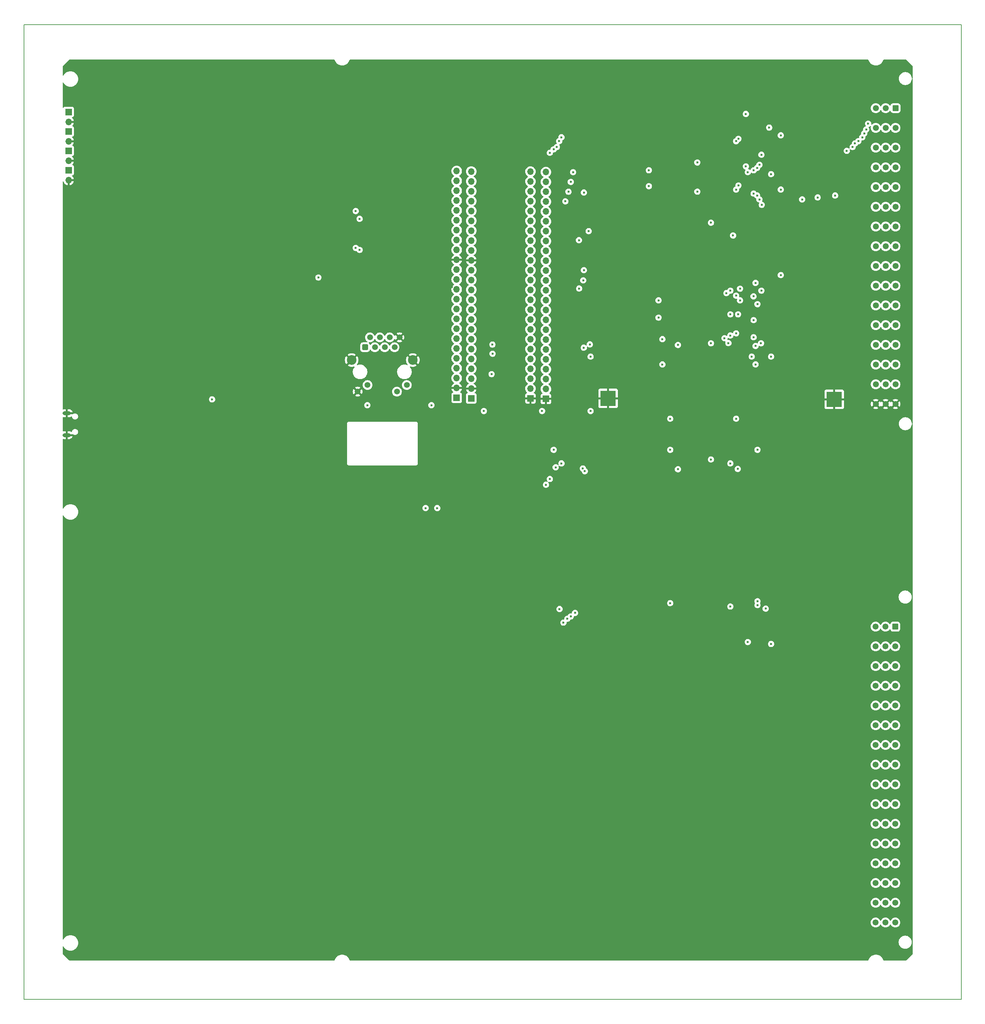
<source format=gbr>
%TF.GenerationSoftware,KiCad,Pcbnew,8.0.4-8.0.4-0~ubuntu24.04.1*%
%TF.CreationDate,2024-08-16T04:23:46+00:00*%
%TF.ProjectId,MDCL,4d44434c-2e6b-4696-9361-645f70636258,0.2*%
%TF.SameCoordinates,Original*%
%TF.FileFunction,Copper,L2,Inr*%
%TF.FilePolarity,Positive*%
%FSLAX46Y46*%
G04 Gerber Fmt 4.6, Leading zero omitted, Abs format (unit mm)*
G04 Created by KiCad (PCBNEW 8.0.4-8.0.4-0~ubuntu24.04.1) date 2024-08-16 04:23:46*
%MOMM*%
%LPD*%
G01*
G04 APERTURE LIST*
G04 Aperture macros list*
%AMRoundRect*
0 Rectangle with rounded corners*
0 $1 Rounding radius*
0 $2 $3 $4 $5 $6 $7 $8 $9 X,Y pos of 4 corners*
0 Add a 4 corners polygon primitive as box body*
4,1,4,$2,$3,$4,$5,$6,$7,$8,$9,$2,$3,0*
0 Add four circle primitives for the rounded corners*
1,1,$1+$1,$2,$3*
1,1,$1+$1,$4,$5*
1,1,$1+$1,$6,$7*
1,1,$1+$1,$8,$9*
0 Add four rect primitives between the rounded corners*
20,1,$1+$1,$2,$3,$4,$5,0*
20,1,$1+$1,$4,$5,$6,$7,0*
20,1,$1+$1,$6,$7,$8,$9,0*
20,1,$1+$1,$8,$9,$2,$3,0*%
G04 Aperture macros list end*
%TA.AperFunction,NonConductor*%
%ADD10C,0.200000*%
%TD*%
%TA.AperFunction,ComponentPad*%
%ADD11O,2.150000X1.040000*%
%TD*%
%TA.AperFunction,ComponentPad*%
%ADD12R,1.700000X1.700000*%
%TD*%
%TA.AperFunction,ComponentPad*%
%ADD13O,1.700000X1.700000*%
%TD*%
%TA.AperFunction,ComponentPad*%
%ADD14R,4.000000X4.000000*%
%TD*%
%TA.AperFunction,ComponentPad*%
%ADD15C,1.550000*%
%TD*%
%TA.AperFunction,ComponentPad*%
%ADD16RoundRect,0.249999X-0.525001X0.525001X-0.525001X-0.525001X0.525001X-0.525001X0.525001X0.525001X0*%
%TD*%
%TA.AperFunction,ComponentPad*%
%ADD17RoundRect,0.250500X-0.499500X-0.499500X0.499500X-0.499500X0.499500X0.499500X-0.499500X0.499500X0*%
%TD*%
%TA.AperFunction,ComponentPad*%
%ADD18C,1.500000*%
%TD*%
%TA.AperFunction,ComponentPad*%
%ADD19C,2.500000*%
%TD*%
%TA.AperFunction,ViaPad*%
%ADD20C,0.600000*%
%TD*%
G04 APERTURE END LIST*
D10*
X42000000Y-11000000D02*
X283500000Y-11000000D01*
X283500000Y-262000000D01*
X42000000Y-262000000D01*
X42000000Y-11000000D01*
D11*
%TO.N,GND*%
%TO.C,J4*%
X53050000Y-111075000D03*
X53050000Y-116725000D03*
%TD*%
D12*
%TO.N,+5V*%
%TO.C,J13*%
X153500000Y-107100000D03*
D13*
%TO.N,GND*%
X153500000Y-104560000D03*
%TO.N,+3.3V*%
X153500000Y-102020000D03*
%TO.N,/GPIO_23*%
X153500000Y-99480000D03*
%TO.N,/GPIO_22*%
X153500000Y-96940000D03*
%TO.N,Net-(J13-Pin_6)*%
X153500000Y-94400000D03*
%TO.N,Net-(J13-Pin_7)*%
X153500000Y-91860000D03*
%TO.N,/POWER*%
X153500000Y-89320000D03*
%TO.N,/CONNECTED*%
X153500000Y-86780000D03*
%TO.N,/DCC*%
X153500000Y-84240000D03*
%TO.N,/AMC*%
X153500000Y-81700000D03*
%TO.N,/RX3*%
X153500000Y-79160000D03*
%TO.N,/TX3*%
X153500000Y-76620000D03*
%TO.N,/SCK0*%
X153500000Y-74080000D03*
%TO.N,GND*%
X153500000Y-71540000D03*
%TO.N,Net-(J13-Pin_16)*%
X153500000Y-69000000D03*
%TO.N,Net-(J13-Pin_17)*%
X153500000Y-66460000D03*
%TO.N,/MISO1*%
X153500000Y-63920000D03*
%TO.N,/CS1*%
X153500000Y-61380000D03*
%TO.N,/L1_3V3*%
X153500000Y-58840000D03*
%TO.N,/LC_3V3*%
X153500000Y-56300000D03*
%TO.N,/E-TIME_3V3*%
X153500000Y-53760000D03*
%TO.N,/L5_3V3*%
X153500000Y-51220000D03*
%TO.N,Net-(J13-Pin_24)*%
X153500000Y-48680000D03*
%TD*%
D12*
%TO.N,Net-(D4-A)*%
%TO.C,D4*%
X53525000Y-38480000D03*
D13*
%TO.N,GND*%
X53525000Y-41020000D03*
%TD*%
D12*
%TO.N,GND*%
%TO.C,J8*%
X172500000Y-107250000D03*
D13*
%TO.N,Net-(J12-Pin_2)*%
X172500000Y-104710000D03*
%TO.N,Net-(J12-Pin_3)*%
X172500000Y-102170000D03*
%TO.N,/GPIO_2*%
X172500000Y-99630000D03*
%TO.N,/GPIO_3*%
X172500000Y-97090000D03*
%TO.N,Net-(J12-Pin_6)*%
X172500000Y-94550000D03*
%TO.N,Net-(J12-Pin_7)*%
X172500000Y-92010000D03*
%TO.N,Net-(J12-Pin_8)*%
X172500000Y-89470000D03*
%TO.N,Net-(J12-Pin_9)*%
X172500000Y-86930000D03*
%TO.N,Net-(J12-Pin_10)*%
X172500000Y-84390000D03*
%TO.N,Net-(J12-Pin_11)*%
X172500000Y-81850000D03*
%TO.N,/CS0*%
X172500000Y-79310000D03*
%TO.N,/MOSI0*%
X172500000Y-76770000D03*
%TO.N,/MISO0*%
X172500000Y-74230000D03*
%TO.N,+3.3V*%
X172500000Y-71690000D03*
%TO.N,Net-(J12-Pin_16)*%
X172500000Y-69150000D03*
%TO.N,/~{CS_OUT}*%
X172500000Y-66610000D03*
%TO.N,/MOSI1*%
X172500000Y-64070000D03*
%TO.N,/SCK1*%
X172500000Y-61530000D03*
%TO.N,Net-(J12-Pin_20)*%
X172500000Y-58990000D03*
%TO.N,/DCC_ON_3V3*%
X172500000Y-56450000D03*
%TO.N,/NF-BEREIT_3V3*%
X172500000Y-53910000D03*
%TO.N,/PS_3V3*%
X172500000Y-51370000D03*
%TO.N,/SSB_ON_3V3*%
X172500000Y-48830000D03*
%TD*%
D12*
%TO.N,+5V*%
%TO.C,J9*%
X157250000Y-107230000D03*
D13*
%TO.N,GND*%
X157250000Y-104690000D03*
%TO.N,+3.3V*%
X157250000Y-102150000D03*
%TO.N,/GPIO_23*%
X157250000Y-99610000D03*
%TO.N,/GPIO_22*%
X157250000Y-97070000D03*
%TO.N,Net-(J13-Pin_6)*%
X157250000Y-94530000D03*
%TO.N,Net-(J13-Pin_7)*%
X157250000Y-91990000D03*
%TO.N,/POWER*%
X157250000Y-89450000D03*
%TO.N,/CONNECTED*%
X157250000Y-86910000D03*
%TO.N,/DCC*%
X157250000Y-84370000D03*
%TO.N,/AMC*%
X157250000Y-81830000D03*
%TO.N,/RX3*%
X157250000Y-79290000D03*
%TO.N,/TX3*%
X157250000Y-76750000D03*
%TO.N,/SCK0*%
X157250000Y-74210000D03*
%TO.N,GND*%
X157250000Y-71670000D03*
%TO.N,Net-(J13-Pin_16)*%
X157250000Y-69130000D03*
%TO.N,Net-(J13-Pin_17)*%
X157250000Y-66590000D03*
%TO.N,/MISO1*%
X157250000Y-64050000D03*
%TO.N,/CS1*%
X157250000Y-61510000D03*
%TO.N,/L1_3V3*%
X157250000Y-58970000D03*
%TO.N,/LC_3V3*%
X157250000Y-56430000D03*
%TO.N,/E-TIME_3V3*%
X157250000Y-53890000D03*
%TO.N,/L5_3V3*%
X157250000Y-51350000D03*
%TO.N,Net-(J13-Pin_24)*%
X157250000Y-48810000D03*
%TD*%
D12*
%TO.N,GND*%
%TO.C,J12*%
X176500000Y-107380000D03*
D13*
%TO.N,Net-(J12-Pin_2)*%
X176500000Y-104840000D03*
%TO.N,Net-(J12-Pin_3)*%
X176500000Y-102300000D03*
%TO.N,/GPIO_2*%
X176500000Y-99760000D03*
%TO.N,/GPIO_3*%
X176500000Y-97220000D03*
%TO.N,Net-(J12-Pin_6)*%
X176500000Y-94680000D03*
%TO.N,Net-(J12-Pin_7)*%
X176500000Y-92140000D03*
%TO.N,Net-(J12-Pin_8)*%
X176500000Y-89600000D03*
%TO.N,Net-(J12-Pin_9)*%
X176500000Y-87060000D03*
%TO.N,Net-(J12-Pin_10)*%
X176500000Y-84520000D03*
%TO.N,Net-(J12-Pin_11)*%
X176500000Y-81980000D03*
%TO.N,/CS0*%
X176500000Y-79440000D03*
%TO.N,/MOSI0*%
X176500000Y-76900000D03*
%TO.N,/MISO0*%
X176500000Y-74360000D03*
%TO.N,+3.3V*%
X176500000Y-71820000D03*
%TO.N,Net-(J12-Pin_16)*%
X176500000Y-69280000D03*
%TO.N,/~{CS_OUT}*%
X176500000Y-66740000D03*
%TO.N,/MOSI1*%
X176500000Y-64200000D03*
%TO.N,/SCK1*%
X176500000Y-61660000D03*
%TO.N,Net-(J12-Pin_20)*%
X176500000Y-59120000D03*
%TO.N,/DCC_ON_3V3*%
X176500000Y-56580000D03*
%TO.N,/NF-BEREIT_3V3*%
X176500000Y-54040000D03*
%TO.N,/PS_3V3*%
X176500000Y-51500000D03*
%TO.N,/SSB_ON_3V3*%
X176500000Y-48960000D03*
%TD*%
D12*
%TO.N,Net-(D2-A)*%
%TO.C,D2*%
X53525000Y-33480000D03*
D13*
%TO.N,GND*%
X53525000Y-36020000D03*
%TD*%
D14*
%TO.N,GND*%
%TO.C,TP1*%
X192500000Y-107250000D03*
%TD*%
D15*
%TO.N,+5V*%
%TO.C,J1*%
X263999999Y-32500000D03*
%TO.N,unconnected-(J1-Padb4)*%
X263999999Y-37580000D03*
%TO.N,unconnected-(J1-Padb6)*%
X263999999Y-42660000D03*
%TO.N,unconnected-(J1-Padb8)*%
X263999999Y-47740000D03*
%TO.N,unconnected-(J1-Padb10)*%
X263999999Y-52820000D03*
%TO.N,unconnected-(J1-Padb12)*%
X263999999Y-57900000D03*
%TO.N,unconnected-(J1-Padb14)*%
X263999999Y-62980000D03*
%TO.N,unconnected-(J1-Padb16)*%
X263999999Y-68060000D03*
%TO.N,unconnected-(J1-Padb18)*%
X263999999Y-73140000D03*
%TO.N,unconnected-(J1-Padb20)*%
X263999999Y-78220000D03*
%TO.N,unconnected-(J1-Padb22)*%
X263999999Y-83300000D03*
%TO.N,unconnected-(J1-Padb24)*%
X263999999Y-88380000D03*
%TO.N,unconnected-(J1-Padb26)*%
X263999999Y-93460000D03*
%TO.N,unconnected-(J1-Padb28)*%
X263999999Y-98540000D03*
%TO.N,unconnected-(J1-Padb30)*%
X263999999Y-103620000D03*
%TO.N,GND*%
X263999999Y-108700000D03*
%TO.N,+5V*%
X261459999Y-32500000D03*
%TO.N,/Data_Out11*%
X261459999Y-37580000D03*
%TO.N,/Data_Out10*%
X261459999Y-42660000D03*
%TO.N,/Data_Out9*%
X261459999Y-47740000D03*
%TO.N,/Data_Out8*%
X261459999Y-52820000D03*
%TO.N,/Data_Out7*%
X261459999Y-57900000D03*
%TO.N,/Data_Out6*%
X261459999Y-62980000D03*
%TO.N,/Data_Out5*%
X261459999Y-68060000D03*
%TO.N,/Data_Out4*%
X261459999Y-73140000D03*
%TO.N,/Data_Out3*%
X261459999Y-78220000D03*
%TO.N,/Data_Out2*%
X261459999Y-83300000D03*
%TO.N,/Data_Out1*%
X261459999Y-88380000D03*
%TO.N,/Data_Out0*%
X261459999Y-93460000D03*
%TO.N,unconnected-(J1-Padd28)*%
X261459999Y-98540000D03*
%TO.N,unconnected-(J1-Padd30)*%
X261459999Y-103620000D03*
%TO.N,GND*%
X261459999Y-108700000D03*
D16*
%TO.N,+5V*%
X266539999Y-32500000D03*
D15*
%TO.N,/Data_In11*%
X266539999Y-37580000D03*
%TO.N,/Data_In10*%
X266539999Y-42660000D03*
%TO.N,/Data_In9*%
X266539999Y-47740000D03*
%TO.N,/Data_In8*%
X266539999Y-52820000D03*
%TO.N,/Data_In7*%
X266539999Y-57900000D03*
%TO.N,/Data_In6*%
X266539999Y-62980000D03*
%TO.N,/Data_In5*%
X266539999Y-68060000D03*
%TO.N,/Data_In4*%
X266539999Y-73140000D03*
%TO.N,/Data_In3*%
X266539999Y-78220000D03*
%TO.N,/Data_In2*%
X266539999Y-83300000D03*
%TO.N,/Data_In1*%
X266539999Y-88380000D03*
%TO.N,/Data_In0*%
X266539999Y-93460000D03*
%TO.N,unconnected-(J1-Padz28)*%
X266539999Y-98540000D03*
%TO.N,unconnected-(J1-Padz30)*%
X266539999Y-103620000D03*
%TO.N,GND*%
X266539999Y-108700000D03*
%TD*%
%TO.N,unconnected-(J2-Padb2)*%
%TO.C,J2*%
X263960000Y-166040000D03*
%TO.N,unconnected-(J2-Padb4)*%
X263960000Y-171120000D03*
%TO.N,/L1*%
X263960000Y-176200000D03*
%TO.N,/LC*%
X263960000Y-181280000D03*
%TO.N,unconnected-(J2-Padb10)*%
X263960000Y-186360000D03*
%TO.N,unconnected-(J2-Padb12)*%
X263960000Y-191440000D03*
%TO.N,/L5*%
X263960000Y-196520000D03*
%TO.N,unconnected-(J2-Padb16)*%
X263960000Y-201600000D03*
%TO.N,unconnected-(J2-Padb18)*%
X263960000Y-206680000D03*
%TO.N,unconnected-(J2-Padb20)*%
X263960000Y-211760000D03*
%TO.N,unconnected-(J2-Padb22)*%
X263960000Y-216840000D03*
%TO.N,unconnected-(J2-Padb24)*%
X263960000Y-221920000D03*
%TO.N,unconnected-(J2-Padb26)*%
X263960000Y-227000000D03*
%TO.N,unconnected-(J2-Padb28)*%
X263960000Y-232080000D03*
%TO.N,unconnected-(J2-Padb30)*%
X263960000Y-237160000D03*
%TO.N,unconnected-(J2-Padb32)*%
X263960000Y-242240000D03*
%TO.N,unconnected-(J2-Padd2)*%
X261420000Y-166040000D03*
%TO.N,unconnected-(J2-Padd4)*%
X261420000Y-171120000D03*
%TO.N,unconnected-(J2-Padd6)*%
X261420000Y-176200000D03*
%TO.N,unconnected-(J2-Padd8)*%
X261420000Y-181280000D03*
%TO.N,unconnected-(J2-Padd10)*%
X261420000Y-186360000D03*
%TO.N,unconnected-(J2-Padd12)*%
X261420000Y-191440000D03*
%TO.N,unconnected-(J2-Padd14)*%
X261420000Y-196520000D03*
%TO.N,/SSB_ON{slash}OFF*%
X261420000Y-201600000D03*
%TO.N,/NF-BEREIT*%
X261420000Y-206680000D03*
%TO.N,/DCC_ON{slash}OFF*%
X261420000Y-211760000D03*
%TO.N,unconnected-(J2-Padd22)*%
X261420000Y-216840000D03*
%TO.N,unconnected-(J2-Padd24)*%
X261420000Y-221920000D03*
%TO.N,unconnected-(J2-Padd26)*%
X261420000Y-227000000D03*
%TO.N,unconnected-(J2-Padd28)*%
X261420000Y-232080000D03*
%TO.N,unconnected-(J2-Padd30)*%
X261420000Y-237160000D03*
%TO.N,unconnected-(J2-Padd32)*%
X261420000Y-242240000D03*
D16*
%TO.N,unconnected-(J2-Padz2)*%
X266500000Y-166040000D03*
D15*
%TO.N,unconnected-(J2-Padz4)*%
X266500000Y-171120000D03*
%TO.N,unconnected-(J2-Padz6)*%
X266500000Y-176200000D03*
%TO.N,unconnected-(J2-Padz8)*%
X266500000Y-181280000D03*
%TO.N,unconnected-(J2-Padz10)*%
X266500000Y-186360000D03*
%TO.N,/E-TIME*%
X266500000Y-191440000D03*
%TO.N,unconnected-(J2-Padz14)*%
X266500000Y-196520000D03*
%TO.N,unconnected-(J2-Padz16)*%
X266500000Y-201600000D03*
%TO.N,/PS\u002A\u002A*%
X266500000Y-206680000D03*
%TO.N,unconnected-(J2-Padz20)*%
X266500000Y-211760000D03*
%TO.N,unconnected-(J2-Padz22)*%
X266500000Y-216840000D03*
%TO.N,unconnected-(J2-Padz24)*%
X266500000Y-221920000D03*
%TO.N,unconnected-(J2-Padz26)*%
X266500000Y-227000000D03*
%TO.N,unconnected-(J2-Padz28)*%
X266500000Y-232080000D03*
%TO.N,unconnected-(J2-Padz30)*%
X266500000Y-237160000D03*
%TO.N,unconnected-(J2-Padz32)*%
X266500000Y-242240000D03*
%TD*%
D14*
%TO.N,GND*%
%TO.C,TP2*%
X250750000Y-107500000D03*
%TD*%
D12*
%TO.N,Net-(D5-A)*%
%TO.C,D5*%
X53525000Y-43480000D03*
D13*
%TO.N,GND*%
X53525000Y-46020000D03*
%TD*%
D12*
%TO.N,Net-(D6-A)*%
%TO.C,D6*%
X53525000Y-48480000D03*
D13*
%TO.N,GND*%
X53525000Y-51020000D03*
%TD*%
D17*
%TO.N,/TX+*%
%TO.C,J3*%
X129880000Y-94070000D03*
D18*
%TO.N,Net-(J3-RCT)*%
X131150000Y-91530000D03*
%TO.N,/TX-*%
X132420000Y-94070000D03*
%TO.N,/RX+*%
X133690000Y-91530000D03*
%TO.N,Net-(J3-RCT)*%
X134960000Y-94070000D03*
%TO.N,/RX-*%
X136230000Y-91530000D03*
%TO.N,unconnected-(J3-Pad7)*%
X137500000Y-94070000D03*
%TO.N,GND*%
X138770000Y-91530000D03*
X128000000Y-105500000D03*
%TO.N,/LED*%
X130540000Y-103800000D03*
%TO.N,unconnected-(J3-KY-Pad11)*%
X138110000Y-105500000D03*
%TO.N,unconnected-(J3-AY-Pad12)*%
X140650000Y-103800000D03*
D19*
%TO.N,GND*%
X126450000Y-97370000D03*
X142200000Y-97370000D03*
%TD*%
D20*
%TO.N,GND*%
X200900000Y-124300000D03*
X199650000Y-121550000D03*
X217950000Y-160750000D03*
X207600000Y-122700000D03*
X198450000Y-83400000D03*
X209700000Y-87800000D03*
X207950000Y-89750000D03*
X217950000Y-85600000D03*
X162000000Y-103000000D03*
X109000000Y-84000000D03*
X235500000Y-199000000D03*
X119500000Y-74000000D03*
X235000000Y-178500000D03*
X105000000Y-86500000D03*
X209050000Y-44250000D03*
X244200000Y-44400000D03*
X234500000Y-89500000D03*
X257000000Y-109000000D03*
X199000000Y-80500000D03*
X109110000Y-76110000D03*
X162650000Y-49750000D03*
X224000000Y-84000000D03*
X237500000Y-170000000D03*
X54500000Y-109500000D03*
X152400000Y-85650000D03*
X221500000Y-133000000D03*
X229650000Y-173500000D03*
X62000000Y-104550000D03*
X223000000Y-81500000D03*
X56000000Y-51000000D03*
X263300000Y-195050000D03*
X186400000Y-128350000D03*
X127500000Y-88500000D03*
X104500000Y-83000000D03*
X230350000Y-109950000D03*
X162750000Y-52400000D03*
X255000000Y-32500000D03*
X162650000Y-47250000D03*
X152350000Y-87850000D03*
X235500000Y-37500000D03*
X152350000Y-83150000D03*
X220530000Y-49470000D03*
X194500000Y-39500000D03*
X249300000Y-51600000D03*
X235500000Y-57000000D03*
X192500000Y-113500000D03*
X56000000Y-36000000D03*
X229500000Y-41500000D03*
X152300000Y-80700000D03*
X57800000Y-117300000D03*
X162750000Y-54450000D03*
X56000000Y-41000000D03*
X56000000Y-46000000D03*
X235955000Y-77545000D03*
X238000000Y-51000000D03*
X236000000Y-159500000D03*
X227000000Y-170000000D03*
X153000000Y-156000000D03*
X224000000Y-96500000D03*
X114000000Y-81700000D03*
X227500000Y-50500000D03*
X228550000Y-182650000D03*
X229750000Y-178550000D03*
X152500000Y-138000000D03*
X205650000Y-125450000D03*
X152250000Y-78550000D03*
%TO.N,+5V*%
X188000000Y-96500000D03*
X175500000Y-110500000D03*
X226500000Y-79000000D03*
X228000000Y-34000000D03*
X160500000Y-110500000D03*
X230000000Y-91500000D03*
X230500000Y-77500000D03*
X90500000Y-107500000D03*
X226500000Y-82000000D03*
X228000000Y-47500000D03*
X230985736Y-82985736D03*
X234500000Y-96500000D03*
X229500000Y-96500000D03*
X234500000Y-170500000D03*
X188000000Y-110500000D03*
%TO.N,+3.3V*%
X234000000Y-37500000D03*
X234500000Y-49500000D03*
X228500000Y-170000000D03*
X117890000Y-76110000D03*
X162500000Y-101000000D03*
%TO.N,/Data_In2*%
X251000000Y-55000000D03*
%TO.N,/Data_In5*%
X230000000Y-54500000D03*
X230000000Y-48500000D03*
X256100000Y-41600000D03*
%TO.N,/Data_In0*%
X242500000Y-56000000D03*
%TO.N,/Data_In7*%
X231500000Y-56000000D03*
X231500000Y-47100000D03*
X258000000Y-40000000D03*
%TO.N,/Data_Out8*%
X229969963Y-80969963D03*
X230000000Y-87100000D03*
X205500000Y-86443000D03*
X205500000Y-82000000D03*
%TO.N,/Data_In4*%
X255500000Y-42500000D03*
%TO.N,/Data_In6*%
X230900000Y-47900000D03*
X203000000Y-52600000D03*
X230900000Y-55000000D03*
X203000000Y-48500000D03*
X257000000Y-41000000D03*
%TO.N,/Data_In1*%
X246500000Y-55500000D03*
%TO.N,/Data_In8*%
X258500000Y-39000000D03*
%TO.N,/Data_Out4*%
X206500000Y-92000000D03*
X206500000Y-98500000D03*
X230500000Y-93750000D03*
X230500000Y-98500000D03*
%TO.N,/Data_In3*%
X254000000Y-43500000D03*
%TO.N,/Data_In9*%
X259000000Y-38000000D03*
%TO.N,/Data_In10*%
X259500000Y-36500000D03*
%TO.N,/LC*%
X231900000Y-93050000D03*
X233100000Y-161400000D03*
X232000000Y-79500000D03*
X232000000Y-79500000D03*
%TO.N,/L1*%
X231000000Y-160500000D03*
X228500000Y-49000000D03*
%TO.N,/LED*%
X130500000Y-109000000D03*
X147000000Y-109000000D03*
%TO.N,/TX+*%
X162698400Y-93380000D03*
%TO.N,/TX-*%
X162750000Y-95750000D03*
%TO.N,/LC_3V3*%
X179300000Y-42500000D03*
X224000000Y-160850000D03*
X224000000Y-124000000D03*
X179000000Y-125000000D03*
%TO.N,/L1_3V3*%
X208500000Y-112500000D03*
X178500000Y-43100000D03*
X208500000Y-160000000D03*
X178500000Y-120500000D03*
X208500000Y-120500000D03*
%TO.N,/L5_3V3*%
X231000000Y-120500000D03*
X231000000Y-159500000D03*
X180500000Y-40000000D03*
X180500000Y-124000000D03*
%TO.N,/MOSI0*%
X186250000Y-94200000D03*
X186000000Y-125300000D03*
X186100000Y-76850000D03*
%TO.N,/~{CS_OUT}*%
X185050000Y-78950000D03*
X185000000Y-66500000D03*
%TO.N,/PS_3V3*%
X182900000Y-163400000D03*
X182900000Y-51500000D03*
%TO.N,/CS0*%
X237000000Y-75500000D03*
X237000000Y-39500000D03*
X237000000Y-53470000D03*
X176500000Y-129500000D03*
%TO.N,/DCC_ON_3V3*%
X181000000Y-165000000D03*
X181500000Y-56500000D03*
%TO.N,/NF-BEREIT_3V3*%
X182300000Y-54010000D03*
X182000000Y-164000000D03*
%TO.N,/SSB_ON_3V3*%
X183500000Y-49000000D03*
X184000000Y-162500000D03*
%TO.N,/MISO0*%
X186500000Y-126000000D03*
X215500000Y-54000000D03*
X215500000Y-46500000D03*
X186270000Y-54230000D03*
X186270000Y-74230000D03*
%TO.N,/E-TIME_3V3*%
X179900000Y-41000000D03*
X180000000Y-161500000D03*
%TO.N,/RX3*%
X128500000Y-69000000D03*
X128500000Y-61000000D03*
%TO.N,/GPIO_22*%
X145500000Y-135500000D03*
X148500000Y-135500000D03*
%TO.N,/SCK0*%
X225495000Y-53470000D03*
X225500000Y-90500000D03*
X225495000Y-41000000D03*
X225500000Y-112500000D03*
%TO.N,/TX3*%
X127500000Y-68500000D03*
X127500000Y-59000000D03*
%TO.N,Net-(U1-DS)*%
X232100000Y-57400000D03*
X232000000Y-44500000D03*
%TO.N,/~{L1}*%
X226095000Y-52405000D03*
X226095000Y-40405000D03*
%TO.N,Net-(U3-SER)*%
X226000000Y-85600000D03*
X225500000Y-80795000D03*
X224000000Y-91050000D03*
X224000000Y-85600000D03*
%TO.N,/MOSI1*%
X187500000Y-64170000D03*
X210500000Y-125500000D03*
X187800000Y-93350000D03*
X210500000Y-93500000D03*
%TO.N,/SCK1*%
X219000000Y-123000000D03*
X219000000Y-93050000D03*
X219000000Y-62000000D03*
%TO.N,/MISO1*%
X224700000Y-65300000D03*
X225920000Y-125420000D03*
%TO.N,Net-(JP1-C)*%
X223500000Y-93000000D03*
X223000000Y-80145000D03*
%TO.N,Net-(JP2-C)*%
X224000000Y-79500000D03*
X222500000Y-91750000D03*
%TO.N,/CS1*%
X177500000Y-128000000D03*
X177500000Y-44000000D03*
%TD*%
%TA.AperFunction,Conductor*%
%TO.N,GND*%
G36*
X122035699Y-20020185D02*
G01*
X122081454Y-20072989D01*
X122088062Y-20091045D01*
X122110603Y-20171496D01*
X122219634Y-20422509D01*
X122219633Y-20422509D01*
X122361829Y-20656341D01*
X122534542Y-20868634D01*
X122734560Y-21055439D01*
X122958135Y-21213255D01*
X122958141Y-21213259D01*
X122958143Y-21213260D01*
X123201136Y-21339169D01*
X123201139Y-21339170D01*
X123459004Y-21430816D01*
X123459020Y-21430821D01*
X123649255Y-21470351D01*
X123726960Y-21486498D01*
X123726961Y-21486499D01*
X123744441Y-21487694D01*
X124000000Y-21505175D01*
X124273038Y-21486499D01*
X124393620Y-21461441D01*
X124540979Y-21430821D01*
X124540985Y-21430818D01*
X124540990Y-21430818D01*
X124798864Y-21339169D01*
X125041857Y-21213260D01*
X125265442Y-21055437D01*
X125465454Y-20868638D01*
X125638168Y-20656345D01*
X125780365Y-20422511D01*
X125889398Y-20171492D01*
X125911938Y-20091044D01*
X125948980Y-20031803D01*
X126012170Y-20001991D01*
X126031340Y-20000500D01*
X259468660Y-20000500D01*
X259535699Y-20020185D01*
X259581454Y-20072989D01*
X259588062Y-20091045D01*
X259610603Y-20171496D01*
X259719634Y-20422509D01*
X259719633Y-20422509D01*
X259861829Y-20656341D01*
X260034542Y-20868634D01*
X260234560Y-21055439D01*
X260458135Y-21213255D01*
X260458141Y-21213259D01*
X260458143Y-21213260D01*
X260701136Y-21339169D01*
X260701139Y-21339170D01*
X260959004Y-21430816D01*
X260959020Y-21430821D01*
X261149255Y-21470351D01*
X261226960Y-21486498D01*
X261226961Y-21486499D01*
X261244441Y-21487694D01*
X261500000Y-21505175D01*
X261773038Y-21486499D01*
X261893620Y-21461441D01*
X262040979Y-21430821D01*
X262040985Y-21430818D01*
X262040990Y-21430818D01*
X262298864Y-21339169D01*
X262541857Y-21213260D01*
X262765442Y-21055437D01*
X262965454Y-20868638D01*
X263138168Y-20656345D01*
X263280365Y-20422511D01*
X263389398Y-20171492D01*
X263411938Y-20091044D01*
X263448980Y-20031803D01*
X263512170Y-20001991D01*
X263531340Y-20000500D01*
X269241324Y-20000500D01*
X269308363Y-20020185D01*
X269329005Y-20036819D01*
X270963181Y-21670995D01*
X270996666Y-21732318D01*
X270999500Y-21758676D01*
X270999500Y-24731678D01*
X270979815Y-24798717D01*
X270927011Y-24844472D01*
X270857853Y-24854416D01*
X270794297Y-24825391D01*
X270756523Y-24766613D01*
X270752561Y-24747863D01*
X270726831Y-24552426D01*
X270695354Y-24434954D01*
X270669985Y-24340273D01*
X270585934Y-24137355D01*
X270476115Y-23947145D01*
X270342409Y-23772896D01*
X270342404Y-23772890D01*
X270187108Y-23617594D01*
X270187101Y-23617588D01*
X270012862Y-23483890D01*
X270012860Y-23483889D01*
X270012854Y-23483884D01*
X269822644Y-23374065D01*
X269822640Y-23374063D01*
X269619728Y-23290014D01*
X269407572Y-23233167D01*
X269189827Y-23204501D01*
X269189822Y-23204500D01*
X269189817Y-23204500D01*
X268970181Y-23204500D01*
X268970175Y-23204500D01*
X268970170Y-23204501D01*
X268752425Y-23233167D01*
X268540269Y-23290014D01*
X268337357Y-23374063D01*
X268337353Y-23374065D01*
X268147144Y-23483884D01*
X268147135Y-23483890D01*
X267972896Y-23617588D01*
X267972889Y-23617594D01*
X267817593Y-23772890D01*
X267817587Y-23772897D01*
X267683889Y-23947136D01*
X267683883Y-23947145D01*
X267574064Y-24137354D01*
X267574062Y-24137358D01*
X267490013Y-24340270D01*
X267433166Y-24552426D01*
X267404500Y-24770171D01*
X267404499Y-24770188D01*
X267404499Y-24989811D01*
X267404500Y-24989828D01*
X267433166Y-25207573D01*
X267490013Y-25419729D01*
X267574062Y-25622641D01*
X267574064Y-25622645D01*
X267683883Y-25812855D01*
X267683888Y-25812861D01*
X267683889Y-25812863D01*
X267817587Y-25987102D01*
X267817593Y-25987109D01*
X267972889Y-26142405D01*
X267972895Y-26142410D01*
X268147144Y-26276116D01*
X268337354Y-26385935D01*
X268438813Y-26427960D01*
X268540269Y-26469985D01*
X268540270Y-26469985D01*
X268540272Y-26469986D01*
X268752424Y-26526832D01*
X268970181Y-26555500D01*
X268970188Y-26555500D01*
X269189810Y-26555500D01*
X269189817Y-26555500D01*
X269407574Y-26526832D01*
X269619726Y-26469986D01*
X269822644Y-26385935D01*
X270012854Y-26276116D01*
X270187103Y-26142410D01*
X270342409Y-25987104D01*
X270476115Y-25812855D01*
X270585934Y-25622645D01*
X270669985Y-25419727D01*
X270726831Y-25207575D01*
X270752561Y-25012136D01*
X270780827Y-24948239D01*
X270839152Y-24909768D01*
X270909017Y-24908937D01*
X270968240Y-24946009D01*
X270998019Y-25009215D01*
X270999500Y-25028321D01*
X270999500Y-113631678D01*
X270979815Y-113698717D01*
X270927011Y-113744472D01*
X270857853Y-113754416D01*
X270794297Y-113725391D01*
X270756523Y-113666613D01*
X270752561Y-113647863D01*
X270726831Y-113452426D01*
X270724220Y-113442683D01*
X270669985Y-113240273D01*
X270585934Y-113037355D01*
X270476115Y-112847145D01*
X270437620Y-112796977D01*
X270342410Y-112672897D01*
X270342404Y-112672890D01*
X270187108Y-112517594D01*
X270187101Y-112517588D01*
X270012862Y-112383890D01*
X270012860Y-112383889D01*
X270012854Y-112383884D01*
X269822644Y-112274065D01*
X269822640Y-112274063D01*
X269619728Y-112190014D01*
X269407572Y-112133167D01*
X269189827Y-112104501D01*
X269189822Y-112104500D01*
X269189817Y-112104500D01*
X268970181Y-112104500D01*
X268970175Y-112104500D01*
X268970170Y-112104501D01*
X268752425Y-112133167D01*
X268540269Y-112190014D01*
X268337357Y-112274063D01*
X268337353Y-112274065D01*
X268147144Y-112383884D01*
X268147135Y-112383890D01*
X267972896Y-112517588D01*
X267972889Y-112517594D01*
X267817593Y-112672890D01*
X267817587Y-112672897D01*
X267683889Y-112847136D01*
X267683883Y-112847145D01*
X267574064Y-113037354D01*
X267574062Y-113037358D01*
X267490013Y-113240270D01*
X267433166Y-113452426D01*
X267404500Y-113670171D01*
X267404499Y-113670188D01*
X267404499Y-113889811D01*
X267404500Y-113889828D01*
X267433166Y-114107573D01*
X267490013Y-114319729D01*
X267574062Y-114522641D01*
X267574064Y-114522645D01*
X267683883Y-114712855D01*
X267683888Y-114712861D01*
X267683889Y-114712863D01*
X267817587Y-114887102D01*
X267817593Y-114887109D01*
X267972889Y-115042405D01*
X267972895Y-115042410D01*
X268147144Y-115176116D01*
X268337354Y-115285935D01*
X268346813Y-115289853D01*
X268540269Y-115369985D01*
X268540270Y-115369985D01*
X268540272Y-115369986D01*
X268752424Y-115426832D01*
X268970181Y-115455500D01*
X268970188Y-115455500D01*
X269189810Y-115455500D01*
X269189817Y-115455500D01*
X269407574Y-115426832D01*
X269619726Y-115369986D01*
X269822644Y-115285935D01*
X270012854Y-115176116D01*
X270187103Y-115042410D01*
X270342409Y-114887104D01*
X270476115Y-114712855D01*
X270585934Y-114522645D01*
X270669985Y-114319727D01*
X270726831Y-114107575D01*
X270752561Y-113912136D01*
X270780827Y-113848239D01*
X270839152Y-113809768D01*
X270909017Y-113808937D01*
X270968240Y-113846009D01*
X270998019Y-113909215D01*
X270999500Y-113928321D01*
X270999500Y-250241324D01*
X270979815Y-250308363D01*
X270963181Y-250329005D01*
X269329005Y-251963181D01*
X269267682Y-251996666D01*
X269241324Y-251999500D01*
X263531340Y-251999500D01*
X263464301Y-251979815D01*
X263418546Y-251927011D01*
X263411938Y-251908955D01*
X263389398Y-251828508D01*
X263280365Y-251577490D01*
X263280366Y-251577490D01*
X263138170Y-251343658D01*
X262965457Y-251131365D01*
X262765439Y-250944560D01*
X262541864Y-250786744D01*
X262541858Y-250786740D01*
X262298860Y-250660829D01*
X262040995Y-250569183D01*
X262040979Y-250569178D01*
X261773040Y-250513501D01*
X261773038Y-250513500D01*
X261500000Y-250494825D01*
X261226961Y-250513500D01*
X261226959Y-250513501D01*
X260959020Y-250569178D01*
X260959004Y-250569183D01*
X260701139Y-250660829D01*
X260458141Y-250786740D01*
X260458135Y-250786744D01*
X260234560Y-250944560D01*
X260034542Y-251131365D01*
X259861829Y-251343658D01*
X259719633Y-251577490D01*
X259610603Y-251828503D01*
X259588062Y-251908955D01*
X259551020Y-251968197D01*
X259487830Y-251998009D01*
X259468660Y-251999500D01*
X126031340Y-251999500D01*
X125964301Y-251979815D01*
X125918546Y-251927011D01*
X125911938Y-251908955D01*
X125889398Y-251828508D01*
X125780365Y-251577490D01*
X125780366Y-251577490D01*
X125638170Y-251343658D01*
X125465457Y-251131365D01*
X125265439Y-250944560D01*
X125041864Y-250786744D01*
X125041858Y-250786740D01*
X124798860Y-250660829D01*
X124540995Y-250569183D01*
X124540979Y-250569178D01*
X124273040Y-250513501D01*
X124273038Y-250513500D01*
X124000000Y-250494825D01*
X123726961Y-250513500D01*
X123726959Y-250513501D01*
X123459020Y-250569178D01*
X123459004Y-250569183D01*
X123201139Y-250660829D01*
X122958141Y-250786740D01*
X122958135Y-250786744D01*
X122734560Y-250944560D01*
X122534542Y-251131365D01*
X122361829Y-251343658D01*
X122219633Y-251577490D01*
X122110603Y-251828503D01*
X122088062Y-251908955D01*
X122051020Y-251968197D01*
X121987830Y-251998009D01*
X121968660Y-251999500D01*
X53758676Y-251999500D01*
X53691637Y-251979815D01*
X53670995Y-251963181D01*
X52036819Y-250329005D01*
X52003334Y-250267682D01*
X52000500Y-250241324D01*
X52000500Y-248498256D01*
X52020185Y-248431217D01*
X52072989Y-248385462D01*
X52142147Y-248375518D01*
X52205703Y-248404543D01*
X52233332Y-248438829D01*
X52312770Y-248584309D01*
X52312775Y-248584317D01*
X52484254Y-248813387D01*
X52484270Y-248813405D01*
X52686594Y-249015729D01*
X52686612Y-249015745D01*
X52915682Y-249187224D01*
X52915690Y-249187229D01*
X53166833Y-249324364D01*
X53166832Y-249324364D01*
X53166836Y-249324365D01*
X53166839Y-249324367D01*
X53434954Y-249424369D01*
X53434960Y-249424370D01*
X53434962Y-249424371D01*
X53714566Y-249485195D01*
X53714568Y-249485195D01*
X53714572Y-249485196D01*
X53968220Y-249503337D01*
X53999999Y-249505610D01*
X54000000Y-249505610D01*
X54000001Y-249505610D01*
X54028595Y-249503564D01*
X54285428Y-249485196D01*
X54565046Y-249424369D01*
X54833161Y-249324367D01*
X55084315Y-249187226D01*
X55313395Y-249015739D01*
X55515739Y-248813395D01*
X55687226Y-248584315D01*
X55824367Y-248333161D01*
X55924369Y-248065046D01*
X55985196Y-247785428D01*
X56005610Y-247500000D01*
X55985196Y-247214572D01*
X55984242Y-247210188D01*
X267364500Y-247210188D01*
X267364500Y-247429811D01*
X267364501Y-247429828D01*
X267393167Y-247647573D01*
X267450014Y-247859729D01*
X267531019Y-248055292D01*
X267534065Y-248062645D01*
X267643884Y-248252855D01*
X267643889Y-248252861D01*
X267643890Y-248252863D01*
X267777588Y-248427102D01*
X267777594Y-248427109D01*
X267932890Y-248582405D01*
X267932897Y-248582411D01*
X267935381Y-248584317D01*
X268107145Y-248716116D01*
X268297355Y-248825935D01*
X268398814Y-248867960D01*
X268500270Y-248909985D01*
X268500271Y-248909985D01*
X268500273Y-248909986D01*
X268712425Y-248966832D01*
X268930182Y-248995500D01*
X268930189Y-248995500D01*
X269149811Y-248995500D01*
X269149818Y-248995500D01*
X269367575Y-248966832D01*
X269579727Y-248909986D01*
X269782645Y-248825935D01*
X269972855Y-248716116D01*
X270147104Y-248582410D01*
X270302410Y-248427104D01*
X270436116Y-248252855D01*
X270545935Y-248062645D01*
X270629986Y-247859727D01*
X270686832Y-247647575D01*
X270715500Y-247429818D01*
X270715500Y-247210182D01*
X270686832Y-246992425D01*
X270629986Y-246780273D01*
X270545935Y-246577355D01*
X270436116Y-246387145D01*
X270302410Y-246212896D01*
X270302405Y-246212890D01*
X270147109Y-246057594D01*
X270147102Y-246057588D01*
X269972863Y-245923890D01*
X269972861Y-245923889D01*
X269972855Y-245923884D01*
X269782645Y-245814065D01*
X269782641Y-245814063D01*
X269579729Y-245730014D01*
X269367573Y-245673167D01*
X269149828Y-245644501D01*
X269149823Y-245644500D01*
X269149818Y-245644500D01*
X268930182Y-245644500D01*
X268930176Y-245644500D01*
X268930171Y-245644501D01*
X268712426Y-245673167D01*
X268500270Y-245730014D01*
X268297358Y-245814063D01*
X268297354Y-245814065D01*
X268107145Y-245923884D01*
X268107136Y-245923890D01*
X267932897Y-246057588D01*
X267932890Y-246057594D01*
X267777594Y-246212890D01*
X267777588Y-246212897D01*
X267643890Y-246387136D01*
X267643884Y-246387145D01*
X267534065Y-246577354D01*
X267534063Y-246577358D01*
X267450014Y-246780270D01*
X267393167Y-246992426D01*
X267364501Y-247210171D01*
X267364500Y-247210188D01*
X55984242Y-247210188D01*
X55924371Y-246934962D01*
X55924370Y-246934960D01*
X55924369Y-246934954D01*
X55824367Y-246666839D01*
X55801754Y-246625427D01*
X55687229Y-246415690D01*
X55687224Y-246415682D01*
X55515745Y-246186612D01*
X55515729Y-246186594D01*
X55313405Y-245984270D01*
X55313387Y-245984254D01*
X55084317Y-245812775D01*
X55084309Y-245812770D01*
X54833166Y-245675635D01*
X54833167Y-245675635D01*
X54725915Y-245635632D01*
X54565046Y-245575631D01*
X54565043Y-245575630D01*
X54565037Y-245575628D01*
X54285433Y-245514804D01*
X54000001Y-245494390D01*
X53999999Y-245494390D01*
X53714566Y-245514804D01*
X53434962Y-245575628D01*
X53166833Y-245675635D01*
X52915690Y-245812770D01*
X52915682Y-245812775D01*
X52686612Y-245984254D01*
X52686594Y-245984270D01*
X52484270Y-246186594D01*
X52484254Y-246186612D01*
X52312775Y-246415682D01*
X52312770Y-246415690D01*
X52233332Y-246561170D01*
X52183926Y-246610575D01*
X52115653Y-246625427D01*
X52050189Y-246601010D01*
X52008318Y-246545076D01*
X52000500Y-246501743D01*
X52000500Y-242239999D01*
X260139628Y-242239999D01*
X260139628Y-242240000D01*
X260159079Y-242462329D01*
X260159081Y-242462339D01*
X260216841Y-242677905D01*
X260216843Y-242677909D01*
X260216844Y-242677913D01*
X260311165Y-242880186D01*
X260439178Y-243063007D01*
X260596993Y-243220822D01*
X260779814Y-243348835D01*
X260982087Y-243443156D01*
X261197666Y-243500920D01*
X261375533Y-243516481D01*
X261419999Y-243520372D01*
X261420000Y-243520372D01*
X261420001Y-243520372D01*
X261457055Y-243517130D01*
X261642334Y-243500920D01*
X261857913Y-243443156D01*
X262060186Y-243348835D01*
X262243007Y-243220822D01*
X262400822Y-243063007D01*
X262528835Y-242880186D01*
X262577618Y-242775569D01*
X262623790Y-242723130D01*
X262690983Y-242703978D01*
X262757865Y-242724193D01*
X262802381Y-242775569D01*
X262851165Y-242880186D01*
X262979178Y-243063007D01*
X263136993Y-243220822D01*
X263319814Y-243348835D01*
X263522087Y-243443156D01*
X263737666Y-243500920D01*
X263915533Y-243516481D01*
X263959999Y-243520372D01*
X263960000Y-243520372D01*
X263960001Y-243520372D01*
X263997055Y-243517130D01*
X264182334Y-243500920D01*
X264397913Y-243443156D01*
X264600186Y-243348835D01*
X264783007Y-243220822D01*
X264940822Y-243063007D01*
X265068835Y-242880186D01*
X265117618Y-242775569D01*
X265163790Y-242723130D01*
X265230983Y-242703978D01*
X265297865Y-242724193D01*
X265342381Y-242775569D01*
X265391165Y-242880186D01*
X265519178Y-243063007D01*
X265676993Y-243220822D01*
X265859814Y-243348835D01*
X266062087Y-243443156D01*
X266277666Y-243500920D01*
X266455533Y-243516481D01*
X266499999Y-243520372D01*
X266500000Y-243520372D01*
X266500001Y-243520372D01*
X266537055Y-243517130D01*
X266722334Y-243500920D01*
X266937913Y-243443156D01*
X267140186Y-243348835D01*
X267323007Y-243220822D01*
X267480822Y-243063007D01*
X267608835Y-242880186D01*
X267703156Y-242677913D01*
X267760920Y-242462334D01*
X267780372Y-242240000D01*
X267760920Y-242017666D01*
X267703156Y-241802087D01*
X267608835Y-241599814D01*
X267480822Y-241416993D01*
X267323007Y-241259178D01*
X267140186Y-241131165D01*
X266937913Y-241036844D01*
X266937909Y-241036843D01*
X266937905Y-241036841D01*
X266722339Y-240979081D01*
X266722329Y-240979079D01*
X266500001Y-240959628D01*
X266499999Y-240959628D01*
X266277670Y-240979079D01*
X266277660Y-240979081D01*
X266062094Y-241036841D01*
X266062087Y-241036843D01*
X266062087Y-241036844D01*
X265859814Y-241131165D01*
X265676993Y-241259178D01*
X265676991Y-241259179D01*
X265676988Y-241259182D01*
X265519182Y-241416988D01*
X265391164Y-241599814D01*
X265342382Y-241704430D01*
X265296210Y-241756869D01*
X265229016Y-241776021D01*
X265162135Y-241755805D01*
X265117618Y-241704430D01*
X265068835Y-241599814D01*
X264940822Y-241416993D01*
X264783007Y-241259178D01*
X264600186Y-241131165D01*
X264397913Y-241036844D01*
X264397909Y-241036843D01*
X264397905Y-241036841D01*
X264182339Y-240979081D01*
X264182329Y-240979079D01*
X263960001Y-240959628D01*
X263959999Y-240959628D01*
X263737670Y-240979079D01*
X263737660Y-240979081D01*
X263522094Y-241036841D01*
X263522087Y-241036843D01*
X263522087Y-241036844D01*
X263319814Y-241131165D01*
X263136993Y-241259178D01*
X263136991Y-241259179D01*
X263136988Y-241259182D01*
X262979182Y-241416988D01*
X262851164Y-241599814D01*
X262802382Y-241704430D01*
X262756210Y-241756869D01*
X262689016Y-241776021D01*
X262622135Y-241755805D01*
X262577618Y-241704430D01*
X262528835Y-241599814D01*
X262400822Y-241416993D01*
X262243007Y-241259178D01*
X262060186Y-241131165D01*
X261857913Y-241036844D01*
X261857909Y-241036843D01*
X261857905Y-241036841D01*
X261642339Y-240979081D01*
X261642329Y-240979079D01*
X261420001Y-240959628D01*
X261419999Y-240959628D01*
X261197670Y-240979079D01*
X261197660Y-240979081D01*
X260982094Y-241036841D01*
X260982087Y-241036843D01*
X260982087Y-241036844D01*
X260779814Y-241131165D01*
X260596993Y-241259178D01*
X260596991Y-241259179D01*
X260596988Y-241259182D01*
X260439182Y-241416988D01*
X260311165Y-241599814D01*
X260216845Y-241802085D01*
X260216841Y-241802094D01*
X260159081Y-242017660D01*
X260159079Y-242017670D01*
X260139628Y-242239999D01*
X52000500Y-242239999D01*
X52000500Y-237159999D01*
X260139628Y-237159999D01*
X260139628Y-237160000D01*
X260159079Y-237382329D01*
X260159081Y-237382339D01*
X260216841Y-237597905D01*
X260216843Y-237597909D01*
X260216844Y-237597913D01*
X260311165Y-237800186D01*
X260439178Y-237983007D01*
X260596993Y-238140822D01*
X260779814Y-238268835D01*
X260982087Y-238363156D01*
X261197666Y-238420920D01*
X261375533Y-238436481D01*
X261419999Y-238440372D01*
X261420000Y-238440372D01*
X261420001Y-238440372D01*
X261457055Y-238437130D01*
X261642334Y-238420920D01*
X261857913Y-238363156D01*
X262060186Y-238268835D01*
X262243007Y-238140822D01*
X262400822Y-237983007D01*
X262528835Y-237800186D01*
X262577618Y-237695569D01*
X262623790Y-237643130D01*
X262690983Y-237623978D01*
X262757865Y-237644193D01*
X262802381Y-237695569D01*
X262851165Y-237800186D01*
X262979178Y-237983007D01*
X263136993Y-238140822D01*
X263319814Y-238268835D01*
X263522087Y-238363156D01*
X263737666Y-238420920D01*
X263915533Y-238436481D01*
X263959999Y-238440372D01*
X263960000Y-238440372D01*
X263960001Y-238440372D01*
X263997055Y-238437130D01*
X264182334Y-238420920D01*
X264397913Y-238363156D01*
X264600186Y-238268835D01*
X264783007Y-238140822D01*
X264940822Y-237983007D01*
X265068835Y-237800186D01*
X265117618Y-237695569D01*
X265163790Y-237643130D01*
X265230983Y-237623978D01*
X265297865Y-237644193D01*
X265342381Y-237695569D01*
X265391165Y-237800186D01*
X265519178Y-237983007D01*
X265676993Y-238140822D01*
X265859814Y-238268835D01*
X266062087Y-238363156D01*
X266277666Y-238420920D01*
X266455533Y-238436481D01*
X266499999Y-238440372D01*
X266500000Y-238440372D01*
X266500001Y-238440372D01*
X266537055Y-238437130D01*
X266722334Y-238420920D01*
X266937913Y-238363156D01*
X267140186Y-238268835D01*
X267323007Y-238140822D01*
X267480822Y-237983007D01*
X267608835Y-237800186D01*
X267703156Y-237597913D01*
X267760920Y-237382334D01*
X267780372Y-237160000D01*
X267760920Y-236937666D01*
X267703156Y-236722087D01*
X267608835Y-236519814D01*
X267480822Y-236336993D01*
X267323007Y-236179178D01*
X267140186Y-236051165D01*
X266937913Y-235956844D01*
X266937909Y-235956843D01*
X266937905Y-235956841D01*
X266722339Y-235899081D01*
X266722329Y-235899079D01*
X266500001Y-235879628D01*
X266499999Y-235879628D01*
X266277670Y-235899079D01*
X266277660Y-235899081D01*
X266062094Y-235956841D01*
X266062087Y-235956843D01*
X266062087Y-235956844D01*
X265859814Y-236051165D01*
X265676993Y-236179178D01*
X265676991Y-236179179D01*
X265676988Y-236179182D01*
X265519182Y-236336988D01*
X265391164Y-236519814D01*
X265342382Y-236624430D01*
X265296210Y-236676869D01*
X265229016Y-236696021D01*
X265162135Y-236675805D01*
X265117618Y-236624430D01*
X265068835Y-236519814D01*
X264940822Y-236336993D01*
X264783007Y-236179178D01*
X264600186Y-236051165D01*
X264397913Y-235956844D01*
X264397909Y-235956843D01*
X264397905Y-235956841D01*
X264182339Y-235899081D01*
X264182329Y-235899079D01*
X263960001Y-235879628D01*
X263959999Y-235879628D01*
X263737670Y-235899079D01*
X263737660Y-235899081D01*
X263522094Y-235956841D01*
X263522087Y-235956843D01*
X263522087Y-235956844D01*
X263319814Y-236051165D01*
X263136993Y-236179178D01*
X263136991Y-236179179D01*
X263136988Y-236179182D01*
X262979182Y-236336988D01*
X262851164Y-236519814D01*
X262802382Y-236624430D01*
X262756210Y-236676869D01*
X262689016Y-236696021D01*
X262622135Y-236675805D01*
X262577618Y-236624430D01*
X262528835Y-236519814D01*
X262400822Y-236336993D01*
X262243007Y-236179178D01*
X262060186Y-236051165D01*
X261857913Y-235956844D01*
X261857909Y-235956843D01*
X261857905Y-235956841D01*
X261642339Y-235899081D01*
X261642329Y-235899079D01*
X261420001Y-235879628D01*
X261419999Y-235879628D01*
X261197670Y-235899079D01*
X261197660Y-235899081D01*
X260982094Y-235956841D01*
X260982087Y-235956843D01*
X260982087Y-235956844D01*
X260779814Y-236051165D01*
X260596993Y-236179178D01*
X260596991Y-236179179D01*
X260596988Y-236179182D01*
X260439182Y-236336988D01*
X260311165Y-236519814D01*
X260216845Y-236722085D01*
X260216841Y-236722094D01*
X260159081Y-236937660D01*
X260159079Y-236937670D01*
X260139628Y-237159999D01*
X52000500Y-237159999D01*
X52000500Y-232079999D01*
X260139628Y-232079999D01*
X260139628Y-232080000D01*
X260159079Y-232302329D01*
X260159081Y-232302339D01*
X260216841Y-232517905D01*
X260216843Y-232517909D01*
X260216844Y-232517913D01*
X260311165Y-232720186D01*
X260439178Y-232903007D01*
X260596993Y-233060822D01*
X260779814Y-233188835D01*
X260982087Y-233283156D01*
X261197666Y-233340920D01*
X261375533Y-233356481D01*
X261419999Y-233360372D01*
X261420000Y-233360372D01*
X261420001Y-233360372D01*
X261457055Y-233357130D01*
X261642334Y-233340920D01*
X261857913Y-233283156D01*
X262060186Y-233188835D01*
X262243007Y-233060822D01*
X262400822Y-232903007D01*
X262528835Y-232720186D01*
X262577618Y-232615569D01*
X262623790Y-232563130D01*
X262690983Y-232543978D01*
X262757865Y-232564193D01*
X262802381Y-232615569D01*
X262851165Y-232720186D01*
X262979178Y-232903007D01*
X263136993Y-233060822D01*
X263319814Y-233188835D01*
X263522087Y-233283156D01*
X263737666Y-233340920D01*
X263915533Y-233356481D01*
X263959999Y-233360372D01*
X263960000Y-233360372D01*
X263960001Y-233360372D01*
X263997055Y-233357130D01*
X264182334Y-233340920D01*
X264397913Y-233283156D01*
X264600186Y-233188835D01*
X264783007Y-233060822D01*
X264940822Y-232903007D01*
X265068835Y-232720186D01*
X265117618Y-232615569D01*
X265163790Y-232563130D01*
X265230983Y-232543978D01*
X265297865Y-232564193D01*
X265342381Y-232615569D01*
X265391165Y-232720186D01*
X265519178Y-232903007D01*
X265676993Y-233060822D01*
X265859814Y-233188835D01*
X266062087Y-233283156D01*
X266277666Y-233340920D01*
X266455533Y-233356481D01*
X266499999Y-233360372D01*
X266500000Y-233360372D01*
X266500001Y-233360372D01*
X266537055Y-233357130D01*
X266722334Y-233340920D01*
X266937913Y-233283156D01*
X267140186Y-233188835D01*
X267323007Y-233060822D01*
X267480822Y-232903007D01*
X267608835Y-232720186D01*
X267703156Y-232517913D01*
X267760920Y-232302334D01*
X267780372Y-232080000D01*
X267760920Y-231857666D01*
X267703156Y-231642087D01*
X267608835Y-231439814D01*
X267480822Y-231256993D01*
X267323007Y-231099178D01*
X267140186Y-230971165D01*
X266937913Y-230876844D01*
X266937909Y-230876843D01*
X266937905Y-230876841D01*
X266722339Y-230819081D01*
X266722329Y-230819079D01*
X266500001Y-230799628D01*
X266499999Y-230799628D01*
X266277670Y-230819079D01*
X266277660Y-230819081D01*
X266062094Y-230876841D01*
X266062087Y-230876843D01*
X266062087Y-230876844D01*
X265859814Y-230971165D01*
X265676993Y-231099178D01*
X265676991Y-231099179D01*
X265676988Y-231099182D01*
X265519182Y-231256988D01*
X265391164Y-231439814D01*
X265342382Y-231544430D01*
X265296210Y-231596869D01*
X265229016Y-231616021D01*
X265162135Y-231595805D01*
X265117618Y-231544430D01*
X265068835Y-231439814D01*
X264940822Y-231256993D01*
X264783007Y-231099178D01*
X264600186Y-230971165D01*
X264397913Y-230876844D01*
X264397909Y-230876843D01*
X264397905Y-230876841D01*
X264182339Y-230819081D01*
X264182329Y-230819079D01*
X263960001Y-230799628D01*
X263959999Y-230799628D01*
X263737670Y-230819079D01*
X263737660Y-230819081D01*
X263522094Y-230876841D01*
X263522087Y-230876843D01*
X263522087Y-230876844D01*
X263319814Y-230971165D01*
X263136993Y-231099178D01*
X263136991Y-231099179D01*
X263136988Y-231099182D01*
X262979182Y-231256988D01*
X262851164Y-231439814D01*
X262802382Y-231544430D01*
X262756210Y-231596869D01*
X262689016Y-231616021D01*
X262622135Y-231595805D01*
X262577618Y-231544430D01*
X262528835Y-231439814D01*
X262400822Y-231256993D01*
X262243007Y-231099178D01*
X262060186Y-230971165D01*
X261857913Y-230876844D01*
X261857909Y-230876843D01*
X261857905Y-230876841D01*
X261642339Y-230819081D01*
X261642329Y-230819079D01*
X261420001Y-230799628D01*
X261419999Y-230799628D01*
X261197670Y-230819079D01*
X261197660Y-230819081D01*
X260982094Y-230876841D01*
X260982087Y-230876843D01*
X260982087Y-230876844D01*
X260779814Y-230971165D01*
X260596993Y-231099178D01*
X260596991Y-231099179D01*
X260596988Y-231099182D01*
X260439182Y-231256988D01*
X260311165Y-231439814D01*
X260216845Y-231642085D01*
X260216841Y-231642094D01*
X260159081Y-231857660D01*
X260159079Y-231857670D01*
X260139628Y-232079999D01*
X52000500Y-232079999D01*
X52000500Y-226999999D01*
X260139628Y-226999999D01*
X260139628Y-227000000D01*
X260159079Y-227222329D01*
X260159081Y-227222339D01*
X260216841Y-227437905D01*
X260216843Y-227437909D01*
X260216844Y-227437913D01*
X260311165Y-227640186D01*
X260439178Y-227823007D01*
X260596993Y-227980822D01*
X260779814Y-228108835D01*
X260982087Y-228203156D01*
X261197666Y-228260920D01*
X261375533Y-228276481D01*
X261419999Y-228280372D01*
X261420000Y-228280372D01*
X261420001Y-228280372D01*
X261457055Y-228277130D01*
X261642334Y-228260920D01*
X261857913Y-228203156D01*
X262060186Y-228108835D01*
X262243007Y-227980822D01*
X262400822Y-227823007D01*
X262528835Y-227640186D01*
X262577618Y-227535569D01*
X262623790Y-227483130D01*
X262690983Y-227463978D01*
X262757865Y-227484193D01*
X262802381Y-227535569D01*
X262851165Y-227640186D01*
X262979178Y-227823007D01*
X263136993Y-227980822D01*
X263319814Y-228108835D01*
X263522087Y-228203156D01*
X263737666Y-228260920D01*
X263915533Y-228276481D01*
X263959999Y-228280372D01*
X263960000Y-228280372D01*
X263960001Y-228280372D01*
X263997055Y-228277130D01*
X264182334Y-228260920D01*
X264397913Y-228203156D01*
X264600186Y-228108835D01*
X264783007Y-227980822D01*
X264940822Y-227823007D01*
X265068835Y-227640186D01*
X265117618Y-227535569D01*
X265163790Y-227483130D01*
X265230983Y-227463978D01*
X265297865Y-227484193D01*
X265342381Y-227535569D01*
X265391165Y-227640186D01*
X265519178Y-227823007D01*
X265676993Y-227980822D01*
X265859814Y-228108835D01*
X266062087Y-228203156D01*
X266277666Y-228260920D01*
X266455533Y-228276481D01*
X266499999Y-228280372D01*
X266500000Y-228280372D01*
X266500001Y-228280372D01*
X266537055Y-228277130D01*
X266722334Y-228260920D01*
X266937913Y-228203156D01*
X267140186Y-228108835D01*
X267323007Y-227980822D01*
X267480822Y-227823007D01*
X267608835Y-227640186D01*
X267703156Y-227437913D01*
X267760920Y-227222334D01*
X267780372Y-227000000D01*
X267760920Y-226777666D01*
X267703156Y-226562087D01*
X267608835Y-226359814D01*
X267480822Y-226176993D01*
X267323007Y-226019178D01*
X267140186Y-225891165D01*
X266937913Y-225796844D01*
X266937909Y-225796843D01*
X266937905Y-225796841D01*
X266722339Y-225739081D01*
X266722329Y-225739079D01*
X266500001Y-225719628D01*
X266499999Y-225719628D01*
X266277670Y-225739079D01*
X266277660Y-225739081D01*
X266062094Y-225796841D01*
X266062087Y-225796843D01*
X266062087Y-225796844D01*
X265859814Y-225891165D01*
X265676993Y-226019178D01*
X265676991Y-226019179D01*
X265676988Y-226019182D01*
X265519182Y-226176988D01*
X265391164Y-226359814D01*
X265342382Y-226464430D01*
X265296210Y-226516869D01*
X265229016Y-226536021D01*
X265162135Y-226515805D01*
X265117618Y-226464430D01*
X265068835Y-226359814D01*
X264940822Y-226176993D01*
X264783007Y-226019178D01*
X264600186Y-225891165D01*
X264397913Y-225796844D01*
X264397909Y-225796843D01*
X264397905Y-225796841D01*
X264182339Y-225739081D01*
X264182329Y-225739079D01*
X263960001Y-225719628D01*
X263959999Y-225719628D01*
X263737670Y-225739079D01*
X263737660Y-225739081D01*
X263522094Y-225796841D01*
X263522087Y-225796843D01*
X263522087Y-225796844D01*
X263319814Y-225891165D01*
X263136993Y-226019178D01*
X263136991Y-226019179D01*
X263136988Y-226019182D01*
X262979182Y-226176988D01*
X262851164Y-226359814D01*
X262802382Y-226464430D01*
X262756210Y-226516869D01*
X262689016Y-226536021D01*
X262622135Y-226515805D01*
X262577618Y-226464430D01*
X262528835Y-226359814D01*
X262400822Y-226176993D01*
X262243007Y-226019178D01*
X262060186Y-225891165D01*
X261857913Y-225796844D01*
X261857909Y-225796843D01*
X261857905Y-225796841D01*
X261642339Y-225739081D01*
X261642329Y-225739079D01*
X261420001Y-225719628D01*
X261419999Y-225719628D01*
X261197670Y-225739079D01*
X261197660Y-225739081D01*
X260982094Y-225796841D01*
X260982087Y-225796843D01*
X260982087Y-225796844D01*
X260779814Y-225891165D01*
X260596993Y-226019178D01*
X260596991Y-226019179D01*
X260596988Y-226019182D01*
X260439182Y-226176988D01*
X260311165Y-226359814D01*
X260216845Y-226562085D01*
X260216841Y-226562094D01*
X260159081Y-226777660D01*
X260159079Y-226777670D01*
X260139628Y-226999999D01*
X52000500Y-226999999D01*
X52000500Y-221919999D01*
X260139628Y-221919999D01*
X260139628Y-221920000D01*
X260159079Y-222142329D01*
X260159081Y-222142339D01*
X260216841Y-222357905D01*
X260216843Y-222357909D01*
X260216844Y-222357913D01*
X260311165Y-222560186D01*
X260439178Y-222743007D01*
X260596993Y-222900822D01*
X260779814Y-223028835D01*
X260982087Y-223123156D01*
X261197666Y-223180920D01*
X261375533Y-223196481D01*
X261419999Y-223200372D01*
X261420000Y-223200372D01*
X261420001Y-223200372D01*
X261457055Y-223197130D01*
X261642334Y-223180920D01*
X261857913Y-223123156D01*
X262060186Y-223028835D01*
X262243007Y-222900822D01*
X262400822Y-222743007D01*
X262528835Y-222560186D01*
X262577618Y-222455569D01*
X262623790Y-222403130D01*
X262690983Y-222383978D01*
X262757865Y-222404193D01*
X262802381Y-222455569D01*
X262851165Y-222560186D01*
X262979178Y-222743007D01*
X263136993Y-222900822D01*
X263319814Y-223028835D01*
X263522087Y-223123156D01*
X263737666Y-223180920D01*
X263915533Y-223196481D01*
X263959999Y-223200372D01*
X263960000Y-223200372D01*
X263960001Y-223200372D01*
X263997055Y-223197130D01*
X264182334Y-223180920D01*
X264397913Y-223123156D01*
X264600186Y-223028835D01*
X264783007Y-222900822D01*
X264940822Y-222743007D01*
X265068835Y-222560186D01*
X265117618Y-222455569D01*
X265163790Y-222403130D01*
X265230983Y-222383978D01*
X265297865Y-222404193D01*
X265342381Y-222455569D01*
X265391165Y-222560186D01*
X265519178Y-222743007D01*
X265676993Y-222900822D01*
X265859814Y-223028835D01*
X266062087Y-223123156D01*
X266277666Y-223180920D01*
X266455533Y-223196481D01*
X266499999Y-223200372D01*
X266500000Y-223200372D01*
X266500001Y-223200372D01*
X266537055Y-223197130D01*
X266722334Y-223180920D01*
X266937913Y-223123156D01*
X267140186Y-223028835D01*
X267323007Y-222900822D01*
X267480822Y-222743007D01*
X267608835Y-222560186D01*
X267703156Y-222357913D01*
X267760920Y-222142334D01*
X267780372Y-221920000D01*
X267760920Y-221697666D01*
X267703156Y-221482087D01*
X267608835Y-221279814D01*
X267480822Y-221096993D01*
X267323007Y-220939178D01*
X267140186Y-220811165D01*
X266937913Y-220716844D01*
X266937909Y-220716843D01*
X266937905Y-220716841D01*
X266722339Y-220659081D01*
X266722329Y-220659079D01*
X266500001Y-220639628D01*
X266499999Y-220639628D01*
X266277670Y-220659079D01*
X266277660Y-220659081D01*
X266062094Y-220716841D01*
X266062087Y-220716843D01*
X266062087Y-220716844D01*
X265859814Y-220811165D01*
X265676993Y-220939178D01*
X265676991Y-220939179D01*
X265676988Y-220939182D01*
X265519182Y-221096988D01*
X265391164Y-221279814D01*
X265342382Y-221384430D01*
X265296210Y-221436869D01*
X265229016Y-221456021D01*
X265162135Y-221435805D01*
X265117618Y-221384430D01*
X265068835Y-221279814D01*
X264940822Y-221096993D01*
X264783007Y-220939178D01*
X264600186Y-220811165D01*
X264397913Y-220716844D01*
X264397909Y-220716843D01*
X264397905Y-220716841D01*
X264182339Y-220659081D01*
X264182329Y-220659079D01*
X263960001Y-220639628D01*
X263959999Y-220639628D01*
X263737670Y-220659079D01*
X263737660Y-220659081D01*
X263522094Y-220716841D01*
X263522087Y-220716843D01*
X263522087Y-220716844D01*
X263319814Y-220811165D01*
X263136993Y-220939178D01*
X263136991Y-220939179D01*
X263136988Y-220939182D01*
X262979182Y-221096988D01*
X262851164Y-221279814D01*
X262802382Y-221384430D01*
X262756210Y-221436869D01*
X262689016Y-221456021D01*
X262622135Y-221435805D01*
X262577618Y-221384430D01*
X262528835Y-221279814D01*
X262400822Y-221096993D01*
X262243007Y-220939178D01*
X262060186Y-220811165D01*
X261857913Y-220716844D01*
X261857909Y-220716843D01*
X261857905Y-220716841D01*
X261642339Y-220659081D01*
X261642329Y-220659079D01*
X261420001Y-220639628D01*
X261419999Y-220639628D01*
X261197670Y-220659079D01*
X261197660Y-220659081D01*
X260982094Y-220716841D01*
X260982087Y-220716843D01*
X260982087Y-220716844D01*
X260779814Y-220811165D01*
X260596993Y-220939178D01*
X260596991Y-220939179D01*
X260596988Y-220939182D01*
X260439182Y-221096988D01*
X260311165Y-221279814D01*
X260216845Y-221482085D01*
X260216841Y-221482094D01*
X260159081Y-221697660D01*
X260159079Y-221697670D01*
X260139628Y-221919999D01*
X52000500Y-221919999D01*
X52000500Y-216839999D01*
X260139628Y-216839999D01*
X260139628Y-216840000D01*
X260159079Y-217062329D01*
X260159081Y-217062339D01*
X260216841Y-217277905D01*
X260216843Y-217277909D01*
X260216844Y-217277913D01*
X260311165Y-217480186D01*
X260439178Y-217663007D01*
X260596993Y-217820822D01*
X260779814Y-217948835D01*
X260982087Y-218043156D01*
X261197666Y-218100920D01*
X261375533Y-218116481D01*
X261419999Y-218120372D01*
X261420000Y-218120372D01*
X261420001Y-218120372D01*
X261457055Y-218117130D01*
X261642334Y-218100920D01*
X261857913Y-218043156D01*
X262060186Y-217948835D01*
X262243007Y-217820822D01*
X262400822Y-217663007D01*
X262528835Y-217480186D01*
X262577618Y-217375569D01*
X262623790Y-217323130D01*
X262690983Y-217303978D01*
X262757865Y-217324193D01*
X262802381Y-217375569D01*
X262851165Y-217480186D01*
X262979178Y-217663007D01*
X263136993Y-217820822D01*
X263319814Y-217948835D01*
X263522087Y-218043156D01*
X263737666Y-218100920D01*
X263915533Y-218116481D01*
X263959999Y-218120372D01*
X263960000Y-218120372D01*
X263960001Y-218120372D01*
X263997055Y-218117130D01*
X264182334Y-218100920D01*
X264397913Y-218043156D01*
X264600186Y-217948835D01*
X264783007Y-217820822D01*
X264940822Y-217663007D01*
X265068835Y-217480186D01*
X265117618Y-217375569D01*
X265163790Y-217323130D01*
X265230983Y-217303978D01*
X265297865Y-217324193D01*
X265342381Y-217375569D01*
X265391165Y-217480186D01*
X265519178Y-217663007D01*
X265676993Y-217820822D01*
X265859814Y-217948835D01*
X266062087Y-218043156D01*
X266277666Y-218100920D01*
X266455533Y-218116481D01*
X266499999Y-218120372D01*
X266500000Y-218120372D01*
X266500001Y-218120372D01*
X266537055Y-218117130D01*
X266722334Y-218100920D01*
X266937913Y-218043156D01*
X267140186Y-217948835D01*
X267323007Y-217820822D01*
X267480822Y-217663007D01*
X267608835Y-217480186D01*
X267703156Y-217277913D01*
X267760920Y-217062334D01*
X267780372Y-216840000D01*
X267760920Y-216617666D01*
X267703156Y-216402087D01*
X267608835Y-216199814D01*
X267480822Y-216016993D01*
X267323007Y-215859178D01*
X267140186Y-215731165D01*
X266937913Y-215636844D01*
X266937909Y-215636843D01*
X266937905Y-215636841D01*
X266722339Y-215579081D01*
X266722329Y-215579079D01*
X266500001Y-215559628D01*
X266499999Y-215559628D01*
X266277670Y-215579079D01*
X266277660Y-215579081D01*
X266062094Y-215636841D01*
X266062087Y-215636843D01*
X266062087Y-215636844D01*
X265859814Y-215731165D01*
X265676993Y-215859178D01*
X265676991Y-215859179D01*
X265676988Y-215859182D01*
X265519182Y-216016988D01*
X265391164Y-216199814D01*
X265342382Y-216304430D01*
X265296210Y-216356869D01*
X265229016Y-216376021D01*
X265162135Y-216355805D01*
X265117618Y-216304430D01*
X265068835Y-216199814D01*
X264940822Y-216016993D01*
X264783007Y-215859178D01*
X264600186Y-215731165D01*
X264397913Y-215636844D01*
X264397909Y-215636843D01*
X264397905Y-215636841D01*
X264182339Y-215579081D01*
X264182329Y-215579079D01*
X263960001Y-215559628D01*
X263959999Y-215559628D01*
X263737670Y-215579079D01*
X263737660Y-215579081D01*
X263522094Y-215636841D01*
X263522087Y-215636843D01*
X263522087Y-215636844D01*
X263319814Y-215731165D01*
X263136993Y-215859178D01*
X263136991Y-215859179D01*
X263136988Y-215859182D01*
X262979182Y-216016988D01*
X262851164Y-216199814D01*
X262802382Y-216304430D01*
X262756210Y-216356869D01*
X262689016Y-216376021D01*
X262622135Y-216355805D01*
X262577618Y-216304430D01*
X262528835Y-216199814D01*
X262400822Y-216016993D01*
X262243007Y-215859178D01*
X262060186Y-215731165D01*
X261857913Y-215636844D01*
X261857909Y-215636843D01*
X261857905Y-215636841D01*
X261642339Y-215579081D01*
X261642329Y-215579079D01*
X261420001Y-215559628D01*
X261419999Y-215559628D01*
X261197670Y-215579079D01*
X261197660Y-215579081D01*
X260982094Y-215636841D01*
X260982087Y-215636843D01*
X260982087Y-215636844D01*
X260779814Y-215731165D01*
X260596993Y-215859178D01*
X260596991Y-215859179D01*
X260596988Y-215859182D01*
X260439182Y-216016988D01*
X260311165Y-216199814D01*
X260216845Y-216402085D01*
X260216841Y-216402094D01*
X260159081Y-216617660D01*
X260159079Y-216617670D01*
X260139628Y-216839999D01*
X52000500Y-216839999D01*
X52000500Y-211759999D01*
X260139628Y-211759999D01*
X260139628Y-211760000D01*
X260159079Y-211982329D01*
X260159081Y-211982339D01*
X260216841Y-212197905D01*
X260216843Y-212197909D01*
X260216844Y-212197913D01*
X260311165Y-212400186D01*
X260439178Y-212583007D01*
X260596993Y-212740822D01*
X260779814Y-212868835D01*
X260982087Y-212963156D01*
X261197666Y-213020920D01*
X261375533Y-213036481D01*
X261419999Y-213040372D01*
X261420000Y-213040372D01*
X261420001Y-213040372D01*
X261457055Y-213037130D01*
X261642334Y-213020920D01*
X261857913Y-212963156D01*
X262060186Y-212868835D01*
X262243007Y-212740822D01*
X262400822Y-212583007D01*
X262528835Y-212400186D01*
X262577618Y-212295569D01*
X262623790Y-212243130D01*
X262690983Y-212223978D01*
X262757865Y-212244193D01*
X262802381Y-212295569D01*
X262851165Y-212400186D01*
X262979178Y-212583007D01*
X263136993Y-212740822D01*
X263319814Y-212868835D01*
X263522087Y-212963156D01*
X263737666Y-213020920D01*
X263915533Y-213036481D01*
X263959999Y-213040372D01*
X263960000Y-213040372D01*
X263960001Y-213040372D01*
X263997055Y-213037130D01*
X264182334Y-213020920D01*
X264397913Y-212963156D01*
X264600186Y-212868835D01*
X264783007Y-212740822D01*
X264940822Y-212583007D01*
X265068835Y-212400186D01*
X265117618Y-212295569D01*
X265163790Y-212243130D01*
X265230983Y-212223978D01*
X265297865Y-212244193D01*
X265342381Y-212295569D01*
X265391165Y-212400186D01*
X265519178Y-212583007D01*
X265676993Y-212740822D01*
X265859814Y-212868835D01*
X266062087Y-212963156D01*
X266277666Y-213020920D01*
X266455533Y-213036481D01*
X266499999Y-213040372D01*
X266500000Y-213040372D01*
X266500001Y-213040372D01*
X266537055Y-213037130D01*
X266722334Y-213020920D01*
X266937913Y-212963156D01*
X267140186Y-212868835D01*
X267323007Y-212740822D01*
X267480822Y-212583007D01*
X267608835Y-212400186D01*
X267703156Y-212197913D01*
X267760920Y-211982334D01*
X267780372Y-211760000D01*
X267760920Y-211537666D01*
X267703156Y-211322087D01*
X267608835Y-211119814D01*
X267480822Y-210936993D01*
X267323007Y-210779178D01*
X267140186Y-210651165D01*
X266937913Y-210556844D01*
X266937909Y-210556843D01*
X266937905Y-210556841D01*
X266722339Y-210499081D01*
X266722329Y-210499079D01*
X266500001Y-210479628D01*
X266499999Y-210479628D01*
X266277670Y-210499079D01*
X266277660Y-210499081D01*
X266062094Y-210556841D01*
X266062087Y-210556843D01*
X266062087Y-210556844D01*
X265859814Y-210651165D01*
X265676993Y-210779178D01*
X265676991Y-210779179D01*
X265676988Y-210779182D01*
X265519182Y-210936988D01*
X265391164Y-211119814D01*
X265342382Y-211224430D01*
X265296210Y-211276869D01*
X265229016Y-211296021D01*
X265162135Y-211275805D01*
X265117618Y-211224430D01*
X265068835Y-211119814D01*
X264940822Y-210936993D01*
X264783007Y-210779178D01*
X264600186Y-210651165D01*
X264397913Y-210556844D01*
X264397909Y-210556843D01*
X264397905Y-210556841D01*
X264182339Y-210499081D01*
X264182329Y-210499079D01*
X263960001Y-210479628D01*
X263959999Y-210479628D01*
X263737670Y-210499079D01*
X263737660Y-210499081D01*
X263522094Y-210556841D01*
X263522087Y-210556843D01*
X263522087Y-210556844D01*
X263319814Y-210651165D01*
X263136993Y-210779178D01*
X263136991Y-210779179D01*
X263136988Y-210779182D01*
X262979182Y-210936988D01*
X262851164Y-211119814D01*
X262802382Y-211224430D01*
X262756210Y-211276869D01*
X262689016Y-211296021D01*
X262622135Y-211275805D01*
X262577618Y-211224430D01*
X262528835Y-211119814D01*
X262400822Y-210936993D01*
X262243007Y-210779178D01*
X262060186Y-210651165D01*
X261857913Y-210556844D01*
X261857909Y-210556843D01*
X261857905Y-210556841D01*
X261642339Y-210499081D01*
X261642329Y-210499079D01*
X261420001Y-210479628D01*
X261419999Y-210479628D01*
X261197670Y-210499079D01*
X261197660Y-210499081D01*
X260982094Y-210556841D01*
X260982087Y-210556843D01*
X260982087Y-210556844D01*
X260779814Y-210651165D01*
X260596993Y-210779178D01*
X260596991Y-210779179D01*
X260596988Y-210779182D01*
X260439182Y-210936988D01*
X260311165Y-211119814D01*
X260216845Y-211322085D01*
X260216841Y-211322094D01*
X260159081Y-211537660D01*
X260159079Y-211537670D01*
X260139628Y-211759999D01*
X52000500Y-211759999D01*
X52000500Y-206679999D01*
X260139628Y-206679999D01*
X260139628Y-206680000D01*
X260159079Y-206902329D01*
X260159081Y-206902339D01*
X260216841Y-207117905D01*
X260216843Y-207117909D01*
X260216844Y-207117913D01*
X260311165Y-207320186D01*
X260439178Y-207503007D01*
X260596993Y-207660822D01*
X260779814Y-207788835D01*
X260982087Y-207883156D01*
X261197666Y-207940920D01*
X261375533Y-207956481D01*
X261419999Y-207960372D01*
X261420000Y-207960372D01*
X261420001Y-207960372D01*
X261457055Y-207957130D01*
X261642334Y-207940920D01*
X261857913Y-207883156D01*
X262060186Y-207788835D01*
X262243007Y-207660822D01*
X262400822Y-207503007D01*
X262528835Y-207320186D01*
X262577618Y-207215569D01*
X262623790Y-207163130D01*
X262690983Y-207143978D01*
X262757865Y-207164193D01*
X262802381Y-207215569D01*
X262851165Y-207320186D01*
X262979178Y-207503007D01*
X263136993Y-207660822D01*
X263319814Y-207788835D01*
X263522087Y-207883156D01*
X263737666Y-207940920D01*
X263915533Y-207956481D01*
X263959999Y-207960372D01*
X263960000Y-207960372D01*
X263960001Y-207960372D01*
X263997055Y-207957130D01*
X264182334Y-207940920D01*
X264397913Y-207883156D01*
X264600186Y-207788835D01*
X264783007Y-207660822D01*
X264940822Y-207503007D01*
X265068835Y-207320186D01*
X265117618Y-207215569D01*
X265163790Y-207163130D01*
X265230983Y-207143978D01*
X265297865Y-207164193D01*
X265342381Y-207215569D01*
X265391165Y-207320186D01*
X265519178Y-207503007D01*
X265676993Y-207660822D01*
X265859814Y-207788835D01*
X266062087Y-207883156D01*
X266277666Y-207940920D01*
X266455533Y-207956481D01*
X266499999Y-207960372D01*
X266500000Y-207960372D01*
X266500001Y-207960372D01*
X266537055Y-207957130D01*
X266722334Y-207940920D01*
X266937913Y-207883156D01*
X267140186Y-207788835D01*
X267323007Y-207660822D01*
X267480822Y-207503007D01*
X267608835Y-207320186D01*
X267703156Y-207117913D01*
X267760920Y-206902334D01*
X267780372Y-206680000D01*
X267760920Y-206457666D01*
X267703156Y-206242087D01*
X267608835Y-206039814D01*
X267480822Y-205856993D01*
X267323007Y-205699178D01*
X267140186Y-205571165D01*
X266937913Y-205476844D01*
X266937909Y-205476843D01*
X266937905Y-205476841D01*
X266722339Y-205419081D01*
X266722329Y-205419079D01*
X266500001Y-205399628D01*
X266499999Y-205399628D01*
X266277670Y-205419079D01*
X266277660Y-205419081D01*
X266062094Y-205476841D01*
X266062087Y-205476843D01*
X266062087Y-205476844D01*
X265859814Y-205571165D01*
X265676993Y-205699178D01*
X265676991Y-205699179D01*
X265676988Y-205699182D01*
X265519182Y-205856988D01*
X265391164Y-206039814D01*
X265342382Y-206144430D01*
X265296210Y-206196869D01*
X265229016Y-206216021D01*
X265162135Y-206195805D01*
X265117618Y-206144430D01*
X265068835Y-206039814D01*
X264940822Y-205856993D01*
X264783007Y-205699178D01*
X264600186Y-205571165D01*
X264397913Y-205476844D01*
X264397909Y-205476843D01*
X264397905Y-205476841D01*
X264182339Y-205419081D01*
X264182329Y-205419079D01*
X263960001Y-205399628D01*
X263959999Y-205399628D01*
X263737670Y-205419079D01*
X263737660Y-205419081D01*
X263522094Y-205476841D01*
X263522087Y-205476843D01*
X263522087Y-205476844D01*
X263319814Y-205571165D01*
X263136993Y-205699178D01*
X263136991Y-205699179D01*
X263136988Y-205699182D01*
X262979182Y-205856988D01*
X262851164Y-206039814D01*
X262802382Y-206144430D01*
X262756210Y-206196869D01*
X262689016Y-206216021D01*
X262622135Y-206195805D01*
X262577618Y-206144430D01*
X262528835Y-206039814D01*
X262400822Y-205856993D01*
X262243007Y-205699178D01*
X262060186Y-205571165D01*
X261857913Y-205476844D01*
X261857909Y-205476843D01*
X261857905Y-205476841D01*
X261642339Y-205419081D01*
X261642329Y-205419079D01*
X261420001Y-205399628D01*
X261419999Y-205399628D01*
X261197670Y-205419079D01*
X261197660Y-205419081D01*
X260982094Y-205476841D01*
X260982087Y-205476843D01*
X260982087Y-205476844D01*
X260779814Y-205571165D01*
X260596993Y-205699178D01*
X260596991Y-205699179D01*
X260596988Y-205699182D01*
X260439182Y-205856988D01*
X260311165Y-206039814D01*
X260216845Y-206242085D01*
X260216841Y-206242094D01*
X260159081Y-206457660D01*
X260159079Y-206457670D01*
X260139628Y-206679999D01*
X52000500Y-206679999D01*
X52000500Y-201599999D01*
X260139628Y-201599999D01*
X260139628Y-201600000D01*
X260159079Y-201822329D01*
X260159081Y-201822339D01*
X260216841Y-202037905D01*
X260216843Y-202037909D01*
X260216844Y-202037913D01*
X260311165Y-202240186D01*
X260439178Y-202423007D01*
X260596993Y-202580822D01*
X260779814Y-202708835D01*
X260982087Y-202803156D01*
X261197666Y-202860920D01*
X261375533Y-202876481D01*
X261419999Y-202880372D01*
X261420000Y-202880372D01*
X261420001Y-202880372D01*
X261457055Y-202877130D01*
X261642334Y-202860920D01*
X261857913Y-202803156D01*
X262060186Y-202708835D01*
X262243007Y-202580822D01*
X262400822Y-202423007D01*
X262528835Y-202240186D01*
X262577618Y-202135569D01*
X262623790Y-202083130D01*
X262690983Y-202063978D01*
X262757865Y-202084193D01*
X262802381Y-202135569D01*
X262851165Y-202240186D01*
X262979178Y-202423007D01*
X263136993Y-202580822D01*
X263319814Y-202708835D01*
X263522087Y-202803156D01*
X263737666Y-202860920D01*
X263915533Y-202876481D01*
X263959999Y-202880372D01*
X263960000Y-202880372D01*
X263960001Y-202880372D01*
X263997055Y-202877130D01*
X264182334Y-202860920D01*
X264397913Y-202803156D01*
X264600186Y-202708835D01*
X264783007Y-202580822D01*
X264940822Y-202423007D01*
X265068835Y-202240186D01*
X265117618Y-202135569D01*
X265163790Y-202083130D01*
X265230983Y-202063978D01*
X265297865Y-202084193D01*
X265342381Y-202135569D01*
X265391165Y-202240186D01*
X265519178Y-202423007D01*
X265676993Y-202580822D01*
X265859814Y-202708835D01*
X266062087Y-202803156D01*
X266277666Y-202860920D01*
X266455533Y-202876481D01*
X266499999Y-202880372D01*
X266500000Y-202880372D01*
X266500001Y-202880372D01*
X266537055Y-202877130D01*
X266722334Y-202860920D01*
X266937913Y-202803156D01*
X267140186Y-202708835D01*
X267323007Y-202580822D01*
X267480822Y-202423007D01*
X267608835Y-202240186D01*
X267703156Y-202037913D01*
X267760920Y-201822334D01*
X267780372Y-201600000D01*
X267760920Y-201377666D01*
X267703156Y-201162087D01*
X267608835Y-200959814D01*
X267480822Y-200776993D01*
X267323007Y-200619178D01*
X267140186Y-200491165D01*
X266937913Y-200396844D01*
X266937909Y-200396843D01*
X266937905Y-200396841D01*
X266722339Y-200339081D01*
X266722329Y-200339079D01*
X266500001Y-200319628D01*
X266499999Y-200319628D01*
X266277670Y-200339079D01*
X266277660Y-200339081D01*
X266062094Y-200396841D01*
X266062087Y-200396843D01*
X266062087Y-200396844D01*
X265859814Y-200491165D01*
X265676993Y-200619178D01*
X265676991Y-200619179D01*
X265676988Y-200619182D01*
X265519182Y-200776988D01*
X265391164Y-200959814D01*
X265342382Y-201064430D01*
X265296210Y-201116869D01*
X265229016Y-201136021D01*
X265162135Y-201115805D01*
X265117618Y-201064430D01*
X265068835Y-200959814D01*
X264940822Y-200776993D01*
X264783007Y-200619178D01*
X264600186Y-200491165D01*
X264397913Y-200396844D01*
X264397909Y-200396843D01*
X264397905Y-200396841D01*
X264182339Y-200339081D01*
X264182329Y-200339079D01*
X263960001Y-200319628D01*
X263959999Y-200319628D01*
X263737670Y-200339079D01*
X263737660Y-200339081D01*
X263522094Y-200396841D01*
X263522087Y-200396843D01*
X263522087Y-200396844D01*
X263319814Y-200491165D01*
X263136993Y-200619178D01*
X263136991Y-200619179D01*
X263136988Y-200619182D01*
X262979182Y-200776988D01*
X262851164Y-200959814D01*
X262802382Y-201064430D01*
X262756210Y-201116869D01*
X262689016Y-201136021D01*
X262622135Y-201115805D01*
X262577618Y-201064430D01*
X262528835Y-200959814D01*
X262400822Y-200776993D01*
X262243007Y-200619178D01*
X262060186Y-200491165D01*
X261857913Y-200396844D01*
X261857909Y-200396843D01*
X261857905Y-200396841D01*
X261642339Y-200339081D01*
X261642329Y-200339079D01*
X261420001Y-200319628D01*
X261419999Y-200319628D01*
X261197670Y-200339079D01*
X261197660Y-200339081D01*
X260982094Y-200396841D01*
X260982087Y-200396843D01*
X260982087Y-200396844D01*
X260779814Y-200491165D01*
X260596993Y-200619178D01*
X260596991Y-200619179D01*
X260596988Y-200619182D01*
X260439182Y-200776988D01*
X260311165Y-200959814D01*
X260216845Y-201162085D01*
X260216841Y-201162094D01*
X260159081Y-201377660D01*
X260159079Y-201377670D01*
X260139628Y-201599999D01*
X52000500Y-201599999D01*
X52000500Y-196519999D01*
X260139628Y-196519999D01*
X260139628Y-196520000D01*
X260159079Y-196742329D01*
X260159081Y-196742339D01*
X260216841Y-196957905D01*
X260216843Y-196957909D01*
X260216844Y-196957913D01*
X260311165Y-197160186D01*
X260439178Y-197343007D01*
X260596993Y-197500822D01*
X260779814Y-197628835D01*
X260982087Y-197723156D01*
X261197666Y-197780920D01*
X261375533Y-197796481D01*
X261419999Y-197800372D01*
X261420000Y-197800372D01*
X261420001Y-197800372D01*
X261457055Y-197797130D01*
X261642334Y-197780920D01*
X261857913Y-197723156D01*
X262060186Y-197628835D01*
X262243007Y-197500822D01*
X262400822Y-197343007D01*
X262528835Y-197160186D01*
X262577618Y-197055569D01*
X262623790Y-197003130D01*
X262690983Y-196983978D01*
X262757865Y-197004193D01*
X262802381Y-197055569D01*
X262851165Y-197160186D01*
X262979178Y-197343007D01*
X263136993Y-197500822D01*
X263319814Y-197628835D01*
X263522087Y-197723156D01*
X263737666Y-197780920D01*
X263915533Y-197796481D01*
X263959999Y-197800372D01*
X263960000Y-197800372D01*
X263960001Y-197800372D01*
X263997055Y-197797130D01*
X264182334Y-197780920D01*
X264397913Y-197723156D01*
X264600186Y-197628835D01*
X264783007Y-197500822D01*
X264940822Y-197343007D01*
X265068835Y-197160186D01*
X265117618Y-197055569D01*
X265163790Y-197003130D01*
X265230983Y-196983978D01*
X265297865Y-197004193D01*
X265342381Y-197055569D01*
X265391165Y-197160186D01*
X265519178Y-197343007D01*
X265676993Y-197500822D01*
X265859814Y-197628835D01*
X266062087Y-197723156D01*
X266277666Y-197780920D01*
X266455533Y-197796481D01*
X266499999Y-197800372D01*
X266500000Y-197800372D01*
X266500001Y-197800372D01*
X266537055Y-197797130D01*
X266722334Y-197780920D01*
X266937913Y-197723156D01*
X267140186Y-197628835D01*
X267323007Y-197500822D01*
X267480822Y-197343007D01*
X267608835Y-197160186D01*
X267703156Y-196957913D01*
X267760920Y-196742334D01*
X267780372Y-196520000D01*
X267760920Y-196297666D01*
X267703156Y-196082087D01*
X267608835Y-195879814D01*
X267480822Y-195696993D01*
X267323007Y-195539178D01*
X267140186Y-195411165D01*
X266937913Y-195316844D01*
X266937909Y-195316843D01*
X266937905Y-195316841D01*
X266722339Y-195259081D01*
X266722329Y-195259079D01*
X266500001Y-195239628D01*
X266499999Y-195239628D01*
X266277670Y-195259079D01*
X266277660Y-195259081D01*
X266062094Y-195316841D01*
X266062087Y-195316843D01*
X266062087Y-195316844D01*
X265859814Y-195411165D01*
X265676993Y-195539178D01*
X265676991Y-195539179D01*
X265676988Y-195539182D01*
X265519182Y-195696988D01*
X265391164Y-195879814D01*
X265342382Y-195984430D01*
X265296210Y-196036869D01*
X265229016Y-196056021D01*
X265162135Y-196035805D01*
X265117618Y-195984430D01*
X265068835Y-195879814D01*
X264940822Y-195696993D01*
X264783007Y-195539178D01*
X264600186Y-195411165D01*
X264397913Y-195316844D01*
X264397909Y-195316843D01*
X264397905Y-195316841D01*
X264182339Y-195259081D01*
X264182329Y-195259079D01*
X263960001Y-195239628D01*
X263959999Y-195239628D01*
X263737670Y-195259079D01*
X263737660Y-195259081D01*
X263522094Y-195316841D01*
X263522087Y-195316843D01*
X263522087Y-195316844D01*
X263319814Y-195411165D01*
X263136993Y-195539178D01*
X263136991Y-195539179D01*
X263136988Y-195539182D01*
X262979182Y-195696988D01*
X262851164Y-195879814D01*
X262802382Y-195984430D01*
X262756210Y-196036869D01*
X262689016Y-196056021D01*
X262622135Y-196035805D01*
X262577618Y-195984430D01*
X262528835Y-195879814D01*
X262400822Y-195696993D01*
X262243007Y-195539178D01*
X262060186Y-195411165D01*
X261857913Y-195316844D01*
X261857909Y-195316843D01*
X261857905Y-195316841D01*
X261642339Y-195259081D01*
X261642329Y-195259079D01*
X261420001Y-195239628D01*
X261419999Y-195239628D01*
X261197670Y-195259079D01*
X261197660Y-195259081D01*
X260982094Y-195316841D01*
X260982087Y-195316843D01*
X260982087Y-195316844D01*
X260779814Y-195411165D01*
X260596993Y-195539178D01*
X260596991Y-195539179D01*
X260596988Y-195539182D01*
X260439182Y-195696988D01*
X260311165Y-195879814D01*
X260216845Y-196082085D01*
X260216841Y-196082094D01*
X260159081Y-196297660D01*
X260159079Y-196297670D01*
X260139628Y-196519999D01*
X52000500Y-196519999D01*
X52000500Y-191439999D01*
X260139628Y-191439999D01*
X260139628Y-191440000D01*
X260159079Y-191662329D01*
X260159081Y-191662339D01*
X260216841Y-191877905D01*
X260216843Y-191877909D01*
X260216844Y-191877913D01*
X260311165Y-192080186D01*
X260439178Y-192263007D01*
X260596993Y-192420822D01*
X260779814Y-192548835D01*
X260982087Y-192643156D01*
X261197666Y-192700920D01*
X261375533Y-192716481D01*
X261419999Y-192720372D01*
X261420000Y-192720372D01*
X261420001Y-192720372D01*
X261457055Y-192717130D01*
X261642334Y-192700920D01*
X261857913Y-192643156D01*
X262060186Y-192548835D01*
X262243007Y-192420822D01*
X262400822Y-192263007D01*
X262528835Y-192080186D01*
X262577618Y-191975569D01*
X262623790Y-191923130D01*
X262690983Y-191903978D01*
X262757865Y-191924193D01*
X262802381Y-191975569D01*
X262851165Y-192080186D01*
X262979178Y-192263007D01*
X263136993Y-192420822D01*
X263319814Y-192548835D01*
X263522087Y-192643156D01*
X263737666Y-192700920D01*
X263915533Y-192716481D01*
X263959999Y-192720372D01*
X263960000Y-192720372D01*
X263960001Y-192720372D01*
X263997055Y-192717130D01*
X264182334Y-192700920D01*
X264397913Y-192643156D01*
X264600186Y-192548835D01*
X264783007Y-192420822D01*
X264940822Y-192263007D01*
X265068835Y-192080186D01*
X265117618Y-191975569D01*
X265163790Y-191923130D01*
X265230983Y-191903978D01*
X265297865Y-191924193D01*
X265342381Y-191975569D01*
X265391165Y-192080186D01*
X265519178Y-192263007D01*
X265676993Y-192420822D01*
X265859814Y-192548835D01*
X266062087Y-192643156D01*
X266277666Y-192700920D01*
X266455533Y-192716481D01*
X266499999Y-192720372D01*
X266500000Y-192720372D01*
X266500001Y-192720372D01*
X266537055Y-192717130D01*
X266722334Y-192700920D01*
X266937913Y-192643156D01*
X267140186Y-192548835D01*
X267323007Y-192420822D01*
X267480822Y-192263007D01*
X267608835Y-192080186D01*
X267703156Y-191877913D01*
X267760920Y-191662334D01*
X267780372Y-191440000D01*
X267760920Y-191217666D01*
X267703156Y-191002087D01*
X267608835Y-190799814D01*
X267480822Y-190616993D01*
X267323007Y-190459178D01*
X267140186Y-190331165D01*
X266937913Y-190236844D01*
X266937909Y-190236843D01*
X266937905Y-190236841D01*
X266722339Y-190179081D01*
X266722329Y-190179079D01*
X266500001Y-190159628D01*
X266499999Y-190159628D01*
X266277670Y-190179079D01*
X266277660Y-190179081D01*
X266062094Y-190236841D01*
X266062087Y-190236843D01*
X266062087Y-190236844D01*
X265859814Y-190331165D01*
X265676993Y-190459178D01*
X265676991Y-190459179D01*
X265676988Y-190459182D01*
X265519182Y-190616988D01*
X265391164Y-190799814D01*
X265342382Y-190904430D01*
X265296210Y-190956869D01*
X265229016Y-190976021D01*
X265162135Y-190955805D01*
X265117618Y-190904430D01*
X265068835Y-190799814D01*
X264940822Y-190616993D01*
X264783007Y-190459178D01*
X264600186Y-190331165D01*
X264397913Y-190236844D01*
X264397909Y-190236843D01*
X264397905Y-190236841D01*
X264182339Y-190179081D01*
X264182329Y-190179079D01*
X263960001Y-190159628D01*
X263959999Y-190159628D01*
X263737670Y-190179079D01*
X263737660Y-190179081D01*
X263522094Y-190236841D01*
X263522087Y-190236843D01*
X263522087Y-190236844D01*
X263319814Y-190331165D01*
X263136993Y-190459178D01*
X263136991Y-190459179D01*
X263136988Y-190459182D01*
X262979182Y-190616988D01*
X262851164Y-190799814D01*
X262802382Y-190904430D01*
X262756210Y-190956869D01*
X262689016Y-190976021D01*
X262622135Y-190955805D01*
X262577618Y-190904430D01*
X262528835Y-190799814D01*
X262400822Y-190616993D01*
X262243007Y-190459178D01*
X262060186Y-190331165D01*
X261857913Y-190236844D01*
X261857909Y-190236843D01*
X261857905Y-190236841D01*
X261642339Y-190179081D01*
X261642329Y-190179079D01*
X261420001Y-190159628D01*
X261419999Y-190159628D01*
X261197670Y-190179079D01*
X261197660Y-190179081D01*
X260982094Y-190236841D01*
X260982087Y-190236843D01*
X260982087Y-190236844D01*
X260779814Y-190331165D01*
X260596993Y-190459178D01*
X260596991Y-190459179D01*
X260596988Y-190459182D01*
X260439182Y-190616988D01*
X260311165Y-190799814D01*
X260216845Y-191002085D01*
X260216841Y-191002094D01*
X260159081Y-191217660D01*
X260159079Y-191217670D01*
X260139628Y-191439999D01*
X52000500Y-191439999D01*
X52000500Y-186359999D01*
X260139628Y-186359999D01*
X260139628Y-186360000D01*
X260159079Y-186582329D01*
X260159081Y-186582339D01*
X260216841Y-186797905D01*
X260216843Y-186797909D01*
X260216844Y-186797913D01*
X260311165Y-187000186D01*
X260439178Y-187183007D01*
X260596993Y-187340822D01*
X260779814Y-187468835D01*
X260982087Y-187563156D01*
X261197666Y-187620920D01*
X261375533Y-187636481D01*
X261419999Y-187640372D01*
X261420000Y-187640372D01*
X261420001Y-187640372D01*
X261457055Y-187637130D01*
X261642334Y-187620920D01*
X261857913Y-187563156D01*
X262060186Y-187468835D01*
X262243007Y-187340822D01*
X262400822Y-187183007D01*
X262528835Y-187000186D01*
X262577618Y-186895569D01*
X262623790Y-186843130D01*
X262690983Y-186823978D01*
X262757865Y-186844193D01*
X262802381Y-186895569D01*
X262851165Y-187000186D01*
X262979178Y-187183007D01*
X263136993Y-187340822D01*
X263319814Y-187468835D01*
X263522087Y-187563156D01*
X263737666Y-187620920D01*
X263915533Y-187636481D01*
X263959999Y-187640372D01*
X263960000Y-187640372D01*
X263960001Y-187640372D01*
X263997055Y-187637130D01*
X264182334Y-187620920D01*
X264397913Y-187563156D01*
X264600186Y-187468835D01*
X264783007Y-187340822D01*
X264940822Y-187183007D01*
X265068835Y-187000186D01*
X265117618Y-186895569D01*
X265163790Y-186843130D01*
X265230983Y-186823978D01*
X265297865Y-186844193D01*
X265342381Y-186895569D01*
X265391165Y-187000186D01*
X265519178Y-187183007D01*
X265676993Y-187340822D01*
X265859814Y-187468835D01*
X266062087Y-187563156D01*
X266277666Y-187620920D01*
X266455533Y-187636481D01*
X266499999Y-187640372D01*
X266500000Y-187640372D01*
X266500001Y-187640372D01*
X266537055Y-187637130D01*
X266722334Y-187620920D01*
X266937913Y-187563156D01*
X267140186Y-187468835D01*
X267323007Y-187340822D01*
X267480822Y-187183007D01*
X267608835Y-187000186D01*
X267703156Y-186797913D01*
X267760920Y-186582334D01*
X267780372Y-186360000D01*
X267760920Y-186137666D01*
X267703156Y-185922087D01*
X267608835Y-185719814D01*
X267480822Y-185536993D01*
X267323007Y-185379178D01*
X267140186Y-185251165D01*
X266937913Y-185156844D01*
X266937909Y-185156843D01*
X266937905Y-185156841D01*
X266722339Y-185099081D01*
X266722329Y-185099079D01*
X266500001Y-185079628D01*
X266499999Y-185079628D01*
X266277670Y-185099079D01*
X266277660Y-185099081D01*
X266062094Y-185156841D01*
X266062087Y-185156843D01*
X266062087Y-185156844D01*
X265859814Y-185251165D01*
X265676993Y-185379178D01*
X265676991Y-185379179D01*
X265676988Y-185379182D01*
X265519182Y-185536988D01*
X265391164Y-185719814D01*
X265342382Y-185824430D01*
X265296210Y-185876869D01*
X265229016Y-185896021D01*
X265162135Y-185875805D01*
X265117618Y-185824430D01*
X265068835Y-185719814D01*
X264940822Y-185536993D01*
X264783007Y-185379178D01*
X264600186Y-185251165D01*
X264397913Y-185156844D01*
X264397909Y-185156843D01*
X264397905Y-185156841D01*
X264182339Y-185099081D01*
X264182329Y-185099079D01*
X263960001Y-185079628D01*
X263959999Y-185079628D01*
X263737670Y-185099079D01*
X263737660Y-185099081D01*
X263522094Y-185156841D01*
X263522087Y-185156843D01*
X263522087Y-185156844D01*
X263319814Y-185251165D01*
X263136993Y-185379178D01*
X263136991Y-185379179D01*
X263136988Y-185379182D01*
X262979182Y-185536988D01*
X262851164Y-185719814D01*
X262802382Y-185824430D01*
X262756210Y-185876869D01*
X262689016Y-185896021D01*
X262622135Y-185875805D01*
X262577618Y-185824430D01*
X262528835Y-185719814D01*
X262400822Y-185536993D01*
X262243007Y-185379178D01*
X262060186Y-185251165D01*
X261857913Y-185156844D01*
X261857909Y-185156843D01*
X261857905Y-185156841D01*
X261642339Y-185099081D01*
X261642329Y-185099079D01*
X261420001Y-185079628D01*
X261419999Y-185079628D01*
X261197670Y-185099079D01*
X261197660Y-185099081D01*
X260982094Y-185156841D01*
X260982087Y-185156843D01*
X260982087Y-185156844D01*
X260779814Y-185251165D01*
X260596993Y-185379178D01*
X260596991Y-185379179D01*
X260596988Y-185379182D01*
X260439182Y-185536988D01*
X260311165Y-185719814D01*
X260216845Y-185922085D01*
X260216841Y-185922094D01*
X260159081Y-186137660D01*
X260159079Y-186137670D01*
X260139628Y-186359999D01*
X52000500Y-186359999D01*
X52000500Y-181279999D01*
X260139628Y-181279999D01*
X260139628Y-181280000D01*
X260159079Y-181502329D01*
X260159081Y-181502339D01*
X260216841Y-181717905D01*
X260216843Y-181717909D01*
X260216844Y-181717913D01*
X260311165Y-181920186D01*
X260439178Y-182103007D01*
X260596993Y-182260822D01*
X260779814Y-182388835D01*
X260982087Y-182483156D01*
X261197666Y-182540920D01*
X261375533Y-182556481D01*
X261419999Y-182560372D01*
X261420000Y-182560372D01*
X261420001Y-182560372D01*
X261457055Y-182557130D01*
X261642334Y-182540920D01*
X261857913Y-182483156D01*
X262060186Y-182388835D01*
X262243007Y-182260822D01*
X262400822Y-182103007D01*
X262528835Y-181920186D01*
X262577618Y-181815569D01*
X262623790Y-181763130D01*
X262690983Y-181743978D01*
X262757865Y-181764193D01*
X262802381Y-181815569D01*
X262851165Y-181920186D01*
X262979178Y-182103007D01*
X263136993Y-182260822D01*
X263319814Y-182388835D01*
X263522087Y-182483156D01*
X263737666Y-182540920D01*
X263915533Y-182556481D01*
X263959999Y-182560372D01*
X263960000Y-182560372D01*
X263960001Y-182560372D01*
X263997055Y-182557130D01*
X264182334Y-182540920D01*
X264397913Y-182483156D01*
X264600186Y-182388835D01*
X264783007Y-182260822D01*
X264940822Y-182103007D01*
X265068835Y-181920186D01*
X265117618Y-181815569D01*
X265163790Y-181763130D01*
X265230983Y-181743978D01*
X265297865Y-181764193D01*
X265342381Y-181815569D01*
X265391165Y-181920186D01*
X265519178Y-182103007D01*
X265676993Y-182260822D01*
X265859814Y-182388835D01*
X266062087Y-182483156D01*
X266277666Y-182540920D01*
X266455533Y-182556481D01*
X266499999Y-182560372D01*
X266500000Y-182560372D01*
X266500001Y-182560372D01*
X266537055Y-182557130D01*
X266722334Y-182540920D01*
X266937913Y-182483156D01*
X267140186Y-182388835D01*
X267323007Y-182260822D01*
X267480822Y-182103007D01*
X267608835Y-181920186D01*
X267703156Y-181717913D01*
X267760920Y-181502334D01*
X267780372Y-181280000D01*
X267760920Y-181057666D01*
X267703156Y-180842087D01*
X267608835Y-180639814D01*
X267480822Y-180456993D01*
X267323007Y-180299178D01*
X267140186Y-180171165D01*
X266937913Y-180076844D01*
X266937909Y-180076843D01*
X266937905Y-180076841D01*
X266722339Y-180019081D01*
X266722329Y-180019079D01*
X266500001Y-179999628D01*
X266499999Y-179999628D01*
X266277670Y-180019079D01*
X266277660Y-180019081D01*
X266062094Y-180076841D01*
X266062087Y-180076843D01*
X266062087Y-180076844D01*
X265859814Y-180171165D01*
X265676993Y-180299178D01*
X265676991Y-180299179D01*
X265676988Y-180299182D01*
X265519182Y-180456988D01*
X265391164Y-180639814D01*
X265342382Y-180744430D01*
X265296210Y-180796869D01*
X265229016Y-180816021D01*
X265162135Y-180795805D01*
X265117618Y-180744430D01*
X265068835Y-180639814D01*
X264940822Y-180456993D01*
X264783007Y-180299178D01*
X264600186Y-180171165D01*
X264397913Y-180076844D01*
X264397909Y-180076843D01*
X264397905Y-180076841D01*
X264182339Y-180019081D01*
X264182329Y-180019079D01*
X263960001Y-179999628D01*
X263959999Y-179999628D01*
X263737670Y-180019079D01*
X263737660Y-180019081D01*
X263522094Y-180076841D01*
X263522087Y-180076843D01*
X263522087Y-180076844D01*
X263319814Y-180171165D01*
X263136993Y-180299178D01*
X263136991Y-180299179D01*
X263136988Y-180299182D01*
X262979182Y-180456988D01*
X262851164Y-180639814D01*
X262802382Y-180744430D01*
X262756210Y-180796869D01*
X262689016Y-180816021D01*
X262622135Y-180795805D01*
X262577618Y-180744430D01*
X262528835Y-180639814D01*
X262400822Y-180456993D01*
X262243007Y-180299178D01*
X262060186Y-180171165D01*
X261857913Y-180076844D01*
X261857909Y-180076843D01*
X261857905Y-180076841D01*
X261642339Y-180019081D01*
X261642329Y-180019079D01*
X261420001Y-179999628D01*
X261419999Y-179999628D01*
X261197670Y-180019079D01*
X261197660Y-180019081D01*
X260982094Y-180076841D01*
X260982087Y-180076843D01*
X260982087Y-180076844D01*
X260779814Y-180171165D01*
X260596993Y-180299178D01*
X260596991Y-180299179D01*
X260596988Y-180299182D01*
X260439182Y-180456988D01*
X260311165Y-180639814D01*
X260216845Y-180842085D01*
X260216841Y-180842094D01*
X260159081Y-181057660D01*
X260159079Y-181057670D01*
X260139628Y-181279999D01*
X52000500Y-181279999D01*
X52000500Y-176199999D01*
X260139628Y-176199999D01*
X260139628Y-176200000D01*
X260159079Y-176422329D01*
X260159081Y-176422339D01*
X260216841Y-176637905D01*
X260216843Y-176637909D01*
X260216844Y-176637913D01*
X260311165Y-176840186D01*
X260439178Y-177023007D01*
X260596993Y-177180822D01*
X260779814Y-177308835D01*
X260982087Y-177403156D01*
X261197666Y-177460920D01*
X261375533Y-177476481D01*
X261419999Y-177480372D01*
X261420000Y-177480372D01*
X261420001Y-177480372D01*
X261457055Y-177477130D01*
X261642334Y-177460920D01*
X261857913Y-177403156D01*
X262060186Y-177308835D01*
X262243007Y-177180822D01*
X262400822Y-177023007D01*
X262528835Y-176840186D01*
X262577618Y-176735569D01*
X262623790Y-176683130D01*
X262690983Y-176663978D01*
X262757865Y-176684193D01*
X262802381Y-176735569D01*
X262851165Y-176840186D01*
X262979178Y-177023007D01*
X263136993Y-177180822D01*
X263319814Y-177308835D01*
X263522087Y-177403156D01*
X263737666Y-177460920D01*
X263915533Y-177476481D01*
X263959999Y-177480372D01*
X263960000Y-177480372D01*
X263960001Y-177480372D01*
X263997055Y-177477130D01*
X264182334Y-177460920D01*
X264397913Y-177403156D01*
X264600186Y-177308835D01*
X264783007Y-177180822D01*
X264940822Y-177023007D01*
X265068835Y-176840186D01*
X265117618Y-176735569D01*
X265163790Y-176683130D01*
X265230983Y-176663978D01*
X265297865Y-176684193D01*
X265342381Y-176735569D01*
X265391165Y-176840186D01*
X265519178Y-177023007D01*
X265676993Y-177180822D01*
X265859814Y-177308835D01*
X266062087Y-177403156D01*
X266277666Y-177460920D01*
X266455533Y-177476481D01*
X266499999Y-177480372D01*
X266500000Y-177480372D01*
X266500001Y-177480372D01*
X266537055Y-177477130D01*
X266722334Y-177460920D01*
X266937913Y-177403156D01*
X267140186Y-177308835D01*
X267323007Y-177180822D01*
X267480822Y-177023007D01*
X267608835Y-176840186D01*
X267703156Y-176637913D01*
X267760920Y-176422334D01*
X267780372Y-176200000D01*
X267760920Y-175977666D01*
X267703156Y-175762087D01*
X267608835Y-175559814D01*
X267480822Y-175376993D01*
X267323007Y-175219178D01*
X267140186Y-175091165D01*
X266937913Y-174996844D01*
X266937909Y-174996843D01*
X266937905Y-174996841D01*
X266722339Y-174939081D01*
X266722329Y-174939079D01*
X266500001Y-174919628D01*
X266499999Y-174919628D01*
X266277670Y-174939079D01*
X266277660Y-174939081D01*
X266062094Y-174996841D01*
X266062087Y-174996843D01*
X266062087Y-174996844D01*
X265859814Y-175091165D01*
X265676993Y-175219178D01*
X265676991Y-175219179D01*
X265676988Y-175219182D01*
X265519182Y-175376988D01*
X265391164Y-175559814D01*
X265342382Y-175664430D01*
X265296210Y-175716869D01*
X265229016Y-175736021D01*
X265162135Y-175715805D01*
X265117618Y-175664430D01*
X265068835Y-175559814D01*
X264940822Y-175376993D01*
X264783007Y-175219178D01*
X264600186Y-175091165D01*
X264397913Y-174996844D01*
X264397909Y-174996843D01*
X264397905Y-174996841D01*
X264182339Y-174939081D01*
X264182329Y-174939079D01*
X263960001Y-174919628D01*
X263959999Y-174919628D01*
X263737670Y-174939079D01*
X263737660Y-174939081D01*
X263522094Y-174996841D01*
X263522087Y-174996843D01*
X263522087Y-174996844D01*
X263319814Y-175091165D01*
X263136993Y-175219178D01*
X263136991Y-175219179D01*
X263136988Y-175219182D01*
X262979182Y-175376988D01*
X262851164Y-175559814D01*
X262802382Y-175664430D01*
X262756210Y-175716869D01*
X262689016Y-175736021D01*
X262622135Y-175715805D01*
X262577618Y-175664430D01*
X262528835Y-175559814D01*
X262400822Y-175376993D01*
X262243007Y-175219178D01*
X262060186Y-175091165D01*
X261857913Y-174996844D01*
X261857909Y-174996843D01*
X261857905Y-174996841D01*
X261642339Y-174939081D01*
X261642329Y-174939079D01*
X261420001Y-174919628D01*
X261419999Y-174919628D01*
X261197670Y-174939079D01*
X261197660Y-174939081D01*
X260982094Y-174996841D01*
X260982087Y-174996843D01*
X260982087Y-174996844D01*
X260779814Y-175091165D01*
X260596993Y-175219178D01*
X260596991Y-175219179D01*
X260596988Y-175219182D01*
X260439182Y-175376988D01*
X260311165Y-175559814D01*
X260216845Y-175762085D01*
X260216841Y-175762094D01*
X260159081Y-175977660D01*
X260159079Y-175977670D01*
X260139628Y-176199999D01*
X52000500Y-176199999D01*
X52000500Y-169999996D01*
X227694435Y-169999996D01*
X227694435Y-170000003D01*
X227714630Y-170179249D01*
X227714631Y-170179254D01*
X227774211Y-170349523D01*
X227856079Y-170479814D01*
X227870184Y-170502262D01*
X227997738Y-170629816D01*
X228150478Y-170725789D01*
X228320745Y-170785368D01*
X228320750Y-170785369D01*
X228499996Y-170805565D01*
X228500000Y-170805565D01*
X228500004Y-170805565D01*
X228679249Y-170785369D01*
X228679252Y-170785368D01*
X228679255Y-170785368D01*
X228849522Y-170725789D01*
X229002262Y-170629816D01*
X229129816Y-170502262D01*
X229131240Y-170499996D01*
X233694435Y-170499996D01*
X233694435Y-170500003D01*
X233714630Y-170679249D01*
X233714631Y-170679254D01*
X233774211Y-170849523D01*
X233804464Y-170897670D01*
X233870184Y-171002262D01*
X233997738Y-171129816D01*
X234150478Y-171225789D01*
X234320745Y-171285368D01*
X234320750Y-171285369D01*
X234499996Y-171305565D01*
X234500000Y-171305565D01*
X234500004Y-171305565D01*
X234679249Y-171285369D01*
X234679252Y-171285368D01*
X234679255Y-171285368D01*
X234849522Y-171225789D01*
X235002262Y-171129816D01*
X235012079Y-171119999D01*
X260139628Y-171119999D01*
X260139628Y-171120000D01*
X260159079Y-171342329D01*
X260159081Y-171342339D01*
X260216841Y-171557905D01*
X260216843Y-171557909D01*
X260216844Y-171557913D01*
X260311165Y-171760186D01*
X260439178Y-171943007D01*
X260596993Y-172100822D01*
X260779814Y-172228835D01*
X260982087Y-172323156D01*
X261197666Y-172380920D01*
X261375533Y-172396481D01*
X261419999Y-172400372D01*
X261420000Y-172400372D01*
X261420001Y-172400372D01*
X261457055Y-172397130D01*
X261642334Y-172380920D01*
X261857913Y-172323156D01*
X262060186Y-172228835D01*
X262243007Y-172100822D01*
X262400822Y-171943007D01*
X262528835Y-171760186D01*
X262577618Y-171655569D01*
X262623790Y-171603130D01*
X262690983Y-171583978D01*
X262757865Y-171604193D01*
X262802381Y-171655569D01*
X262851165Y-171760186D01*
X262979178Y-171943007D01*
X263136993Y-172100822D01*
X263319814Y-172228835D01*
X263522087Y-172323156D01*
X263737666Y-172380920D01*
X263915533Y-172396481D01*
X263959999Y-172400372D01*
X263960000Y-172400372D01*
X263960001Y-172400372D01*
X263997055Y-172397130D01*
X264182334Y-172380920D01*
X264397913Y-172323156D01*
X264600186Y-172228835D01*
X264783007Y-172100822D01*
X264940822Y-171943007D01*
X265068835Y-171760186D01*
X265117618Y-171655569D01*
X265163790Y-171603130D01*
X265230983Y-171583978D01*
X265297865Y-171604193D01*
X265342381Y-171655569D01*
X265391165Y-171760186D01*
X265519178Y-171943007D01*
X265676993Y-172100822D01*
X265859814Y-172228835D01*
X266062087Y-172323156D01*
X266277666Y-172380920D01*
X266455533Y-172396481D01*
X266499999Y-172400372D01*
X266500000Y-172400372D01*
X266500001Y-172400372D01*
X266537055Y-172397130D01*
X266722334Y-172380920D01*
X266937913Y-172323156D01*
X267140186Y-172228835D01*
X267323007Y-172100822D01*
X267480822Y-171943007D01*
X267608835Y-171760186D01*
X267703156Y-171557913D01*
X267760920Y-171342334D01*
X267780372Y-171120000D01*
X267760920Y-170897666D01*
X267703156Y-170682087D01*
X267608835Y-170479814D01*
X267480822Y-170296993D01*
X267323007Y-170139178D01*
X267140186Y-170011165D01*
X266937913Y-169916844D01*
X266937909Y-169916843D01*
X266937905Y-169916841D01*
X266722339Y-169859081D01*
X266722329Y-169859079D01*
X266500001Y-169839628D01*
X266499999Y-169839628D01*
X266277670Y-169859079D01*
X266277660Y-169859081D01*
X266062094Y-169916841D01*
X266062087Y-169916843D01*
X266062087Y-169916844D01*
X265859814Y-170011165D01*
X265676993Y-170139178D01*
X265676991Y-170139179D01*
X265676988Y-170139182D01*
X265519182Y-170296988D01*
X265391164Y-170479814D01*
X265342382Y-170584430D01*
X265296210Y-170636869D01*
X265229016Y-170656021D01*
X265162135Y-170635805D01*
X265117618Y-170584430D01*
X265068835Y-170479814D01*
X264940822Y-170296993D01*
X264783007Y-170139178D01*
X264600186Y-170011165D01*
X264397913Y-169916844D01*
X264397909Y-169916843D01*
X264397905Y-169916841D01*
X264182339Y-169859081D01*
X264182329Y-169859079D01*
X263960001Y-169839628D01*
X263959999Y-169839628D01*
X263737670Y-169859079D01*
X263737660Y-169859081D01*
X263522094Y-169916841D01*
X263522087Y-169916843D01*
X263522087Y-169916844D01*
X263319814Y-170011165D01*
X263136993Y-170139178D01*
X263136991Y-170139179D01*
X263136988Y-170139182D01*
X262979182Y-170296988D01*
X262851164Y-170479814D01*
X262802382Y-170584430D01*
X262756210Y-170636869D01*
X262689016Y-170656021D01*
X262622135Y-170635805D01*
X262577618Y-170584430D01*
X262528835Y-170479814D01*
X262400822Y-170296993D01*
X262243007Y-170139178D01*
X262060186Y-170011165D01*
X261857913Y-169916844D01*
X261857909Y-169916843D01*
X261857905Y-169916841D01*
X261642339Y-169859081D01*
X261642329Y-169859079D01*
X261420001Y-169839628D01*
X261419999Y-169839628D01*
X261197670Y-169859079D01*
X261197660Y-169859081D01*
X260982094Y-169916841D01*
X260982087Y-169916843D01*
X260982087Y-169916844D01*
X260779814Y-170011165D01*
X260596993Y-170139178D01*
X260596991Y-170139179D01*
X260596988Y-170139182D01*
X260439182Y-170296988D01*
X260439179Y-170296991D01*
X260439178Y-170296993D01*
X260402397Y-170349522D01*
X260311165Y-170479814D01*
X260216845Y-170682085D01*
X260216841Y-170682094D01*
X260159081Y-170897660D01*
X260159079Y-170897670D01*
X260139628Y-171119999D01*
X235012079Y-171119999D01*
X235129816Y-171002262D01*
X235225789Y-170849522D01*
X235285368Y-170679255D01*
X235290264Y-170635805D01*
X235305565Y-170500003D01*
X235305565Y-170499996D01*
X235285369Y-170320750D01*
X235285368Y-170320745D01*
X235277055Y-170296988D01*
X235225789Y-170150478D01*
X235129816Y-169997738D01*
X235002262Y-169870184D01*
X234984589Y-169859079D01*
X234849523Y-169774211D01*
X234679254Y-169714631D01*
X234679249Y-169714630D01*
X234500004Y-169694435D01*
X234499996Y-169694435D01*
X234320750Y-169714630D01*
X234320745Y-169714631D01*
X234150476Y-169774211D01*
X233997737Y-169870184D01*
X233870184Y-169997737D01*
X233774211Y-170150476D01*
X233714631Y-170320745D01*
X233714630Y-170320750D01*
X233694435Y-170499996D01*
X229131240Y-170499996D01*
X229225789Y-170349522D01*
X229285368Y-170179255D01*
X229285369Y-170179249D01*
X229305565Y-170000003D01*
X229305565Y-169999996D01*
X229285369Y-169820750D01*
X229285368Y-169820745D01*
X229225788Y-169650476D01*
X229129815Y-169497737D01*
X229002262Y-169370184D01*
X228849523Y-169274211D01*
X228679254Y-169214631D01*
X228679249Y-169214630D01*
X228500004Y-169194435D01*
X228499996Y-169194435D01*
X228320750Y-169214630D01*
X228320745Y-169214631D01*
X228150476Y-169274211D01*
X227997737Y-169370184D01*
X227870184Y-169497737D01*
X227774211Y-169650476D01*
X227714631Y-169820745D01*
X227714630Y-169820750D01*
X227694435Y-169999996D01*
X52000500Y-169999996D01*
X52000500Y-166039999D01*
X260139628Y-166039999D01*
X260139628Y-166040000D01*
X260159079Y-166262329D01*
X260159081Y-166262339D01*
X260216841Y-166477905D01*
X260216843Y-166477909D01*
X260216844Y-166477913D01*
X260311165Y-166680186D01*
X260439178Y-166863007D01*
X260596993Y-167020822D01*
X260779814Y-167148835D01*
X260982087Y-167243156D01*
X260982093Y-167243157D01*
X260982094Y-167243158D01*
X261006935Y-167249814D01*
X261197666Y-167300920D01*
X261364302Y-167315499D01*
X261419999Y-167320372D01*
X261420000Y-167320372D01*
X261420001Y-167320372D01*
X261475686Y-167315500D01*
X261642334Y-167300920D01*
X261857913Y-167243156D01*
X262060186Y-167148835D01*
X262243007Y-167020822D01*
X262400822Y-166863007D01*
X262528835Y-166680186D01*
X262577618Y-166575569D01*
X262623790Y-166523130D01*
X262690983Y-166503978D01*
X262757865Y-166524193D01*
X262802381Y-166575569D01*
X262851165Y-166680186D01*
X262979178Y-166863007D01*
X263136993Y-167020822D01*
X263319814Y-167148835D01*
X263522087Y-167243156D01*
X263522093Y-167243157D01*
X263522094Y-167243158D01*
X263546935Y-167249814D01*
X263737666Y-167300920D01*
X263904302Y-167315499D01*
X263959999Y-167320372D01*
X263960000Y-167320372D01*
X263960001Y-167320372D01*
X264015686Y-167315500D01*
X264182334Y-167300920D01*
X264397913Y-167243156D01*
X264600186Y-167148835D01*
X264783007Y-167020822D01*
X264940822Y-166863007D01*
X265031549Y-166733435D01*
X265086123Y-166689814D01*
X265155622Y-166682621D01*
X265217976Y-166714143D01*
X265250827Y-166765558D01*
X265290186Y-166884335D01*
X265382288Y-167033656D01*
X265506344Y-167157712D01*
X265655665Y-167249814D01*
X265822202Y-167304999D01*
X265924990Y-167315500D01*
X265924995Y-167315500D01*
X267075005Y-167315500D01*
X267075010Y-167315500D01*
X267177798Y-167304999D01*
X267344335Y-167249814D01*
X267493656Y-167157712D01*
X267617712Y-167033656D01*
X267709814Y-166884335D01*
X267764999Y-166717798D01*
X267775500Y-166615010D01*
X267775500Y-165464990D01*
X267764999Y-165362202D01*
X267709814Y-165195665D01*
X267617712Y-165046344D01*
X267493656Y-164922288D01*
X267355131Y-164836845D01*
X267344337Y-164830187D01*
X267344332Y-164830185D01*
X267299074Y-164815188D01*
X267177798Y-164775001D01*
X267177796Y-164775000D01*
X267075017Y-164764500D01*
X267075010Y-164764500D01*
X265924990Y-164764500D01*
X265924982Y-164764500D01*
X265822203Y-164775000D01*
X265822202Y-164775001D01*
X265790917Y-164785368D01*
X265655667Y-164830185D01*
X265655662Y-164830187D01*
X265506342Y-164922289D01*
X265382289Y-165046342D01*
X265290187Y-165195662D01*
X265290186Y-165195665D01*
X265250827Y-165314442D01*
X265211054Y-165371886D01*
X265146538Y-165398709D01*
X265077762Y-165386394D01*
X265031547Y-165346562D01*
X264940822Y-165216993D01*
X264783007Y-165059178D01*
X264600186Y-164931165D01*
X264397913Y-164836844D01*
X264397909Y-164836843D01*
X264397905Y-164836841D01*
X264182339Y-164779081D01*
X264182329Y-164779079D01*
X263960001Y-164759628D01*
X263959999Y-164759628D01*
X263737670Y-164779079D01*
X263737660Y-164779081D01*
X263522094Y-164836841D01*
X263522087Y-164836843D01*
X263522087Y-164836844D01*
X263319814Y-164931165D01*
X263136993Y-165059178D01*
X263136991Y-165059179D01*
X263136988Y-165059182D01*
X262979182Y-165216988D01*
X262851164Y-165399814D01*
X262802382Y-165504430D01*
X262756210Y-165556869D01*
X262689016Y-165576021D01*
X262622135Y-165555805D01*
X262577618Y-165504430D01*
X262528835Y-165399814D01*
X262519438Y-165386394D01*
X262400822Y-165216993D01*
X262243007Y-165059178D01*
X262060186Y-164931165D01*
X261857913Y-164836844D01*
X261857909Y-164836843D01*
X261857905Y-164836841D01*
X261642339Y-164779081D01*
X261642329Y-164779079D01*
X261420001Y-164759628D01*
X261419999Y-164759628D01*
X261197670Y-164779079D01*
X261197660Y-164779081D01*
X260982094Y-164836841D01*
X260982087Y-164836843D01*
X260982087Y-164836844D01*
X260779814Y-164931165D01*
X260596993Y-165059178D01*
X260596991Y-165059179D01*
X260596988Y-165059182D01*
X260439182Y-165216988D01*
X260439179Y-165216991D01*
X260439178Y-165216993D01*
X260320562Y-165386394D01*
X260311165Y-165399814D01*
X260216845Y-165602085D01*
X260216841Y-165602094D01*
X260159081Y-165817660D01*
X260159079Y-165817670D01*
X260139628Y-166039999D01*
X52000500Y-166039999D01*
X52000500Y-164999996D01*
X180194435Y-164999996D01*
X180194435Y-165000003D01*
X180214630Y-165179249D01*
X180214631Y-165179254D01*
X180274211Y-165349523D01*
X180370184Y-165502262D01*
X180497738Y-165629816D01*
X180650478Y-165725789D01*
X180820745Y-165785368D01*
X180820750Y-165785369D01*
X180999996Y-165805565D01*
X181000000Y-165805565D01*
X181000004Y-165805565D01*
X181179249Y-165785369D01*
X181179252Y-165785368D01*
X181179255Y-165785368D01*
X181349522Y-165725789D01*
X181502262Y-165629816D01*
X181629816Y-165502262D01*
X181725789Y-165349522D01*
X181785368Y-165179255D01*
X181798897Y-165059182D01*
X181805565Y-165000003D01*
X181805565Y-164999997D01*
X181798285Y-164935389D01*
X181810339Y-164866567D01*
X181857688Y-164815188D01*
X181925298Y-164797563D01*
X181935385Y-164798284D01*
X181961857Y-164801267D01*
X181999998Y-164805565D01*
X182000000Y-164805565D01*
X182000004Y-164805565D01*
X182179249Y-164785369D01*
X182179252Y-164785368D01*
X182179255Y-164785368D01*
X182349522Y-164725789D01*
X182502262Y-164629816D01*
X182629816Y-164502262D01*
X182725789Y-164349522D01*
X182748198Y-164285478D01*
X182788919Y-164228703D01*
X182853872Y-164202955D01*
X182879124Y-164203213D01*
X182899998Y-164205565D01*
X182900000Y-164205565D01*
X182900004Y-164205565D01*
X183079249Y-164185369D01*
X183079252Y-164185368D01*
X183079255Y-164185368D01*
X183249522Y-164125789D01*
X183402262Y-164029816D01*
X183529816Y-163902262D01*
X183625789Y-163749522D01*
X183685368Y-163579255D01*
X183705565Y-163400000D01*
X183705564Y-163399998D01*
X183705879Y-163397211D01*
X183732945Y-163332797D01*
X183790540Y-163293242D01*
X183842982Y-163287874D01*
X183999996Y-163305565D01*
X184000000Y-163305565D01*
X184000004Y-163305565D01*
X184179249Y-163285369D01*
X184179252Y-163285368D01*
X184179255Y-163285368D01*
X184349522Y-163225789D01*
X184502262Y-163129816D01*
X184629816Y-163002262D01*
X184725789Y-162849522D01*
X184785368Y-162679255D01*
X184785369Y-162679249D01*
X184805565Y-162500003D01*
X184805565Y-162499996D01*
X184785369Y-162320750D01*
X184785368Y-162320745D01*
X184737998Y-162185369D01*
X184725789Y-162150478D01*
X184629816Y-161997738D01*
X184502262Y-161870184D01*
X184469379Y-161849522D01*
X184349523Y-161774211D01*
X184179254Y-161714631D01*
X184179249Y-161714630D01*
X184000004Y-161694435D01*
X183999996Y-161694435D01*
X183820750Y-161714630D01*
X183820745Y-161714631D01*
X183650476Y-161774211D01*
X183497737Y-161870184D01*
X183370184Y-161997737D01*
X183274211Y-162150476D01*
X183214631Y-162320745D01*
X183214630Y-162320749D01*
X183194120Y-162502789D01*
X183167053Y-162567203D01*
X183109459Y-162606758D01*
X183057017Y-162612125D01*
X182900004Y-162594435D01*
X182899996Y-162594435D01*
X182720750Y-162614630D01*
X182720745Y-162614631D01*
X182550476Y-162674211D01*
X182397737Y-162770184D01*
X182270184Y-162897737D01*
X182174212Y-163050474D01*
X182151800Y-163114523D01*
X182111077Y-163171298D01*
X182046124Y-163197044D01*
X182020879Y-163196787D01*
X182005326Y-163195035D01*
X182000000Y-163194435D01*
X181999999Y-163194435D01*
X181999996Y-163194435D01*
X181820750Y-163214630D01*
X181820745Y-163214631D01*
X181650476Y-163274211D01*
X181497737Y-163370184D01*
X181370184Y-163497737D01*
X181274211Y-163650476D01*
X181214631Y-163820745D01*
X181214630Y-163820750D01*
X181194435Y-163999996D01*
X181194435Y-164000004D01*
X181201714Y-164064611D01*
X181189659Y-164133433D01*
X181142310Y-164184812D01*
X181074699Y-164202436D01*
X181064611Y-164201714D01*
X181000004Y-164194435D01*
X180999996Y-164194435D01*
X180820750Y-164214630D01*
X180820745Y-164214631D01*
X180650476Y-164274211D01*
X180497737Y-164370184D01*
X180370184Y-164497737D01*
X180274211Y-164650476D01*
X180214631Y-164820745D01*
X180214630Y-164820750D01*
X180194435Y-164999996D01*
X52000500Y-164999996D01*
X52000500Y-161499996D01*
X179194435Y-161499996D01*
X179194435Y-161500003D01*
X179214630Y-161679249D01*
X179214631Y-161679254D01*
X179274211Y-161849523D01*
X179367341Y-161997737D01*
X179370184Y-162002262D01*
X179497738Y-162129816D01*
X179650478Y-162225789D01*
X179820745Y-162285368D01*
X179820750Y-162285369D01*
X179999996Y-162305565D01*
X180000000Y-162305565D01*
X180000004Y-162305565D01*
X180179249Y-162285369D01*
X180179252Y-162285368D01*
X180179255Y-162285368D01*
X180349522Y-162225789D01*
X180502262Y-162129816D01*
X180629816Y-162002262D01*
X180725789Y-161849522D01*
X180785368Y-161679255D01*
X180785369Y-161679249D01*
X180805565Y-161500003D01*
X180805565Y-161499996D01*
X180785369Y-161320750D01*
X180785368Y-161320745D01*
X180750376Y-161220745D01*
X180725789Y-161150478D01*
X180629816Y-160997738D01*
X180502262Y-160870184D01*
X180470144Y-160850003D01*
X180470133Y-160849996D01*
X223194435Y-160849996D01*
X223194435Y-160850003D01*
X223214630Y-161029249D01*
X223214631Y-161029254D01*
X223274211Y-161199523D01*
X223350384Y-161320750D01*
X223370184Y-161352262D01*
X223497738Y-161479816D01*
X223650478Y-161575789D01*
X223820745Y-161635368D01*
X223820750Y-161635369D01*
X223999996Y-161655565D01*
X224000000Y-161655565D01*
X224000004Y-161655565D01*
X224179249Y-161635369D01*
X224179252Y-161635368D01*
X224179255Y-161635368D01*
X224349522Y-161575789D01*
X224502262Y-161479816D01*
X224582082Y-161399996D01*
X232294435Y-161399996D01*
X232294435Y-161400003D01*
X232314630Y-161579249D01*
X232314631Y-161579254D01*
X232374211Y-161749523D01*
X232389724Y-161774211D01*
X232470184Y-161902262D01*
X232597738Y-162029816D01*
X232750478Y-162125789D01*
X232920745Y-162185368D01*
X232920750Y-162185369D01*
X233099996Y-162205565D01*
X233100000Y-162205565D01*
X233100004Y-162205565D01*
X233279249Y-162185369D01*
X233279252Y-162185368D01*
X233279255Y-162185368D01*
X233449522Y-162125789D01*
X233602262Y-162029816D01*
X233729816Y-161902262D01*
X233825789Y-161749522D01*
X233885368Y-161579255D01*
X233885759Y-161575788D01*
X233905565Y-161400003D01*
X233905565Y-161399996D01*
X233885369Y-161220750D01*
X233885368Y-161220745D01*
X233877942Y-161199522D01*
X233825789Y-161050478D01*
X233729816Y-160897738D01*
X233602262Y-160770184D01*
X233531608Y-160725789D01*
X233449523Y-160674211D01*
X233279254Y-160614631D01*
X233279249Y-160614630D01*
X233100004Y-160594435D01*
X233099996Y-160594435D01*
X232920750Y-160614630D01*
X232920745Y-160614631D01*
X232750476Y-160674211D01*
X232597737Y-160770184D01*
X232470184Y-160897737D01*
X232374211Y-161050476D01*
X232314631Y-161220745D01*
X232314630Y-161220750D01*
X232294435Y-161399996D01*
X224582082Y-161399996D01*
X224629816Y-161352262D01*
X224725789Y-161199522D01*
X224785368Y-161029255D01*
X224785369Y-161029249D01*
X224805565Y-160850003D01*
X224805565Y-160849996D01*
X224785369Y-160670750D01*
X224785368Y-160670745D01*
X224765733Y-160614631D01*
X224725789Y-160500478D01*
X224629816Y-160347738D01*
X224502262Y-160220184D01*
X224437124Y-160179255D01*
X224349523Y-160124211D01*
X224179254Y-160064631D01*
X224179249Y-160064630D01*
X224000004Y-160044435D01*
X223999996Y-160044435D01*
X223820750Y-160064630D01*
X223820745Y-160064631D01*
X223650476Y-160124211D01*
X223497737Y-160220184D01*
X223370184Y-160347737D01*
X223274211Y-160500476D01*
X223214631Y-160670745D01*
X223214630Y-160670750D01*
X223194435Y-160849996D01*
X180470133Y-160849996D01*
X180349523Y-160774211D01*
X180179254Y-160714631D01*
X180179249Y-160714630D01*
X180000004Y-160694435D01*
X179999996Y-160694435D01*
X179820750Y-160714630D01*
X179820745Y-160714631D01*
X179650476Y-160774211D01*
X179497737Y-160870184D01*
X179370184Y-160997737D01*
X179274211Y-161150476D01*
X179214631Y-161320745D01*
X179214630Y-161320750D01*
X179194435Y-161499996D01*
X52000500Y-161499996D01*
X52000500Y-159999996D01*
X207694435Y-159999996D01*
X207694435Y-160000003D01*
X207714630Y-160179249D01*
X207714631Y-160179254D01*
X207774211Y-160349523D01*
X207868760Y-160499996D01*
X207870184Y-160502262D01*
X207997738Y-160629816D01*
X208062876Y-160670745D01*
X208132721Y-160714632D01*
X208150478Y-160725789D01*
X208277352Y-160770184D01*
X208320745Y-160785368D01*
X208320750Y-160785369D01*
X208499996Y-160805565D01*
X208500000Y-160805565D01*
X208500004Y-160805565D01*
X208679249Y-160785369D01*
X208679252Y-160785368D01*
X208679255Y-160785368D01*
X208849522Y-160725789D01*
X209002262Y-160629816D01*
X209129816Y-160502262D01*
X209225789Y-160349522D01*
X209285368Y-160179255D01*
X209285369Y-160179249D01*
X209305565Y-160000003D01*
X209305565Y-159999996D01*
X209285369Y-159820750D01*
X209285368Y-159820745D01*
X209236962Y-159682410D01*
X209225789Y-159650478D01*
X209131235Y-159499996D01*
X230194435Y-159499996D01*
X230194435Y-159500003D01*
X230214630Y-159679249D01*
X230214633Y-159679262D01*
X230274209Y-159849520D01*
X230327309Y-159934029D01*
X230346309Y-160001266D01*
X230327309Y-160065971D01*
X230274209Y-160150479D01*
X230214633Y-160320737D01*
X230214630Y-160320750D01*
X230194435Y-160499996D01*
X230194435Y-160500003D01*
X230214630Y-160679249D01*
X230214631Y-160679254D01*
X230274211Y-160849523D01*
X230304507Y-160897738D01*
X230370184Y-161002262D01*
X230497738Y-161129816D01*
X230588080Y-161186582D01*
X230642450Y-161220745D01*
X230650478Y-161225789D01*
X230820745Y-161285368D01*
X230820750Y-161285369D01*
X230999996Y-161305565D01*
X231000000Y-161305565D01*
X231000004Y-161305565D01*
X231179249Y-161285369D01*
X231179252Y-161285368D01*
X231179255Y-161285368D01*
X231349522Y-161225789D01*
X231502262Y-161129816D01*
X231629816Y-161002262D01*
X231725789Y-160849522D01*
X231785368Y-160679255D01*
X231785369Y-160679249D01*
X231805565Y-160500003D01*
X231805565Y-160499996D01*
X231785369Y-160320750D01*
X231785368Y-160320745D01*
X231725788Y-160150475D01*
X231672691Y-160065973D01*
X231653690Y-159998736D01*
X231672691Y-159934027D01*
X231725788Y-159849524D01*
X231725789Y-159849522D01*
X231785368Y-159679255D01*
X231785369Y-159679249D01*
X231805565Y-159500003D01*
X231805565Y-159499996D01*
X231785369Y-159320750D01*
X231785368Y-159320745D01*
X231725788Y-159150476D01*
X231629815Y-158997737D01*
X231502262Y-158870184D01*
X231349523Y-158774211D01*
X231179254Y-158714631D01*
X231179249Y-158714630D01*
X231000004Y-158694435D01*
X230999996Y-158694435D01*
X230820750Y-158714630D01*
X230820745Y-158714631D01*
X230650476Y-158774211D01*
X230497737Y-158870184D01*
X230370184Y-158997737D01*
X230274211Y-159150476D01*
X230214631Y-159320745D01*
X230214630Y-159320750D01*
X230194435Y-159499996D01*
X209131235Y-159499996D01*
X209129816Y-159497738D01*
X209002262Y-159370184D01*
X208974683Y-159352855D01*
X208849523Y-159274211D01*
X208679254Y-159214631D01*
X208679249Y-159214630D01*
X208500004Y-159194435D01*
X208499996Y-159194435D01*
X208320750Y-159214630D01*
X208320745Y-159214631D01*
X208150476Y-159274211D01*
X207997737Y-159370184D01*
X207870184Y-159497737D01*
X207774211Y-159650476D01*
X207714631Y-159820745D01*
X207714630Y-159820750D01*
X207694435Y-159999996D01*
X52000500Y-159999996D01*
X52000500Y-158310188D01*
X267364500Y-158310188D01*
X267364500Y-158529811D01*
X267364501Y-158529828D01*
X267393167Y-158747573D01*
X267450014Y-158959729D01*
X267529024Y-159150476D01*
X267534065Y-159162645D01*
X267643884Y-159352855D01*
X267643889Y-159352861D01*
X267643890Y-159352863D01*
X267777588Y-159527102D01*
X267777594Y-159527109D01*
X267932890Y-159682405D01*
X267932896Y-159682410D01*
X268107145Y-159816116D01*
X268297355Y-159925935D01*
X268316891Y-159934027D01*
X268500270Y-160009985D01*
X268500271Y-160009985D01*
X268500273Y-160009986D01*
X268712425Y-160066832D01*
X268930182Y-160095500D01*
X268930189Y-160095500D01*
X269149811Y-160095500D01*
X269149818Y-160095500D01*
X269367575Y-160066832D01*
X269579727Y-160009986D01*
X269782645Y-159925935D01*
X269972855Y-159816116D01*
X270147104Y-159682410D01*
X270302410Y-159527104D01*
X270436116Y-159352855D01*
X270545935Y-159162645D01*
X270629986Y-158959727D01*
X270686832Y-158747575D01*
X270715500Y-158529818D01*
X270715500Y-158310182D01*
X270686832Y-158092425D01*
X270629986Y-157880273D01*
X270545935Y-157677355D01*
X270436116Y-157487145D01*
X270302410Y-157312896D01*
X270302405Y-157312890D01*
X270147109Y-157157594D01*
X270147102Y-157157588D01*
X269972863Y-157023890D01*
X269972861Y-157023889D01*
X269972855Y-157023884D01*
X269782645Y-156914065D01*
X269782641Y-156914063D01*
X269579729Y-156830014D01*
X269367573Y-156773167D01*
X269149828Y-156744501D01*
X269149823Y-156744500D01*
X269149818Y-156744500D01*
X268930182Y-156744500D01*
X268930176Y-156744500D01*
X268930171Y-156744501D01*
X268712426Y-156773167D01*
X268500270Y-156830014D01*
X268297358Y-156914063D01*
X268297354Y-156914065D01*
X268107145Y-157023884D01*
X268107136Y-157023890D01*
X267932897Y-157157588D01*
X267932890Y-157157594D01*
X267777594Y-157312890D01*
X267777588Y-157312897D01*
X267643890Y-157487136D01*
X267643884Y-157487145D01*
X267534065Y-157677354D01*
X267534063Y-157677358D01*
X267450014Y-157880270D01*
X267393167Y-158092426D01*
X267364501Y-158310171D01*
X267364500Y-158310188D01*
X52000500Y-158310188D01*
X52000500Y-137498256D01*
X52020185Y-137431217D01*
X52072989Y-137385462D01*
X52142147Y-137375518D01*
X52205703Y-137404543D01*
X52233332Y-137438829D01*
X52312770Y-137584309D01*
X52312775Y-137584317D01*
X52484254Y-137813387D01*
X52484270Y-137813405D01*
X52686594Y-138015729D01*
X52686612Y-138015745D01*
X52915682Y-138187224D01*
X52915690Y-138187229D01*
X53166833Y-138324364D01*
X53166832Y-138324364D01*
X53166836Y-138324365D01*
X53166839Y-138324367D01*
X53434954Y-138424369D01*
X53434960Y-138424370D01*
X53434962Y-138424371D01*
X53714566Y-138485195D01*
X53714568Y-138485195D01*
X53714572Y-138485196D01*
X53968220Y-138503337D01*
X53999999Y-138505610D01*
X54000000Y-138505610D01*
X54000001Y-138505610D01*
X54028595Y-138503564D01*
X54285428Y-138485196D01*
X54565046Y-138424369D01*
X54833161Y-138324367D01*
X55084315Y-138187226D01*
X55313395Y-138015739D01*
X55515739Y-137813395D01*
X55687226Y-137584315D01*
X55824367Y-137333161D01*
X55924369Y-137065046D01*
X55985196Y-136785428D01*
X56005610Y-136500000D01*
X55985196Y-136214572D01*
X55966758Y-136129815D01*
X55924371Y-135934962D01*
X55924370Y-135934960D01*
X55924369Y-135934954D01*
X55824367Y-135666839D01*
X55801754Y-135625427D01*
X55733264Y-135499996D01*
X144694435Y-135499996D01*
X144694435Y-135500003D01*
X144714630Y-135679249D01*
X144714631Y-135679254D01*
X144774211Y-135849523D01*
X144834020Y-135944708D01*
X144870184Y-136002262D01*
X144997738Y-136129816D01*
X145088080Y-136186582D01*
X145132616Y-136214566D01*
X145150478Y-136225789D01*
X145320745Y-136285368D01*
X145320750Y-136285369D01*
X145499996Y-136305565D01*
X145500000Y-136305565D01*
X145500004Y-136305565D01*
X145679249Y-136285369D01*
X145679252Y-136285368D01*
X145679255Y-136285368D01*
X145849522Y-136225789D01*
X146002262Y-136129816D01*
X146129816Y-136002262D01*
X146225789Y-135849522D01*
X146285368Y-135679255D01*
X146291433Y-135625427D01*
X146305565Y-135500003D01*
X146305565Y-135499996D01*
X147694435Y-135499996D01*
X147694435Y-135500003D01*
X147714630Y-135679249D01*
X147714631Y-135679254D01*
X147774211Y-135849523D01*
X147834020Y-135944708D01*
X147870184Y-136002262D01*
X147997738Y-136129816D01*
X148088080Y-136186582D01*
X148132616Y-136214566D01*
X148150478Y-136225789D01*
X148320745Y-136285368D01*
X148320750Y-136285369D01*
X148499996Y-136305565D01*
X148500000Y-136305565D01*
X148500004Y-136305565D01*
X148679249Y-136285369D01*
X148679252Y-136285368D01*
X148679255Y-136285368D01*
X148849522Y-136225789D01*
X149002262Y-136129816D01*
X149129816Y-136002262D01*
X149225789Y-135849522D01*
X149285368Y-135679255D01*
X149291433Y-135625427D01*
X149305565Y-135500003D01*
X149305565Y-135499996D01*
X149285369Y-135320750D01*
X149285368Y-135320745D01*
X149238430Y-135186605D01*
X149225789Y-135150478D01*
X149129816Y-134997738D01*
X149002262Y-134870184D01*
X148849523Y-134774211D01*
X148679254Y-134714631D01*
X148679249Y-134714630D01*
X148500004Y-134694435D01*
X148499996Y-134694435D01*
X148320750Y-134714630D01*
X148320745Y-134714631D01*
X148150476Y-134774211D01*
X147997737Y-134870184D01*
X147870184Y-134997737D01*
X147774211Y-135150476D01*
X147714631Y-135320745D01*
X147714630Y-135320750D01*
X147694435Y-135499996D01*
X146305565Y-135499996D01*
X146285369Y-135320750D01*
X146285368Y-135320745D01*
X146238430Y-135186605D01*
X146225789Y-135150478D01*
X146129816Y-134997738D01*
X146002262Y-134870184D01*
X145849523Y-134774211D01*
X145679254Y-134714631D01*
X145679249Y-134714630D01*
X145500004Y-134694435D01*
X145499996Y-134694435D01*
X145320750Y-134714630D01*
X145320745Y-134714631D01*
X145150476Y-134774211D01*
X144997737Y-134870184D01*
X144870184Y-134997737D01*
X144774211Y-135150476D01*
X144714631Y-135320745D01*
X144714630Y-135320750D01*
X144694435Y-135499996D01*
X55733264Y-135499996D01*
X55687229Y-135415690D01*
X55687224Y-135415682D01*
X55515745Y-135186612D01*
X55515729Y-135186594D01*
X55313405Y-134984270D01*
X55313387Y-134984254D01*
X55084317Y-134812775D01*
X55084309Y-134812770D01*
X54833166Y-134675635D01*
X54833167Y-134675635D01*
X54725915Y-134635632D01*
X54565046Y-134575631D01*
X54565043Y-134575630D01*
X54565037Y-134575628D01*
X54285433Y-134514804D01*
X54000001Y-134494390D01*
X53999999Y-134494390D01*
X53714566Y-134514804D01*
X53434962Y-134575628D01*
X53166833Y-134675635D01*
X52915690Y-134812770D01*
X52915682Y-134812775D01*
X52686612Y-134984254D01*
X52686594Y-134984270D01*
X52484270Y-135186594D01*
X52484254Y-135186612D01*
X52312775Y-135415682D01*
X52312770Y-135415690D01*
X52233332Y-135561170D01*
X52183926Y-135610575D01*
X52115653Y-135625427D01*
X52050189Y-135601010D01*
X52008318Y-135545076D01*
X52000500Y-135501743D01*
X52000500Y-129499996D01*
X175694435Y-129499996D01*
X175694435Y-129500003D01*
X175714630Y-129679249D01*
X175714631Y-129679254D01*
X175774211Y-129849523D01*
X175870184Y-130002262D01*
X175997738Y-130129816D01*
X176150478Y-130225789D01*
X176320745Y-130285368D01*
X176320750Y-130285369D01*
X176499996Y-130305565D01*
X176500000Y-130305565D01*
X176500004Y-130305565D01*
X176679249Y-130285369D01*
X176679252Y-130285368D01*
X176679255Y-130285368D01*
X176849522Y-130225789D01*
X177002262Y-130129816D01*
X177129816Y-130002262D01*
X177225789Y-129849522D01*
X177285368Y-129679255D01*
X177305565Y-129500000D01*
X177285368Y-129320745D01*
X177225789Y-129150478D01*
X177129816Y-128997738D01*
X177084523Y-128952445D01*
X177051038Y-128891122D01*
X177056022Y-128821430D01*
X177097894Y-128765497D01*
X177163358Y-128741080D01*
X177213159Y-128747722D01*
X177320745Y-128785368D01*
X177320750Y-128785369D01*
X177499996Y-128805565D01*
X177500000Y-128805565D01*
X177500004Y-128805565D01*
X177679249Y-128785369D01*
X177679252Y-128785368D01*
X177679255Y-128785368D01*
X177849522Y-128725789D01*
X178002262Y-128629816D01*
X178129816Y-128502262D01*
X178225789Y-128349522D01*
X178285368Y-128179255D01*
X178305565Y-128000000D01*
X178285368Y-127820745D01*
X178225789Y-127650478D01*
X178129816Y-127497738D01*
X178002262Y-127370184D01*
X177849523Y-127274211D01*
X177679254Y-127214631D01*
X177679249Y-127214630D01*
X177500004Y-127194435D01*
X177499996Y-127194435D01*
X177320750Y-127214630D01*
X177320745Y-127214631D01*
X177150476Y-127274211D01*
X176997737Y-127370184D01*
X176870184Y-127497737D01*
X176774211Y-127650476D01*
X176714631Y-127820745D01*
X176714630Y-127820750D01*
X176694435Y-127999996D01*
X176694435Y-128000003D01*
X176714630Y-128179249D01*
X176714631Y-128179254D01*
X176774211Y-128349523D01*
X176870184Y-128502262D01*
X176915476Y-128547554D01*
X176948961Y-128608877D01*
X176943977Y-128678569D01*
X176902105Y-128734502D01*
X176836641Y-128758919D01*
X176786841Y-128752277D01*
X176679257Y-128714632D01*
X176679249Y-128714630D01*
X176500004Y-128694435D01*
X176499996Y-128694435D01*
X176320750Y-128714630D01*
X176320745Y-128714631D01*
X176150476Y-128774211D01*
X175997737Y-128870184D01*
X175870184Y-128997737D01*
X175774211Y-129150476D01*
X175714631Y-129320745D01*
X175714630Y-129320750D01*
X175694435Y-129499996D01*
X52000500Y-129499996D01*
X52000500Y-124999996D01*
X178194435Y-124999996D01*
X178194435Y-125000003D01*
X178214630Y-125179249D01*
X178214631Y-125179254D01*
X178274211Y-125349523D01*
X178318495Y-125420000D01*
X178370184Y-125502262D01*
X178497738Y-125629816D01*
X178650478Y-125725789D01*
X178775460Y-125769522D01*
X178820745Y-125785368D01*
X178820750Y-125785369D01*
X178999996Y-125805565D01*
X179000000Y-125805565D01*
X179000004Y-125805565D01*
X179179249Y-125785369D01*
X179179252Y-125785368D01*
X179179255Y-125785368D01*
X179349522Y-125725789D01*
X179502262Y-125629816D01*
X179629816Y-125502262D01*
X179725789Y-125349522D01*
X179743119Y-125299996D01*
X185194435Y-125299996D01*
X185194435Y-125300003D01*
X185214630Y-125479249D01*
X185214631Y-125479254D01*
X185274211Y-125649523D01*
X185370184Y-125802262D01*
X185497737Y-125929815D01*
X185497743Y-125929820D01*
X185650348Y-126025709D01*
X185696639Y-126078043D01*
X185707596Y-126116818D01*
X185714630Y-126179247D01*
X185714631Y-126179252D01*
X185774210Y-126349521D01*
X185870184Y-126502262D01*
X185997738Y-126629816D01*
X186150478Y-126725789D01*
X186320745Y-126785368D01*
X186320750Y-126785369D01*
X186499996Y-126805565D01*
X186500000Y-126805565D01*
X186500004Y-126805565D01*
X186679249Y-126785369D01*
X186679252Y-126785368D01*
X186679255Y-126785368D01*
X186849522Y-126725789D01*
X187002262Y-126629816D01*
X187129816Y-126502262D01*
X187225789Y-126349522D01*
X187285368Y-126179255D01*
X187289139Y-126145788D01*
X187305565Y-126000003D01*
X187305565Y-125999996D01*
X187285369Y-125820750D01*
X187285368Y-125820745D01*
X187280056Y-125805565D01*
X187225789Y-125650478D01*
X187225188Y-125649522D01*
X187186582Y-125588080D01*
X187131235Y-125499996D01*
X209694435Y-125499996D01*
X209694435Y-125500003D01*
X209714630Y-125679249D01*
X209714631Y-125679254D01*
X209774211Y-125849523D01*
X209868760Y-125999996D01*
X209870184Y-126002262D01*
X209997738Y-126129816D01*
X210023159Y-126145789D01*
X210150121Y-126225565D01*
X210150478Y-126225789D01*
X210320745Y-126285368D01*
X210320750Y-126285369D01*
X210499996Y-126305565D01*
X210500000Y-126305565D01*
X210500004Y-126305565D01*
X210679249Y-126285369D01*
X210679252Y-126285368D01*
X210679255Y-126285368D01*
X210849522Y-126225789D01*
X211002262Y-126129816D01*
X211129816Y-126002262D01*
X211225789Y-125849522D01*
X211285368Y-125679255D01*
X211285369Y-125679249D01*
X211305565Y-125500003D01*
X211305565Y-125499996D01*
X211296551Y-125419996D01*
X225114435Y-125419996D01*
X225114435Y-125420003D01*
X225134630Y-125599249D01*
X225134631Y-125599254D01*
X225194211Y-125769523D01*
X225244478Y-125849522D01*
X225290184Y-125922262D01*
X225417738Y-126049816D01*
X225462661Y-126078043D01*
X225545055Y-126129815D01*
X225570478Y-126145789D01*
X225740745Y-126205368D01*
X225740750Y-126205369D01*
X225919996Y-126225565D01*
X225920000Y-126225565D01*
X225920004Y-126225565D01*
X226099249Y-126205369D01*
X226099252Y-126205368D01*
X226099255Y-126205368D01*
X226269522Y-126145789D01*
X226422262Y-126049816D01*
X226549816Y-125922262D01*
X226645789Y-125769522D01*
X226705368Y-125599255D01*
X226705369Y-125599249D01*
X226725565Y-125420003D01*
X226725565Y-125419996D01*
X226705369Y-125240750D01*
X226705368Y-125240745D01*
X226673782Y-125150478D01*
X226645789Y-125070478D01*
X226549816Y-124917738D01*
X226422262Y-124790184D01*
X226396841Y-124774211D01*
X226269523Y-124694211D01*
X226099254Y-124634631D01*
X226099249Y-124634630D01*
X225920004Y-124614435D01*
X225919996Y-124614435D01*
X225740750Y-124634630D01*
X225740745Y-124634631D01*
X225570476Y-124694211D01*
X225417737Y-124790184D01*
X225290184Y-124917737D01*
X225194211Y-125070476D01*
X225134631Y-125240745D01*
X225134630Y-125240750D01*
X225114435Y-125419996D01*
X211296551Y-125419996D01*
X211285369Y-125320750D01*
X211285368Y-125320745D01*
X211263111Y-125257139D01*
X211225789Y-125150478D01*
X211207106Y-125120745D01*
X211131237Y-125000000D01*
X211129816Y-124997738D01*
X211002262Y-124870184D01*
X210849523Y-124774211D01*
X210679254Y-124714631D01*
X210679249Y-124714630D01*
X210500004Y-124694435D01*
X210499996Y-124694435D01*
X210320750Y-124714630D01*
X210320745Y-124714631D01*
X210150476Y-124774211D01*
X209997737Y-124870184D01*
X209870184Y-124997737D01*
X209774211Y-125150476D01*
X209714631Y-125320745D01*
X209714630Y-125320750D01*
X209694435Y-125499996D01*
X187131235Y-125499996D01*
X187129816Y-125497738D01*
X187002262Y-125370184D01*
X186849648Y-125274290D01*
X186803359Y-125221957D01*
X186792403Y-125183186D01*
X186785368Y-125120745D01*
X186725789Y-124950478D01*
X186629816Y-124797738D01*
X186502262Y-124670184D01*
X186459604Y-124643380D01*
X186349523Y-124574211D01*
X186179254Y-124514631D01*
X186179249Y-124514630D01*
X186000004Y-124494435D01*
X185999996Y-124494435D01*
X185820750Y-124514630D01*
X185820745Y-124514631D01*
X185650476Y-124574211D01*
X185497737Y-124670184D01*
X185370184Y-124797737D01*
X185274211Y-124950476D01*
X185214631Y-125120745D01*
X185214630Y-125120750D01*
X185194435Y-125299996D01*
X179743119Y-125299996D01*
X179785368Y-125179255D01*
X179785369Y-125179249D01*
X179805565Y-125000003D01*
X179805565Y-124999996D01*
X179785369Y-124820750D01*
X179785368Y-124820745D01*
X179780056Y-124805565D01*
X179747721Y-124713158D01*
X179744161Y-124643380D01*
X179778890Y-124582752D01*
X179840883Y-124550525D01*
X179910458Y-124556930D01*
X179952445Y-124584523D01*
X179997738Y-124629816D01*
X180061983Y-124670184D01*
X180132721Y-124714632D01*
X180150478Y-124725789D01*
X180288860Y-124774211D01*
X180320745Y-124785368D01*
X180320750Y-124785369D01*
X180499996Y-124805565D01*
X180500000Y-124805565D01*
X180500004Y-124805565D01*
X180679249Y-124785369D01*
X180679252Y-124785368D01*
X180679255Y-124785368D01*
X180849522Y-124725789D01*
X181002262Y-124629816D01*
X181129816Y-124502262D01*
X181225789Y-124349522D01*
X181285368Y-124179255D01*
X181305565Y-124000000D01*
X181305565Y-123999996D01*
X223194435Y-123999996D01*
X223194435Y-124000003D01*
X223214630Y-124179249D01*
X223214631Y-124179254D01*
X223274211Y-124349523D01*
X223316765Y-124417247D01*
X223370184Y-124502262D01*
X223497738Y-124629816D01*
X223561983Y-124670184D01*
X223632721Y-124714632D01*
X223650478Y-124725789D01*
X223788860Y-124774211D01*
X223820745Y-124785368D01*
X223820750Y-124785369D01*
X223999996Y-124805565D01*
X224000000Y-124805565D01*
X224000004Y-124805565D01*
X224179249Y-124785369D01*
X224179252Y-124785368D01*
X224179255Y-124785368D01*
X224349522Y-124725789D01*
X224502262Y-124629816D01*
X224629816Y-124502262D01*
X224725789Y-124349522D01*
X224785368Y-124179255D01*
X224805565Y-124000000D01*
X224785368Y-123820745D01*
X224725789Y-123650478D01*
X224629816Y-123497738D01*
X224502262Y-123370184D01*
X224469379Y-123349522D01*
X224349523Y-123274211D01*
X224179254Y-123214631D01*
X224179249Y-123214630D01*
X224000004Y-123194435D01*
X223999996Y-123194435D01*
X223820750Y-123214630D01*
X223820745Y-123214631D01*
X223650476Y-123274211D01*
X223497737Y-123370184D01*
X223370184Y-123497737D01*
X223274211Y-123650476D01*
X223214631Y-123820745D01*
X223214630Y-123820750D01*
X223194435Y-123999996D01*
X181305565Y-123999996D01*
X181285368Y-123820745D01*
X181225789Y-123650478D01*
X181129816Y-123497738D01*
X181002262Y-123370184D01*
X180969379Y-123349522D01*
X180849523Y-123274211D01*
X180679254Y-123214631D01*
X180679249Y-123214630D01*
X180500004Y-123194435D01*
X180499996Y-123194435D01*
X180320750Y-123214630D01*
X180320745Y-123214631D01*
X180150476Y-123274211D01*
X179997737Y-123370184D01*
X179870184Y-123497737D01*
X179774211Y-123650476D01*
X179714631Y-123820745D01*
X179714630Y-123820750D01*
X179694435Y-123999996D01*
X179694435Y-124000003D01*
X179714630Y-124179249D01*
X179714632Y-124179257D01*
X179752277Y-124286841D01*
X179755838Y-124356620D01*
X179721109Y-124417247D01*
X179659115Y-124449474D01*
X179589540Y-124443068D01*
X179547554Y-124415476D01*
X179502262Y-124370184D01*
X179349523Y-124274211D01*
X179179254Y-124214631D01*
X179179249Y-124214630D01*
X179000004Y-124194435D01*
X178999996Y-124194435D01*
X178820750Y-124214630D01*
X178820745Y-124214631D01*
X178650476Y-124274211D01*
X178497737Y-124370184D01*
X178370184Y-124497737D01*
X178274211Y-124650476D01*
X178214631Y-124820745D01*
X178214630Y-124820750D01*
X178194435Y-124999996D01*
X52000500Y-124999996D01*
X52000500Y-117809790D01*
X52020185Y-117742751D01*
X52072989Y-117696996D01*
X52142147Y-117687052D01*
X52171954Y-117695229D01*
X52197480Y-117705802D01*
X52197484Y-117705803D01*
X52394534Y-117744999D01*
X52394538Y-117745000D01*
X52800000Y-117745000D01*
X53300000Y-117745000D01*
X53705462Y-117745000D01*
X53705465Y-117744999D01*
X53902515Y-117705803D01*
X53902523Y-117705801D01*
X54088148Y-117628913D01*
X54088157Y-117628908D01*
X54255211Y-117517285D01*
X54255215Y-117517282D01*
X54397282Y-117375215D01*
X54397285Y-117375211D01*
X54508908Y-117208157D01*
X54508913Y-117208148D01*
X54585801Y-117022523D01*
X54585803Y-117022515D01*
X54595255Y-116975000D01*
X53300000Y-116975000D01*
X53300000Y-117745000D01*
X52800000Y-117745000D01*
X52800000Y-116950000D01*
X53649755Y-116950000D01*
X53732452Y-116915746D01*
X53795746Y-116852452D01*
X53830000Y-116769755D01*
X53830000Y-116680245D01*
X53795746Y-116597548D01*
X53732452Y-116534254D01*
X53649755Y-116500000D01*
X52800000Y-116500000D01*
X52800000Y-115705000D01*
X53300000Y-115705000D01*
X53300000Y-116475000D01*
X54626915Y-116475000D01*
X54693954Y-116494685D01*
X54707892Y-116505917D01*
X54707981Y-116505806D01*
X54713423Y-116510146D01*
X54713424Y-116510147D01*
X54861394Y-116603122D01*
X55026343Y-116660841D01*
X55026349Y-116660841D01*
X55026351Y-116660842D01*
X55199996Y-116680407D01*
X55200000Y-116680407D01*
X55200004Y-116680407D01*
X55373648Y-116660842D01*
X55373647Y-116660842D01*
X55373657Y-116660841D01*
X55538606Y-116603122D01*
X55686576Y-116510147D01*
X55810147Y-116386576D01*
X55903122Y-116238606D01*
X55960841Y-116073657D01*
X55980407Y-115900000D01*
X55979802Y-115894634D01*
X55960842Y-115726351D01*
X55960841Y-115726349D01*
X55960841Y-115726343D01*
X55903122Y-115561394D01*
X55810147Y-115413424D01*
X55686576Y-115289853D01*
X55538606Y-115196878D01*
X55538605Y-115196877D01*
X55538604Y-115196877D01*
X55373658Y-115139159D01*
X55373648Y-115139157D01*
X55200004Y-115119593D01*
X55199996Y-115119593D01*
X55026351Y-115139157D01*
X55026341Y-115139159D01*
X54861395Y-115196877D01*
X54713423Y-115289853D01*
X54589853Y-115413423D01*
X54496877Y-115561395D01*
X54439159Y-115726341D01*
X54439157Y-115726350D01*
X54427454Y-115830220D01*
X54400387Y-115894634D01*
X54342792Y-115934189D01*
X54272955Y-115936326D01*
X54235343Y-115919438D01*
X54088157Y-115821091D01*
X54088148Y-115821086D01*
X53902523Y-115744198D01*
X53902515Y-115744196D01*
X53705465Y-115705000D01*
X53300000Y-115705000D01*
X52800000Y-115705000D01*
X52394534Y-115705000D01*
X52197484Y-115744196D01*
X52197477Y-115744198D01*
X52171951Y-115754771D01*
X52102481Y-115762238D01*
X52040003Y-115730963D01*
X52004351Y-115670873D01*
X52000500Y-115640209D01*
X52000500Y-113684108D01*
X125249500Y-113684108D01*
X125249500Y-124065891D01*
X125283608Y-124193187D01*
X125295989Y-124214631D01*
X125349500Y-124307314D01*
X125442686Y-124400500D01*
X125556814Y-124466392D01*
X125684108Y-124500500D01*
X125684110Y-124500500D01*
X143065890Y-124500500D01*
X143065892Y-124500500D01*
X143193186Y-124466392D01*
X143307314Y-124400500D01*
X143400500Y-124307314D01*
X143466392Y-124193186D01*
X143500500Y-124065892D01*
X143500500Y-122999996D01*
X218194435Y-122999996D01*
X218194435Y-123000003D01*
X218214630Y-123179249D01*
X218214631Y-123179254D01*
X218274211Y-123349523D01*
X218367341Y-123497737D01*
X218370184Y-123502262D01*
X218497738Y-123629816D01*
X218650478Y-123725789D01*
X218820745Y-123785368D01*
X218820750Y-123785369D01*
X218999996Y-123805565D01*
X219000000Y-123805565D01*
X219000004Y-123805565D01*
X219179249Y-123785369D01*
X219179252Y-123785368D01*
X219179255Y-123785368D01*
X219349522Y-123725789D01*
X219502262Y-123629816D01*
X219629816Y-123502262D01*
X219725789Y-123349522D01*
X219785368Y-123179255D01*
X219805565Y-123000000D01*
X219785368Y-122820745D01*
X219725789Y-122650478D01*
X219629816Y-122497738D01*
X219502262Y-122370184D01*
X219349523Y-122274211D01*
X219179254Y-122214631D01*
X219179249Y-122214630D01*
X219000004Y-122194435D01*
X218999996Y-122194435D01*
X218820750Y-122214630D01*
X218820745Y-122214631D01*
X218650476Y-122274211D01*
X218497737Y-122370184D01*
X218370184Y-122497737D01*
X218274211Y-122650476D01*
X218214631Y-122820745D01*
X218214630Y-122820750D01*
X218194435Y-122999996D01*
X143500500Y-122999996D01*
X143500500Y-120499996D01*
X177694435Y-120499996D01*
X177694435Y-120500003D01*
X177714630Y-120679249D01*
X177714631Y-120679254D01*
X177774211Y-120849523D01*
X177870184Y-121002262D01*
X177997738Y-121129816D01*
X178150478Y-121225789D01*
X178320745Y-121285368D01*
X178320750Y-121285369D01*
X178499996Y-121305565D01*
X178500000Y-121305565D01*
X178500004Y-121305565D01*
X178679249Y-121285369D01*
X178679252Y-121285368D01*
X178679255Y-121285368D01*
X178849522Y-121225789D01*
X179002262Y-121129816D01*
X179129816Y-121002262D01*
X179225789Y-120849522D01*
X179285368Y-120679255D01*
X179305565Y-120500000D01*
X179305565Y-120499996D01*
X207694435Y-120499996D01*
X207694435Y-120500003D01*
X207714630Y-120679249D01*
X207714631Y-120679254D01*
X207774211Y-120849523D01*
X207870184Y-121002262D01*
X207997738Y-121129816D01*
X208150478Y-121225789D01*
X208320745Y-121285368D01*
X208320750Y-121285369D01*
X208499996Y-121305565D01*
X208500000Y-121305565D01*
X208500004Y-121305565D01*
X208679249Y-121285369D01*
X208679252Y-121285368D01*
X208679255Y-121285368D01*
X208849522Y-121225789D01*
X209002262Y-121129816D01*
X209129816Y-121002262D01*
X209225789Y-120849522D01*
X209285368Y-120679255D01*
X209305565Y-120500000D01*
X209305565Y-120499996D01*
X230194435Y-120499996D01*
X230194435Y-120500003D01*
X230214630Y-120679249D01*
X230214631Y-120679254D01*
X230274211Y-120849523D01*
X230370184Y-121002262D01*
X230497738Y-121129816D01*
X230650478Y-121225789D01*
X230820745Y-121285368D01*
X230820750Y-121285369D01*
X230999996Y-121305565D01*
X231000000Y-121305565D01*
X231000004Y-121305565D01*
X231179249Y-121285369D01*
X231179252Y-121285368D01*
X231179255Y-121285368D01*
X231349522Y-121225789D01*
X231502262Y-121129816D01*
X231629816Y-121002262D01*
X231725789Y-120849522D01*
X231785368Y-120679255D01*
X231805565Y-120500000D01*
X231785368Y-120320745D01*
X231725789Y-120150478D01*
X231629816Y-119997738D01*
X231502262Y-119870184D01*
X231349523Y-119774211D01*
X231179254Y-119714631D01*
X231179249Y-119714630D01*
X231000004Y-119694435D01*
X230999996Y-119694435D01*
X230820750Y-119714630D01*
X230820745Y-119714631D01*
X230650476Y-119774211D01*
X230497737Y-119870184D01*
X230370184Y-119997737D01*
X230274211Y-120150476D01*
X230214631Y-120320745D01*
X230214630Y-120320750D01*
X230194435Y-120499996D01*
X209305565Y-120499996D01*
X209285368Y-120320745D01*
X209225789Y-120150478D01*
X209129816Y-119997738D01*
X209002262Y-119870184D01*
X208849523Y-119774211D01*
X208679254Y-119714631D01*
X208679249Y-119714630D01*
X208500004Y-119694435D01*
X208499996Y-119694435D01*
X208320750Y-119714630D01*
X208320745Y-119714631D01*
X208150476Y-119774211D01*
X207997737Y-119870184D01*
X207870184Y-119997737D01*
X207774211Y-120150476D01*
X207714631Y-120320745D01*
X207714630Y-120320750D01*
X207694435Y-120499996D01*
X179305565Y-120499996D01*
X179285368Y-120320745D01*
X179225789Y-120150478D01*
X179129816Y-119997738D01*
X179002262Y-119870184D01*
X178849523Y-119774211D01*
X178679254Y-119714631D01*
X178679249Y-119714630D01*
X178500004Y-119694435D01*
X178499996Y-119694435D01*
X178320750Y-119714630D01*
X178320745Y-119714631D01*
X178150476Y-119774211D01*
X177997737Y-119870184D01*
X177870184Y-119997737D01*
X177774211Y-120150476D01*
X177714631Y-120320745D01*
X177714630Y-120320750D01*
X177694435Y-120499996D01*
X143500500Y-120499996D01*
X143500500Y-113684108D01*
X143466392Y-113556814D01*
X143400500Y-113442686D01*
X143307314Y-113349500D01*
X143231217Y-113305565D01*
X143193187Y-113283608D01*
X143129539Y-113266554D01*
X143065892Y-113249500D01*
X142565892Y-113249500D01*
X125815892Y-113249500D01*
X125684108Y-113249500D01*
X125556812Y-113283608D01*
X125442686Y-113349500D01*
X125442683Y-113349502D01*
X125349502Y-113442683D01*
X125349500Y-113442686D01*
X125283608Y-113556812D01*
X125249500Y-113684108D01*
X52000500Y-113684108D01*
X52000500Y-112159790D01*
X52020185Y-112092751D01*
X52072989Y-112046996D01*
X52142147Y-112037052D01*
X52171954Y-112045229D01*
X52197480Y-112055802D01*
X52197484Y-112055803D01*
X52394534Y-112094999D01*
X52394538Y-112095000D01*
X52800000Y-112095000D01*
X52800000Y-111325000D01*
X53300000Y-111325000D01*
X53300000Y-112095000D01*
X53705462Y-112095000D01*
X53705465Y-112094999D01*
X53902515Y-112055803D01*
X53902523Y-112055801D01*
X54088148Y-111978913D01*
X54088156Y-111978908D01*
X54235343Y-111880561D01*
X54302020Y-111859683D01*
X54369400Y-111878167D01*
X54416091Y-111930146D01*
X54427454Y-111969779D01*
X54439157Y-112073649D01*
X54439159Y-112073658D01*
X54496877Y-112238604D01*
X54496878Y-112238606D01*
X54589853Y-112386576D01*
X54713424Y-112510147D01*
X54861394Y-112603122D01*
X55026343Y-112660841D01*
X55026349Y-112660841D01*
X55026351Y-112660842D01*
X55199996Y-112680407D01*
X55200000Y-112680407D01*
X55200004Y-112680407D01*
X55373648Y-112660842D01*
X55373647Y-112660842D01*
X55373657Y-112660841D01*
X55538606Y-112603122D01*
X55686576Y-112510147D01*
X55696727Y-112499996D01*
X207694435Y-112499996D01*
X207694435Y-112500003D01*
X207714630Y-112679249D01*
X207714631Y-112679254D01*
X207774211Y-112849523D01*
X207870184Y-113002262D01*
X207997738Y-113129816D01*
X208150478Y-113225789D01*
X208315715Y-113283608D01*
X208320745Y-113285368D01*
X208320750Y-113285369D01*
X208499996Y-113305565D01*
X208500000Y-113305565D01*
X208500004Y-113305565D01*
X208679249Y-113285369D01*
X208679252Y-113285368D01*
X208679255Y-113285368D01*
X208849522Y-113225789D01*
X209002262Y-113129816D01*
X209129816Y-113002262D01*
X209225789Y-112849522D01*
X209285368Y-112679255D01*
X209285369Y-112679249D01*
X209305565Y-112500003D01*
X209305565Y-112499996D01*
X224694435Y-112499996D01*
X224694435Y-112500003D01*
X224714630Y-112679249D01*
X224714631Y-112679254D01*
X224774211Y-112849523D01*
X224870184Y-113002262D01*
X224997738Y-113129816D01*
X225150478Y-113225789D01*
X225315715Y-113283608D01*
X225320745Y-113285368D01*
X225320750Y-113285369D01*
X225499996Y-113305565D01*
X225500000Y-113305565D01*
X225500004Y-113305565D01*
X225679249Y-113285369D01*
X225679252Y-113285368D01*
X225679255Y-113285368D01*
X225849522Y-113225789D01*
X226002262Y-113129816D01*
X226129816Y-113002262D01*
X226225789Y-112849522D01*
X226285368Y-112679255D01*
X226285369Y-112679249D01*
X226305565Y-112500003D01*
X226305565Y-112499996D01*
X226285369Y-112320750D01*
X226285368Y-112320745D01*
X226256626Y-112238606D01*
X226225789Y-112150478D01*
X226214912Y-112133168D01*
X226160767Y-112046996D01*
X226129816Y-111997738D01*
X226002262Y-111870184D01*
X225985550Y-111859683D01*
X225849523Y-111774211D01*
X225679254Y-111714631D01*
X225679249Y-111714630D01*
X225500004Y-111694435D01*
X225499996Y-111694435D01*
X225320750Y-111714630D01*
X225320745Y-111714631D01*
X225150476Y-111774211D01*
X224997737Y-111870184D01*
X224870184Y-111997737D01*
X224774211Y-112150476D01*
X224714631Y-112320745D01*
X224714630Y-112320750D01*
X224694435Y-112499996D01*
X209305565Y-112499996D01*
X209285369Y-112320750D01*
X209285368Y-112320745D01*
X209256626Y-112238606D01*
X209225789Y-112150478D01*
X209214912Y-112133168D01*
X209160767Y-112046996D01*
X209129816Y-111997738D01*
X209002262Y-111870184D01*
X208985550Y-111859683D01*
X208849523Y-111774211D01*
X208679254Y-111714631D01*
X208679249Y-111714630D01*
X208500004Y-111694435D01*
X208499996Y-111694435D01*
X208320750Y-111714630D01*
X208320745Y-111714631D01*
X208150476Y-111774211D01*
X207997737Y-111870184D01*
X207870184Y-111997737D01*
X207774211Y-112150476D01*
X207714631Y-112320745D01*
X207714630Y-112320750D01*
X207694435Y-112499996D01*
X55696727Y-112499996D01*
X55810147Y-112386576D01*
X55903122Y-112238606D01*
X55960841Y-112073657D01*
X55971516Y-111978913D01*
X55980407Y-111900003D01*
X55980407Y-111899996D01*
X55960842Y-111726351D01*
X55960841Y-111726349D01*
X55960841Y-111726343D01*
X55903122Y-111561394D01*
X55810147Y-111413424D01*
X55686576Y-111289853D01*
X55538606Y-111196878D01*
X55538605Y-111196877D01*
X55538604Y-111196877D01*
X55373658Y-111139159D01*
X55373648Y-111139157D01*
X55200004Y-111119593D01*
X55199996Y-111119593D01*
X55026351Y-111139157D01*
X55026341Y-111139159D01*
X54861395Y-111196877D01*
X54713423Y-111289853D01*
X54707981Y-111294194D01*
X54706924Y-111292869D01*
X54653273Y-111322166D01*
X54626915Y-111325000D01*
X53300000Y-111325000D01*
X52800000Y-111325000D01*
X52800000Y-111300000D01*
X53649755Y-111300000D01*
X53732452Y-111265746D01*
X53795746Y-111202452D01*
X53830000Y-111119755D01*
X53830000Y-111030245D01*
X53795746Y-110947548D01*
X53732452Y-110884254D01*
X53649755Y-110850000D01*
X52800000Y-110850000D01*
X52800000Y-110825000D01*
X53300000Y-110825000D01*
X54595255Y-110825000D01*
X54595255Y-110824999D01*
X54585803Y-110777484D01*
X54585801Y-110777476D01*
X54508913Y-110591851D01*
X54508908Y-110591842D01*
X54447538Y-110499996D01*
X159694435Y-110499996D01*
X159694435Y-110500003D01*
X159714630Y-110679249D01*
X159714631Y-110679254D01*
X159774211Y-110849523D01*
X159835805Y-110947548D01*
X159870184Y-111002262D01*
X159997738Y-111129816D01*
X160150478Y-111225789D01*
X160264669Y-111265746D01*
X160320745Y-111285368D01*
X160320750Y-111285369D01*
X160499996Y-111305565D01*
X160500000Y-111305565D01*
X160500004Y-111305565D01*
X160679249Y-111285369D01*
X160679252Y-111285368D01*
X160679255Y-111285368D01*
X160849522Y-111225789D01*
X161002262Y-111129816D01*
X161129816Y-111002262D01*
X161225789Y-110849522D01*
X161285368Y-110679255D01*
X161305565Y-110500000D01*
X161305565Y-110499996D01*
X174694435Y-110499996D01*
X174694435Y-110500003D01*
X174714630Y-110679249D01*
X174714631Y-110679254D01*
X174774211Y-110849523D01*
X174835805Y-110947548D01*
X174870184Y-111002262D01*
X174997738Y-111129816D01*
X175150478Y-111225789D01*
X175264669Y-111265746D01*
X175320745Y-111285368D01*
X175320750Y-111285369D01*
X175499996Y-111305565D01*
X175500000Y-111305565D01*
X175500004Y-111305565D01*
X175679249Y-111285369D01*
X175679252Y-111285368D01*
X175679255Y-111285368D01*
X175849522Y-111225789D01*
X176002262Y-111129816D01*
X176129816Y-111002262D01*
X176225789Y-110849522D01*
X176285368Y-110679255D01*
X176305565Y-110500000D01*
X176305565Y-110499996D01*
X187194435Y-110499996D01*
X187194435Y-110500003D01*
X187214630Y-110679249D01*
X187214631Y-110679254D01*
X187274211Y-110849523D01*
X187335805Y-110947548D01*
X187370184Y-111002262D01*
X187497738Y-111129816D01*
X187650478Y-111225789D01*
X187764669Y-111265746D01*
X187820745Y-111285368D01*
X187820750Y-111285369D01*
X187999996Y-111305565D01*
X188000000Y-111305565D01*
X188000004Y-111305565D01*
X188179249Y-111285369D01*
X188179252Y-111285368D01*
X188179255Y-111285368D01*
X188349522Y-111225789D01*
X188502262Y-111129816D01*
X188629816Y-111002262D01*
X188725789Y-110849522D01*
X188785368Y-110679255D01*
X188805565Y-110500000D01*
X188797090Y-110424784D01*
X188785369Y-110320750D01*
X188785368Y-110320745D01*
X188725788Y-110150476D01*
X188665796Y-110055000D01*
X188629816Y-109997738D01*
X188502262Y-109870184D01*
X188481582Y-109857190D01*
X188349523Y-109774211D01*
X188179254Y-109714631D01*
X188179249Y-109714630D01*
X188000004Y-109694435D01*
X187999996Y-109694435D01*
X187820750Y-109714630D01*
X187820745Y-109714631D01*
X187650476Y-109774211D01*
X187497737Y-109870184D01*
X187370184Y-109997737D01*
X187274211Y-110150476D01*
X187214631Y-110320745D01*
X187214630Y-110320750D01*
X187194435Y-110499996D01*
X176305565Y-110499996D01*
X176297090Y-110424784D01*
X176285369Y-110320750D01*
X176285368Y-110320745D01*
X176225788Y-110150476D01*
X176165796Y-110055000D01*
X176129816Y-109997738D01*
X176002262Y-109870184D01*
X175981582Y-109857190D01*
X175849523Y-109774211D01*
X175679254Y-109714631D01*
X175679249Y-109714630D01*
X175500004Y-109694435D01*
X175499996Y-109694435D01*
X175320750Y-109714630D01*
X175320745Y-109714631D01*
X175150476Y-109774211D01*
X174997737Y-109870184D01*
X174870184Y-109997737D01*
X174774211Y-110150476D01*
X174714631Y-110320745D01*
X174714630Y-110320750D01*
X174694435Y-110499996D01*
X161305565Y-110499996D01*
X161297090Y-110424784D01*
X161285369Y-110320750D01*
X161285368Y-110320745D01*
X161225788Y-110150476D01*
X161165796Y-110055000D01*
X161129816Y-109997738D01*
X161002262Y-109870184D01*
X160981582Y-109857190D01*
X160849523Y-109774211D01*
X160679254Y-109714631D01*
X160679249Y-109714630D01*
X160500004Y-109694435D01*
X160499996Y-109694435D01*
X160320750Y-109714630D01*
X160320745Y-109714631D01*
X160150476Y-109774211D01*
X159997737Y-109870184D01*
X159870184Y-109997737D01*
X159774211Y-110150476D01*
X159714631Y-110320745D01*
X159714630Y-110320750D01*
X159694435Y-110499996D01*
X54447538Y-110499996D01*
X54397285Y-110424788D01*
X54397282Y-110424784D01*
X54255215Y-110282717D01*
X54255211Y-110282714D01*
X54088157Y-110171091D01*
X54088148Y-110171086D01*
X53902523Y-110094198D01*
X53902515Y-110094196D01*
X53705465Y-110055000D01*
X53300000Y-110055000D01*
X53300000Y-110825000D01*
X52800000Y-110825000D01*
X52800000Y-110055000D01*
X52394534Y-110055000D01*
X52197484Y-110094196D01*
X52197477Y-110094198D01*
X52171951Y-110104771D01*
X52102481Y-110112238D01*
X52040003Y-110080963D01*
X52004351Y-110020873D01*
X52000500Y-109990209D01*
X52000500Y-108999996D01*
X129694435Y-108999996D01*
X129694435Y-109000003D01*
X129714630Y-109179249D01*
X129714631Y-109179254D01*
X129774211Y-109349523D01*
X129863790Y-109492086D01*
X129870184Y-109502262D01*
X129997738Y-109629816D01*
X130088080Y-109686582D01*
X130132721Y-109714632D01*
X130150478Y-109725789D01*
X130251317Y-109761074D01*
X130320745Y-109785368D01*
X130320750Y-109785369D01*
X130499996Y-109805565D01*
X130500000Y-109805565D01*
X130500004Y-109805565D01*
X130679249Y-109785369D01*
X130679252Y-109785368D01*
X130679255Y-109785368D01*
X130849522Y-109725789D01*
X131002262Y-109629816D01*
X131129816Y-109502262D01*
X131225789Y-109349522D01*
X131285368Y-109179255D01*
X131305565Y-109000000D01*
X131305565Y-108999996D01*
X146194435Y-108999996D01*
X146194435Y-109000003D01*
X146214630Y-109179249D01*
X146214631Y-109179254D01*
X146274211Y-109349523D01*
X146363790Y-109492086D01*
X146370184Y-109502262D01*
X146497738Y-109629816D01*
X146588080Y-109686582D01*
X146632721Y-109714632D01*
X146650478Y-109725789D01*
X146751317Y-109761074D01*
X146820745Y-109785368D01*
X146820750Y-109785369D01*
X146999996Y-109805565D01*
X147000000Y-109805565D01*
X147000004Y-109805565D01*
X147179249Y-109785369D01*
X147179252Y-109785368D01*
X147179255Y-109785368D01*
X147349522Y-109725789D01*
X147502262Y-109629816D01*
X147629816Y-109502262D01*
X147725789Y-109349522D01*
X147785368Y-109179255D01*
X147805565Y-109000000D01*
X147793508Y-108892993D01*
X147785369Y-108820750D01*
X147785368Y-108820745D01*
X147753615Y-108730000D01*
X147725789Y-108650478D01*
X147629816Y-108497738D01*
X147502262Y-108370184D01*
X147464485Y-108346447D01*
X147349523Y-108274211D01*
X147179254Y-108214631D01*
X147179249Y-108214630D01*
X147000004Y-108194435D01*
X146999996Y-108194435D01*
X146820750Y-108214630D01*
X146820745Y-108214631D01*
X146650476Y-108274211D01*
X146497737Y-108370184D01*
X146370184Y-108497737D01*
X146274211Y-108650476D01*
X146214631Y-108820745D01*
X146214630Y-108820750D01*
X146194435Y-108999996D01*
X131305565Y-108999996D01*
X131293508Y-108892993D01*
X131285369Y-108820750D01*
X131285368Y-108820745D01*
X131253615Y-108730000D01*
X131225789Y-108650478D01*
X131129816Y-108497738D01*
X131002262Y-108370184D01*
X130964485Y-108346447D01*
X130849523Y-108274211D01*
X130679254Y-108214631D01*
X130679249Y-108214630D01*
X130500004Y-108194435D01*
X130499996Y-108194435D01*
X130320750Y-108214630D01*
X130320745Y-108214631D01*
X130150476Y-108274211D01*
X129997737Y-108370184D01*
X129870184Y-108497737D01*
X129774211Y-108650476D01*
X129714631Y-108820745D01*
X129714630Y-108820750D01*
X129694435Y-108999996D01*
X52000500Y-108999996D01*
X52000500Y-107499996D01*
X89694435Y-107499996D01*
X89694435Y-107500000D01*
X89714630Y-107679249D01*
X89714631Y-107679254D01*
X89774211Y-107849523D01*
X89852223Y-107973678D01*
X89870184Y-108002262D01*
X89997738Y-108129816D01*
X90054710Y-108165614D01*
X90132721Y-108214632D01*
X90150478Y-108225789D01*
X90254715Y-108262263D01*
X90320745Y-108285368D01*
X90320750Y-108285369D01*
X90499996Y-108305565D01*
X90500000Y-108305565D01*
X90500004Y-108305565D01*
X90679249Y-108285369D01*
X90679252Y-108285368D01*
X90679255Y-108285368D01*
X90849522Y-108225789D01*
X91002262Y-108129816D01*
X91129816Y-108002262D01*
X91225789Y-107849522D01*
X91285368Y-107679255D01*
X91289913Y-107638923D01*
X91305565Y-107500000D01*
X91305565Y-107499996D01*
X91285369Y-107320750D01*
X91285368Y-107320745D01*
X91260613Y-107250000D01*
X91225789Y-107150478D01*
X91129816Y-106997738D01*
X91002262Y-106870184D01*
X90969982Y-106849901D01*
X90849523Y-106774211D01*
X90679254Y-106714631D01*
X90679249Y-106714630D01*
X90500004Y-106694435D01*
X90499996Y-106694435D01*
X90320750Y-106714630D01*
X90320745Y-106714631D01*
X90150476Y-106774211D01*
X89997737Y-106870184D01*
X89870184Y-106997737D01*
X89774211Y-107150476D01*
X89714631Y-107320745D01*
X89714630Y-107320750D01*
X89694435Y-107499996D01*
X52000500Y-107499996D01*
X52000500Y-105499999D01*
X126745225Y-105499999D01*
X126745225Y-105500000D01*
X126764287Y-105717884D01*
X126764289Y-105717894D01*
X126820894Y-105929150D01*
X126820898Y-105929159D01*
X126913333Y-106127387D01*
X126956874Y-106189571D01*
X127508871Y-105637574D01*
X127524755Y-105696853D01*
X127591898Y-105813147D01*
X127686853Y-105908102D01*
X127803147Y-105975245D01*
X127862424Y-105991128D01*
X127310427Y-106543124D01*
X127372612Y-106586666D01*
X127570840Y-106679101D01*
X127570849Y-106679105D01*
X127782105Y-106735710D01*
X127782115Y-106735712D01*
X127999999Y-106754775D01*
X128000001Y-106754775D01*
X128217884Y-106735712D01*
X128217894Y-106735710D01*
X128429150Y-106679105D01*
X128429164Y-106679100D01*
X128627383Y-106586669D01*
X128627385Y-106586668D01*
X128689571Y-106543124D01*
X128137575Y-105991127D01*
X128196853Y-105975245D01*
X128313147Y-105908102D01*
X128408102Y-105813147D01*
X128475245Y-105696853D01*
X128491128Y-105637574D01*
X129043124Y-106189570D01*
X129086668Y-106127385D01*
X129086669Y-106127383D01*
X129179100Y-105929164D01*
X129179105Y-105929150D01*
X129235710Y-105717894D01*
X129235712Y-105717884D01*
X129254775Y-105500000D01*
X129254775Y-105499999D01*
X129254775Y-105499997D01*
X136854723Y-105499997D01*
X136854723Y-105500002D01*
X136873793Y-105717975D01*
X136873793Y-105717979D01*
X136930422Y-105929322D01*
X136930424Y-105929326D01*
X136930425Y-105929330D01*
X136973849Y-106022454D01*
X137022897Y-106127638D01*
X137029921Y-106137669D01*
X137148402Y-106306877D01*
X137303123Y-106461598D01*
X137482361Y-106587102D01*
X137680670Y-106679575D01*
X137892023Y-106736207D01*
X138074926Y-106752208D01*
X138109998Y-106755277D01*
X138110000Y-106755277D01*
X138110002Y-106755277D01*
X138138254Y-106752805D01*
X138327977Y-106736207D01*
X138539330Y-106679575D01*
X138737639Y-106587102D01*
X138916877Y-106461598D01*
X139071598Y-106306877D01*
X139197102Y-106127639D01*
X139289575Y-105929330D01*
X139346207Y-105717977D01*
X139365277Y-105500000D01*
X139346207Y-105282023D01*
X139289575Y-105070670D01*
X139197102Y-104872362D01*
X139197100Y-104872359D01*
X139197099Y-104872357D01*
X139071599Y-104693124D01*
X139002649Y-104624174D01*
X138916877Y-104538402D01*
X138776343Y-104439999D01*
X138737638Y-104412897D01*
X138638484Y-104366661D01*
X138539330Y-104320425D01*
X138539326Y-104320424D01*
X138539322Y-104320422D01*
X138327977Y-104263793D01*
X138110002Y-104244723D01*
X138109998Y-104244723D01*
X137964682Y-104257436D01*
X137892023Y-104263793D01*
X137892020Y-104263793D01*
X137680677Y-104320422D01*
X137680668Y-104320426D01*
X137482361Y-104412898D01*
X137482357Y-104412900D01*
X137303121Y-104538402D01*
X137148402Y-104693121D01*
X137022900Y-104872357D01*
X137022898Y-104872361D01*
X136930426Y-105070668D01*
X136930422Y-105070677D01*
X136873793Y-105282020D01*
X136873793Y-105282023D01*
X136871900Y-105303663D01*
X136854723Y-105499997D01*
X129254775Y-105499997D01*
X129235712Y-105282115D01*
X129235710Y-105282105D01*
X129179105Y-105070849D01*
X129179101Y-105070840D01*
X129086667Y-104872614D01*
X129086666Y-104872612D01*
X129043124Y-104810428D01*
X129043124Y-104810427D01*
X128491127Y-105362423D01*
X128475245Y-105303147D01*
X128408102Y-105186853D01*
X128313147Y-105091898D01*
X128196853Y-105024755D01*
X128137574Y-105008871D01*
X128689571Y-104456874D01*
X128627387Y-104413333D01*
X128429159Y-104320898D01*
X128429150Y-104320894D01*
X128217894Y-104264289D01*
X128217884Y-104264287D01*
X128000001Y-104245225D01*
X127999999Y-104245225D01*
X127782115Y-104264287D01*
X127782105Y-104264289D01*
X127570849Y-104320894D01*
X127570840Y-104320898D01*
X127372613Y-104413333D01*
X127310428Y-104456874D01*
X127862425Y-105008871D01*
X127803147Y-105024755D01*
X127686853Y-105091898D01*
X127591898Y-105186853D01*
X127524755Y-105303147D01*
X127508871Y-105362425D01*
X126956874Y-104810428D01*
X126913333Y-104872613D01*
X126820898Y-105070840D01*
X126820894Y-105070849D01*
X126764289Y-105282105D01*
X126764287Y-105282115D01*
X126745225Y-105499999D01*
X52000500Y-105499999D01*
X52000500Y-103799997D01*
X129284723Y-103799997D01*
X129284723Y-103800002D01*
X129303793Y-104017975D01*
X129303793Y-104017979D01*
X129360422Y-104229322D01*
X129360424Y-104229326D01*
X129360425Y-104229330D01*
X129376726Y-104264287D01*
X129452897Y-104427638D01*
X129473369Y-104456874D01*
X129578402Y-104606877D01*
X129733123Y-104761598D01*
X129912361Y-104887102D01*
X130110670Y-104979575D01*
X130322023Y-105036207D01*
X130504926Y-105052208D01*
X130539998Y-105055277D01*
X130540000Y-105055277D01*
X130540002Y-105055277D01*
X130568254Y-105052805D01*
X130757977Y-105036207D01*
X130969330Y-104979575D01*
X131167639Y-104887102D01*
X131346877Y-104761598D01*
X131501598Y-104606877D01*
X131627102Y-104427639D01*
X131719575Y-104229330D01*
X131776207Y-104017977D01*
X131795277Y-103800000D01*
X131795277Y-103799997D01*
X139394723Y-103799997D01*
X139394723Y-103800002D01*
X139413793Y-104017975D01*
X139413793Y-104017979D01*
X139470422Y-104229322D01*
X139470424Y-104229326D01*
X139470425Y-104229330D01*
X139486726Y-104264287D01*
X139562897Y-104427638D01*
X139583369Y-104456874D01*
X139688402Y-104606877D01*
X139843123Y-104761598D01*
X140022361Y-104887102D01*
X140220670Y-104979575D01*
X140432023Y-105036207D01*
X140614926Y-105052208D01*
X140649998Y-105055277D01*
X140650000Y-105055277D01*
X140650002Y-105055277D01*
X140678254Y-105052805D01*
X140867977Y-105036207D01*
X141079330Y-104979575D01*
X141277639Y-104887102D01*
X141456877Y-104761598D01*
X141611598Y-104606877D01*
X141737102Y-104427639D01*
X141829575Y-104229330D01*
X141886207Y-104017977D01*
X141905277Y-103800000D01*
X141886207Y-103582023D01*
X141829575Y-103370670D01*
X141737102Y-103172362D01*
X141737100Y-103172359D01*
X141737099Y-103172357D01*
X141611599Y-102993124D01*
X141596305Y-102977830D01*
X141456877Y-102838402D01*
X141277639Y-102712898D01*
X141277640Y-102712898D01*
X141277638Y-102712897D01*
X141178484Y-102666661D01*
X141079330Y-102620425D01*
X141079326Y-102620424D01*
X141079322Y-102620422D01*
X140867977Y-102563793D01*
X140650002Y-102544723D01*
X140649998Y-102544723D01*
X140504682Y-102557436D01*
X140432023Y-102563793D01*
X140432020Y-102563793D01*
X140220677Y-102620422D01*
X140220668Y-102620426D01*
X140022361Y-102712898D01*
X140022357Y-102712900D01*
X139843121Y-102838402D01*
X139688402Y-102993121D01*
X139562900Y-103172357D01*
X139562898Y-103172361D01*
X139470426Y-103370668D01*
X139470422Y-103370677D01*
X139413793Y-103582020D01*
X139413793Y-103582024D01*
X139394723Y-103799997D01*
X131795277Y-103799997D01*
X131776207Y-103582023D01*
X131719575Y-103370670D01*
X131627102Y-103172362D01*
X131627100Y-103172359D01*
X131627099Y-103172357D01*
X131501599Y-102993124D01*
X131486305Y-102977830D01*
X131346877Y-102838402D01*
X131167639Y-102712898D01*
X131167640Y-102712898D01*
X131167638Y-102712897D01*
X131068484Y-102666661D01*
X130969330Y-102620425D01*
X130969326Y-102620424D01*
X130969322Y-102620422D01*
X130757977Y-102563793D01*
X130540002Y-102544723D01*
X130539998Y-102544723D01*
X130394682Y-102557436D01*
X130322023Y-102563793D01*
X130322020Y-102563793D01*
X130110677Y-102620422D01*
X130110668Y-102620426D01*
X129912361Y-102712898D01*
X129912357Y-102712900D01*
X129733121Y-102838402D01*
X129578402Y-102993121D01*
X129452900Y-103172357D01*
X129452898Y-103172361D01*
X129360426Y-103370668D01*
X129360422Y-103370677D01*
X129303793Y-103582020D01*
X129303793Y-103582024D01*
X129284723Y-103799997D01*
X52000500Y-103799997D01*
X52000500Y-97369995D01*
X124695093Y-97369995D01*
X124695093Y-97370004D01*
X124714692Y-97631545D01*
X124714693Y-97631550D01*
X124773058Y-97887270D01*
X124868883Y-98131426D01*
X124868882Y-98131426D01*
X125000027Y-98358573D01*
X125047874Y-98418571D01*
X125734152Y-97732293D01*
X125741049Y-97748942D01*
X125828599Y-97879970D01*
X125940030Y-97991401D01*
X126071058Y-98078951D01*
X126087705Y-98085846D01*
X125400830Y-98772720D01*
X125572546Y-98889793D01*
X125572550Y-98889795D01*
X125808854Y-99003594D01*
X125808858Y-99003595D01*
X126059494Y-99080907D01*
X126059500Y-99080909D01*
X126318848Y-99119999D01*
X126318857Y-99120000D01*
X126581143Y-99120000D01*
X126581151Y-99119999D01*
X126840499Y-99080909D01*
X126840501Y-99080908D01*
X127036008Y-99020601D01*
X127105871Y-99019650D01*
X127165158Y-99056621D01*
X127195045Y-99119776D01*
X127186044Y-99189064D01*
X127170935Y-99214578D01*
X127047236Y-99375787D01*
X126924307Y-99588705D01*
X126924303Y-99588714D01*
X126830225Y-99815837D01*
X126830222Y-99815847D01*
X126782111Y-99995403D01*
X126766592Y-100053320D01*
X126766590Y-100053331D01*
X126734500Y-100297065D01*
X126734500Y-100542934D01*
X126751032Y-100668498D01*
X126766591Y-100786677D01*
X126825760Y-101007500D01*
X126830222Y-101024152D01*
X126830225Y-101024162D01*
X126924303Y-101251285D01*
X126924307Y-101251294D01*
X126940072Y-101278599D01*
X127047233Y-101464208D01*
X127047235Y-101464211D01*
X127047236Y-101464212D01*
X127196897Y-101659254D01*
X127196903Y-101659261D01*
X127370738Y-101833096D01*
X127370745Y-101833102D01*
X127374961Y-101836337D01*
X127565792Y-101982767D01*
X127778708Y-102105694D01*
X128005847Y-102199778D01*
X128243323Y-102263409D01*
X128487073Y-102295500D01*
X128487080Y-102295500D01*
X128732920Y-102295500D01*
X128732927Y-102295500D01*
X128976677Y-102263409D01*
X129214153Y-102199778D01*
X129441292Y-102105694D01*
X129654208Y-101982767D01*
X129849256Y-101833101D01*
X130023101Y-101659256D01*
X130172767Y-101464208D01*
X130295694Y-101251292D01*
X130389778Y-101024153D01*
X130453409Y-100786677D01*
X130485500Y-100542927D01*
X130485500Y-100297073D01*
X130485499Y-100297065D01*
X138164500Y-100297065D01*
X138164500Y-100542934D01*
X138181032Y-100668498D01*
X138196591Y-100786677D01*
X138255760Y-101007500D01*
X138260222Y-101024152D01*
X138260225Y-101024162D01*
X138354303Y-101251285D01*
X138354307Y-101251294D01*
X138370072Y-101278599D01*
X138477233Y-101464208D01*
X138477235Y-101464211D01*
X138477236Y-101464212D01*
X138626897Y-101659254D01*
X138626903Y-101659261D01*
X138800738Y-101833096D01*
X138800745Y-101833102D01*
X138804961Y-101836337D01*
X138995792Y-101982767D01*
X139208708Y-102105694D01*
X139435847Y-102199778D01*
X139673323Y-102263409D01*
X139917073Y-102295500D01*
X139917080Y-102295500D01*
X140162920Y-102295500D01*
X140162927Y-102295500D01*
X140406677Y-102263409D01*
X140644153Y-102199778D01*
X140871292Y-102105694D01*
X141084208Y-101982767D01*
X141279256Y-101833101D01*
X141453101Y-101659256D01*
X141602767Y-101464208D01*
X141725694Y-101251292D01*
X141819778Y-101024153D01*
X141883409Y-100786677D01*
X141915500Y-100542927D01*
X141915500Y-100297073D01*
X141883409Y-100053323D01*
X141819778Y-99815847D01*
X141725694Y-99588708D01*
X141602767Y-99375792D01*
X141548880Y-99305565D01*
X141479064Y-99214578D01*
X141453870Y-99149409D01*
X141467908Y-99080964D01*
X141516723Y-99030975D01*
X141584814Y-99015311D01*
X141613991Y-99020601D01*
X141809498Y-99080908D01*
X141809500Y-99080909D01*
X142068848Y-99119999D01*
X142068857Y-99120000D01*
X142331143Y-99120000D01*
X142331151Y-99119999D01*
X142590499Y-99080909D01*
X142590505Y-99080907D01*
X142841143Y-99003595D01*
X143077445Y-98889798D01*
X143077447Y-98889797D01*
X143249168Y-98772720D01*
X142562294Y-98085846D01*
X142578942Y-98078951D01*
X142709970Y-97991401D01*
X142821401Y-97879970D01*
X142908951Y-97748942D01*
X142915846Y-97732293D01*
X143602125Y-98418572D01*
X143649971Y-98358573D01*
X143781116Y-98131426D01*
X143876941Y-97887270D01*
X143935306Y-97631550D01*
X143935307Y-97631545D01*
X143954907Y-97370004D01*
X143954907Y-97369995D01*
X143935307Y-97108454D01*
X143935306Y-97108449D01*
X143876941Y-96852729D01*
X143781116Y-96608573D01*
X143781117Y-96608573D01*
X143649972Y-96381426D01*
X143602124Y-96321427D01*
X142915846Y-97007705D01*
X142908951Y-96991058D01*
X142821401Y-96860030D01*
X142709970Y-96748599D01*
X142578942Y-96661049D01*
X142562294Y-96654153D01*
X143249168Y-95967278D01*
X143077454Y-95850206D01*
X143077445Y-95850201D01*
X142841142Y-95736404D01*
X142841144Y-95736404D01*
X142590505Y-95659092D01*
X142590499Y-95659090D01*
X142331151Y-95620000D01*
X142068848Y-95620000D01*
X141809500Y-95659090D01*
X141809494Y-95659092D01*
X141558858Y-95736404D01*
X141558854Y-95736405D01*
X141322547Y-95850205D01*
X141322539Y-95850210D01*
X141150830Y-95967277D01*
X141837706Y-96654153D01*
X141821058Y-96661049D01*
X141690030Y-96748599D01*
X141578599Y-96860030D01*
X141491049Y-96991058D01*
X141484153Y-97007705D01*
X140797875Y-96321427D01*
X140797874Y-96321427D01*
X140750028Y-96381425D01*
X140618883Y-96608573D01*
X140523058Y-96852729D01*
X140464693Y-97108449D01*
X140464692Y-97108454D01*
X140445093Y-97369995D01*
X140445093Y-97370004D01*
X140464692Y-97631545D01*
X140464693Y-97631550D01*
X140523058Y-97887270D01*
X140618883Y-98131426D01*
X140618882Y-98131426D01*
X140750030Y-98358577D01*
X140837930Y-98468801D01*
X140864339Y-98533487D01*
X140851582Y-98602183D01*
X140803711Y-98653076D01*
X140735925Y-98670010D01*
X140693531Y-98660674D01*
X140644168Y-98640227D01*
X140644156Y-98640223D01*
X140644153Y-98640222D01*
X140406677Y-98576591D01*
X140365939Y-98571227D01*
X140162934Y-98544500D01*
X140162927Y-98544500D01*
X139917073Y-98544500D01*
X139917065Y-98544500D01*
X139686509Y-98574855D01*
X139673323Y-98576591D01*
X139617402Y-98591575D01*
X139435847Y-98640222D01*
X139435837Y-98640225D01*
X139208714Y-98734303D01*
X139208705Y-98734307D01*
X138995787Y-98857236D01*
X138800745Y-99006897D01*
X138800738Y-99006903D01*
X138626903Y-99180738D01*
X138626897Y-99180745D01*
X138477236Y-99375787D01*
X138354307Y-99588705D01*
X138354303Y-99588714D01*
X138260225Y-99815837D01*
X138260222Y-99815847D01*
X138212111Y-99995403D01*
X138196592Y-100053320D01*
X138196590Y-100053331D01*
X138164500Y-100297065D01*
X130485499Y-100297065D01*
X130453409Y-100053323D01*
X130389778Y-99815847D01*
X130295694Y-99588708D01*
X130172767Y-99375792D01*
X130103382Y-99285368D01*
X130023102Y-99180745D01*
X130023096Y-99180738D01*
X129849261Y-99006903D01*
X129849254Y-99006897D01*
X129654212Y-98857236D01*
X129654211Y-98857235D01*
X129654208Y-98857233D01*
X129441292Y-98734306D01*
X129410378Y-98721501D01*
X129214162Y-98640225D01*
X129214155Y-98640223D01*
X129214153Y-98640222D01*
X128976677Y-98576591D01*
X128935939Y-98571227D01*
X128732934Y-98544500D01*
X128732927Y-98544500D01*
X128487073Y-98544500D01*
X128487065Y-98544500D01*
X128256509Y-98574855D01*
X128243323Y-98576591D01*
X128187402Y-98591575D01*
X128005847Y-98640222D01*
X128005838Y-98640225D01*
X127956467Y-98660675D01*
X127886998Y-98668143D01*
X127824519Y-98636867D01*
X127788867Y-98576778D01*
X127791362Y-98506952D01*
X127812069Y-98468800D01*
X127899971Y-98358573D01*
X128031116Y-98131426D01*
X128126941Y-97887270D01*
X128185306Y-97631550D01*
X128185307Y-97631545D01*
X128204907Y-97370004D01*
X128204907Y-97369995D01*
X128185307Y-97108454D01*
X128185306Y-97108449D01*
X128126941Y-96852729D01*
X128031116Y-96608573D01*
X128031117Y-96608573D01*
X127899972Y-96381426D01*
X127852124Y-96321427D01*
X127165846Y-97007705D01*
X127158951Y-96991058D01*
X127071401Y-96860030D01*
X126959970Y-96748599D01*
X126828942Y-96661049D01*
X126812294Y-96654153D01*
X127499168Y-95967278D01*
X127327454Y-95850206D01*
X127327445Y-95850201D01*
X127091142Y-95736404D01*
X127091144Y-95736404D01*
X126840505Y-95659092D01*
X126840499Y-95659090D01*
X126581151Y-95620000D01*
X126318848Y-95620000D01*
X126059500Y-95659090D01*
X126059494Y-95659092D01*
X125808858Y-95736404D01*
X125808854Y-95736405D01*
X125572547Y-95850205D01*
X125572539Y-95850210D01*
X125400830Y-95967277D01*
X126087706Y-96654153D01*
X126071058Y-96661049D01*
X125940030Y-96748599D01*
X125828599Y-96860030D01*
X125741049Y-96991058D01*
X125734153Y-97007705D01*
X125047874Y-96321427D01*
X125000028Y-96381425D01*
X124868883Y-96608573D01*
X124773058Y-96852729D01*
X124714693Y-97108449D01*
X124714692Y-97108454D01*
X124695093Y-97369995D01*
X52000500Y-97369995D01*
X52000500Y-93520446D01*
X128629500Y-93520446D01*
X128629500Y-94619553D01*
X128640008Y-94722399D01*
X128695228Y-94889044D01*
X128695230Y-94889049D01*
X128711489Y-94915408D01*
X128787393Y-95038468D01*
X128911532Y-95162607D01*
X129060953Y-95254771D01*
X129227601Y-95309992D01*
X129330454Y-95320500D01*
X129330459Y-95320500D01*
X130429541Y-95320500D01*
X130429546Y-95320500D01*
X130532399Y-95309992D01*
X130699047Y-95254771D01*
X130848468Y-95162607D01*
X130972607Y-95038468D01*
X131064771Y-94889047D01*
X131116289Y-94733573D01*
X131156061Y-94676129D01*
X131220577Y-94649306D01*
X131289353Y-94661621D01*
X131335568Y-94701452D01*
X131458402Y-94876877D01*
X131613123Y-95031598D01*
X131792361Y-95157102D01*
X131990670Y-95249575D01*
X132202023Y-95306207D01*
X132384926Y-95322208D01*
X132419998Y-95325277D01*
X132420000Y-95325277D01*
X132420002Y-95325277D01*
X132448254Y-95322805D01*
X132637977Y-95306207D01*
X132849330Y-95249575D01*
X133047639Y-95157102D01*
X133226877Y-95031598D01*
X133381598Y-94876877D01*
X133507102Y-94697639D01*
X133577618Y-94546414D01*
X133623790Y-94493977D01*
X133690984Y-94474825D01*
X133757865Y-94495041D01*
X133802381Y-94546414D01*
X133872898Y-94697639D01*
X133998402Y-94876877D01*
X134153123Y-95031598D01*
X134332361Y-95157102D01*
X134530670Y-95249575D01*
X134742023Y-95306207D01*
X134924926Y-95322208D01*
X134959998Y-95325277D01*
X134960000Y-95325277D01*
X134960002Y-95325277D01*
X134988254Y-95322805D01*
X135177977Y-95306207D01*
X135389330Y-95249575D01*
X135587639Y-95157102D01*
X135766877Y-95031598D01*
X135921598Y-94876877D01*
X136047102Y-94697639D01*
X136117618Y-94546414D01*
X136163790Y-94493977D01*
X136230984Y-94474825D01*
X136297865Y-94495041D01*
X136342381Y-94546414D01*
X136412898Y-94697639D01*
X136538402Y-94876877D01*
X136693123Y-95031598D01*
X136872361Y-95157102D01*
X137070670Y-95249575D01*
X137282023Y-95306207D01*
X137464926Y-95322208D01*
X137499998Y-95325277D01*
X137500000Y-95325277D01*
X137500002Y-95325277D01*
X137528254Y-95322805D01*
X137717977Y-95306207D01*
X137929330Y-95249575D01*
X138127639Y-95157102D01*
X138306877Y-95031598D01*
X138461598Y-94876877D01*
X138587102Y-94697639D01*
X138679575Y-94499330D01*
X138736207Y-94287977D01*
X138755277Y-94070000D01*
X138754956Y-94066335D01*
X138747387Y-93979815D01*
X138736207Y-93852023D01*
X138679575Y-93640670D01*
X138587102Y-93442362D01*
X138587100Y-93442359D01*
X138587099Y-93442357D01*
X138461599Y-93263124D01*
X138393620Y-93195145D01*
X138306877Y-93108402D01*
X138152743Y-93000476D01*
X138127638Y-92982897D01*
X137987448Y-92917526D01*
X137929330Y-92890425D01*
X137929326Y-92890424D01*
X137929322Y-92890422D01*
X137717977Y-92833793D01*
X137500002Y-92814723D01*
X137499998Y-92814723D01*
X137354682Y-92827436D01*
X137282023Y-92833793D01*
X137282020Y-92833793D01*
X137070677Y-92890422D01*
X137070670Y-92890424D01*
X137070670Y-92890425D01*
X137045631Y-92902100D01*
X136872361Y-92982898D01*
X136872357Y-92982900D01*
X136693121Y-93108402D01*
X136538402Y-93263121D01*
X136412900Y-93442357D01*
X136412898Y-93442361D01*
X136342382Y-93593583D01*
X136296209Y-93646022D01*
X136229016Y-93665174D01*
X136162135Y-93644958D01*
X136117618Y-93593583D01*
X136087621Y-93529255D01*
X136047102Y-93442362D01*
X136047100Y-93442359D01*
X136047099Y-93442357D01*
X135921599Y-93263124D01*
X135853620Y-93195145D01*
X135766877Y-93108402D01*
X135612743Y-93000476D01*
X135587638Y-92982897D01*
X135447448Y-92917526D01*
X135389330Y-92890425D01*
X135389326Y-92890424D01*
X135389322Y-92890422D01*
X135177977Y-92833793D01*
X134960002Y-92814723D01*
X134959998Y-92814723D01*
X134814682Y-92827436D01*
X134742023Y-92833793D01*
X134742020Y-92833793D01*
X134530677Y-92890422D01*
X134530670Y-92890424D01*
X134530670Y-92890425D01*
X134505631Y-92902100D01*
X134332361Y-92982898D01*
X134332357Y-92982900D01*
X134153121Y-93108402D01*
X133998402Y-93263121D01*
X133872900Y-93442357D01*
X133872898Y-93442361D01*
X133802382Y-93593583D01*
X133756209Y-93646022D01*
X133689016Y-93665174D01*
X133622135Y-93644958D01*
X133577618Y-93593583D01*
X133547621Y-93529255D01*
X133507102Y-93442362D01*
X133507100Y-93442359D01*
X133507099Y-93442357D01*
X133381599Y-93263124D01*
X133313620Y-93195145D01*
X133226877Y-93108402D01*
X133072743Y-93000476D01*
X133047638Y-92982897D01*
X132907448Y-92917526D01*
X132849330Y-92890425D01*
X132849326Y-92890424D01*
X132849322Y-92890422D01*
X132637977Y-92833793D01*
X132420002Y-92814723D01*
X132419998Y-92814723D01*
X132274682Y-92827436D01*
X132202023Y-92833793D01*
X132202020Y-92833793D01*
X131990677Y-92890422D01*
X131990670Y-92890424D01*
X131990670Y-92890425D01*
X131965631Y-92902100D01*
X131792361Y-92982898D01*
X131792357Y-92982900D01*
X131613121Y-93108402D01*
X131458402Y-93263121D01*
X131335570Y-93438545D01*
X131280993Y-93482170D01*
X131211495Y-93489364D01*
X131149140Y-93457841D01*
X131116289Y-93406426D01*
X131101404Y-93361505D01*
X131064771Y-93250953D01*
X130972607Y-93101532D01*
X130849924Y-92978849D01*
X130816439Y-92917526D01*
X130821423Y-92847834D01*
X130863295Y-92791901D01*
X130928759Y-92767484D01*
X130948401Y-92767639D01*
X131132146Y-92783715D01*
X131149999Y-92785277D01*
X131150000Y-92785277D01*
X131150002Y-92785277D01*
X131178254Y-92782805D01*
X131367977Y-92766207D01*
X131579330Y-92709575D01*
X131777639Y-92617102D01*
X131956877Y-92491598D01*
X132111598Y-92336877D01*
X132237102Y-92157639D01*
X132307618Y-92006414D01*
X132353790Y-91953977D01*
X132420984Y-91934825D01*
X132487865Y-91955041D01*
X132532381Y-92006414D01*
X132602898Y-92157639D01*
X132728402Y-92336877D01*
X132883123Y-92491598D01*
X133062361Y-92617102D01*
X133260670Y-92709575D01*
X133472023Y-92766207D01*
X133654926Y-92782208D01*
X133689998Y-92785277D01*
X133690000Y-92785277D01*
X133690002Y-92785277D01*
X133718254Y-92782805D01*
X133907977Y-92766207D01*
X134119330Y-92709575D01*
X134317639Y-92617102D01*
X134496877Y-92491598D01*
X134651598Y-92336877D01*
X134777102Y-92157639D01*
X134847618Y-92006414D01*
X134893790Y-91953977D01*
X134960984Y-91934825D01*
X135027865Y-91955041D01*
X135072381Y-92006414D01*
X135142898Y-92157639D01*
X135268402Y-92336877D01*
X135423123Y-92491598D01*
X135602361Y-92617102D01*
X135800670Y-92709575D01*
X136012023Y-92766207D01*
X136194926Y-92782208D01*
X136229998Y-92785277D01*
X136230000Y-92785277D01*
X136230002Y-92785277D01*
X136258254Y-92782805D01*
X136447977Y-92766207D01*
X136659330Y-92709575D01*
X136857639Y-92617102D01*
X137036877Y-92491598D01*
X137191598Y-92336877D01*
X137317102Y-92157639D01*
X137387895Y-92005822D01*
X137434066Y-91953385D01*
X137501260Y-91934233D01*
X137568141Y-91954449D01*
X137612658Y-92005824D01*
X137683333Y-92157387D01*
X137726874Y-92219571D01*
X138327861Y-91618584D01*
X138350667Y-91703694D01*
X138409910Y-91806306D01*
X138493694Y-91890090D01*
X138596306Y-91949333D01*
X138681414Y-91972137D01*
X138080427Y-92573124D01*
X138142612Y-92616666D01*
X138340840Y-92709101D01*
X138340849Y-92709105D01*
X138552105Y-92765710D01*
X138552115Y-92765712D01*
X138769999Y-92784775D01*
X138770001Y-92784775D01*
X138987884Y-92765712D01*
X138987894Y-92765710D01*
X139199150Y-92709105D01*
X139199164Y-92709100D01*
X139397383Y-92616669D01*
X139397385Y-92616668D01*
X139459571Y-92573124D01*
X138858585Y-91972137D01*
X138943694Y-91949333D01*
X139046306Y-91890090D01*
X139130090Y-91806306D01*
X139189333Y-91703694D01*
X139212138Y-91618584D01*
X139813124Y-92219570D01*
X139856668Y-92157385D01*
X139856669Y-92157383D01*
X139949100Y-91959164D01*
X139949105Y-91959150D01*
X140005710Y-91747894D01*
X140005712Y-91747884D01*
X140024775Y-91530000D01*
X140024775Y-91529999D01*
X140005712Y-91312115D01*
X140005710Y-91312105D01*
X139949105Y-91100849D01*
X139949101Y-91100840D01*
X139856667Y-90902614D01*
X139856666Y-90902612D01*
X139813124Y-90840428D01*
X139813124Y-90840427D01*
X139212137Y-91441414D01*
X139189333Y-91356306D01*
X139130090Y-91253694D01*
X139046306Y-91169910D01*
X138943694Y-91110667D01*
X138858584Y-91087861D01*
X139459571Y-90486874D01*
X139397387Y-90443333D01*
X139199159Y-90350898D01*
X139199150Y-90350894D01*
X138987894Y-90294289D01*
X138987884Y-90294287D01*
X138770001Y-90275225D01*
X138769999Y-90275225D01*
X138552115Y-90294287D01*
X138552105Y-90294289D01*
X138340849Y-90350894D01*
X138340840Y-90350898D01*
X138142613Y-90443333D01*
X138080428Y-90486874D01*
X138681415Y-91087861D01*
X138596306Y-91110667D01*
X138493694Y-91169910D01*
X138409910Y-91253694D01*
X138350667Y-91356306D01*
X138327861Y-91441415D01*
X137726874Y-90840428D01*
X137683333Y-90902613D01*
X137612658Y-91054175D01*
X137566485Y-91106614D01*
X137499292Y-91125766D01*
X137432411Y-91105550D01*
X137387894Y-91054175D01*
X137357314Y-90988597D01*
X137317102Y-90902362D01*
X137317100Y-90902359D01*
X137317099Y-90902357D01*
X137191599Y-90723124D01*
X137123620Y-90655145D01*
X137036877Y-90568402D01*
X136898337Y-90471395D01*
X136857638Y-90442897D01*
X136758484Y-90396661D01*
X136659330Y-90350425D01*
X136659326Y-90350424D01*
X136659322Y-90350422D01*
X136447977Y-90293793D01*
X136230002Y-90274723D01*
X136229998Y-90274723D01*
X136084682Y-90287436D01*
X136012023Y-90293793D01*
X136012020Y-90293793D01*
X135800677Y-90350422D01*
X135800670Y-90350424D01*
X135800670Y-90350425D01*
X135775631Y-90362100D01*
X135602361Y-90442898D01*
X135602357Y-90442900D01*
X135423121Y-90568402D01*
X135268402Y-90723121D01*
X135142900Y-90902357D01*
X135142898Y-90902361D01*
X135072382Y-91053583D01*
X135026209Y-91106022D01*
X134959016Y-91125174D01*
X134892135Y-91104958D01*
X134847618Y-91053583D01*
X134817314Y-90988597D01*
X134777102Y-90902362D01*
X134777100Y-90902359D01*
X134777099Y-90902357D01*
X134651599Y-90723124D01*
X134583620Y-90655145D01*
X134496877Y-90568402D01*
X134358337Y-90471395D01*
X134317638Y-90442897D01*
X134218484Y-90396661D01*
X134119330Y-90350425D01*
X134119326Y-90350424D01*
X134119322Y-90350422D01*
X133907977Y-90293793D01*
X133690002Y-90274723D01*
X133689998Y-90274723D01*
X133544682Y-90287436D01*
X133472023Y-90293793D01*
X133472020Y-90293793D01*
X133260677Y-90350422D01*
X133260670Y-90350424D01*
X133260670Y-90350425D01*
X133235631Y-90362100D01*
X133062361Y-90442898D01*
X133062357Y-90442900D01*
X132883121Y-90568402D01*
X132728402Y-90723121D01*
X132602900Y-90902357D01*
X132602898Y-90902361D01*
X132532382Y-91053583D01*
X132486209Y-91106022D01*
X132419016Y-91125174D01*
X132352135Y-91104958D01*
X132307618Y-91053583D01*
X132277314Y-90988597D01*
X132237102Y-90902362D01*
X132237100Y-90902359D01*
X132237099Y-90902357D01*
X132111599Y-90723124D01*
X132043620Y-90655145D01*
X131956877Y-90568402D01*
X131818337Y-90471395D01*
X131777638Y-90442897D01*
X131678484Y-90396661D01*
X131579330Y-90350425D01*
X131579326Y-90350424D01*
X131579322Y-90350422D01*
X131367977Y-90293793D01*
X131150002Y-90274723D01*
X131149998Y-90274723D01*
X131004682Y-90287436D01*
X130932023Y-90293793D01*
X130932020Y-90293793D01*
X130720677Y-90350422D01*
X130720670Y-90350424D01*
X130720670Y-90350425D01*
X130695631Y-90362100D01*
X130522361Y-90442898D01*
X130522357Y-90442900D01*
X130343121Y-90568402D01*
X130188402Y-90723121D01*
X130062900Y-90902357D01*
X130062898Y-90902361D01*
X129970426Y-91100668D01*
X129970422Y-91100677D01*
X129913793Y-91312020D01*
X129913793Y-91312024D01*
X129894723Y-91529997D01*
X129894723Y-91530002D01*
X129902999Y-91624596D01*
X129907525Y-91676337D01*
X129913793Y-91747975D01*
X129913793Y-91747979D01*
X129970422Y-91959322D01*
X129970424Y-91959326D01*
X129970425Y-91959330D01*
X129994053Y-92010000D01*
X130062897Y-92157638D01*
X130078033Y-92179254D01*
X130188402Y-92336877D01*
X130343123Y-92491598D01*
X130489263Y-92593926D01*
X130532887Y-92648502D01*
X130540079Y-92718001D01*
X130508557Y-92780355D01*
X130448327Y-92815769D01*
X130418138Y-92819500D01*
X129330446Y-92819500D01*
X129227600Y-92830008D01*
X129060955Y-92885228D01*
X129060950Y-92885230D01*
X128911530Y-92977394D01*
X128787394Y-93101530D01*
X128695230Y-93250950D01*
X128695228Y-93250955D01*
X128640008Y-93417600D01*
X128629500Y-93520446D01*
X52000500Y-93520446D01*
X52000500Y-76109996D01*
X117084435Y-76109996D01*
X117084435Y-76110003D01*
X117104630Y-76289249D01*
X117104631Y-76289254D01*
X117164211Y-76459523D01*
X117211383Y-76534596D01*
X117260184Y-76612262D01*
X117387738Y-76739816D01*
X117540478Y-76835789D01*
X117710745Y-76895368D01*
X117710750Y-76895369D01*
X117889996Y-76915565D01*
X117890000Y-76915565D01*
X117890004Y-76915565D01*
X118069249Y-76895369D01*
X118069252Y-76895368D01*
X118069255Y-76895368D01*
X118239522Y-76835789D01*
X118392262Y-76739816D01*
X118519816Y-76612262D01*
X118615789Y-76459522D01*
X118675368Y-76289255D01*
X118682519Y-76225788D01*
X118695565Y-76110003D01*
X118695565Y-76109996D01*
X118675369Y-75930750D01*
X118675368Y-75930745D01*
X118615788Y-75760476D01*
X118564753Y-75679255D01*
X118519816Y-75607738D01*
X118392262Y-75480184D01*
X118337803Y-75445965D01*
X118239523Y-75384211D01*
X118069254Y-75324631D01*
X118069249Y-75324630D01*
X117890004Y-75304435D01*
X117889996Y-75304435D01*
X117710750Y-75324630D01*
X117710745Y-75324631D01*
X117540476Y-75384211D01*
X117387737Y-75480184D01*
X117260184Y-75607737D01*
X117164211Y-75760476D01*
X117104631Y-75930745D01*
X117104630Y-75930750D01*
X117084435Y-76109996D01*
X52000500Y-76109996D01*
X52000500Y-68499996D01*
X126694435Y-68499996D01*
X126694435Y-68500003D01*
X126714630Y-68679249D01*
X126714631Y-68679254D01*
X126774211Y-68849523D01*
X126868760Y-68999996D01*
X126870184Y-69002262D01*
X126997738Y-69129816D01*
X127150478Y-69225789D01*
X127305401Y-69279999D01*
X127320745Y-69285368D01*
X127320750Y-69285369D01*
X127499996Y-69305565D01*
X127500000Y-69305565D01*
X127500003Y-69305565D01*
X127652862Y-69288342D01*
X127721684Y-69300396D01*
X127771740Y-69345590D01*
X127796763Y-69385413D01*
X127870184Y-69502262D01*
X127997738Y-69629816D01*
X128150478Y-69725789D01*
X128201562Y-69743664D01*
X128320745Y-69785368D01*
X128320750Y-69785369D01*
X128499996Y-69805565D01*
X128500000Y-69805565D01*
X128500004Y-69805565D01*
X128679249Y-69785369D01*
X128679252Y-69785368D01*
X128679255Y-69785368D01*
X128849522Y-69725789D01*
X129002262Y-69629816D01*
X129129816Y-69502262D01*
X129225789Y-69349522D01*
X129285368Y-69179255D01*
X129286542Y-69168834D01*
X129305565Y-69000003D01*
X129305565Y-68999996D01*
X129285369Y-68820750D01*
X129285368Y-68820745D01*
X129265717Y-68764586D01*
X129225789Y-68650478D01*
X129129816Y-68497738D01*
X129002262Y-68370184D01*
X128925847Y-68322169D01*
X128849523Y-68274211D01*
X128679254Y-68214631D01*
X128679249Y-68214630D01*
X128500004Y-68194435D01*
X128499996Y-68194435D01*
X128347136Y-68211657D01*
X128278314Y-68199602D01*
X128228259Y-68154409D01*
X128212040Y-68128597D01*
X128129816Y-67997738D01*
X128002262Y-67870184D01*
X127982076Y-67857500D01*
X127849523Y-67774211D01*
X127679254Y-67714631D01*
X127679249Y-67714630D01*
X127500004Y-67694435D01*
X127499996Y-67694435D01*
X127320750Y-67714630D01*
X127320745Y-67714631D01*
X127150476Y-67774211D01*
X126997737Y-67870184D01*
X126870184Y-67997737D01*
X126774211Y-68150476D01*
X126714631Y-68320745D01*
X126714630Y-68320750D01*
X126694435Y-68499996D01*
X52000500Y-68499996D01*
X52000500Y-60999996D01*
X127694435Y-60999996D01*
X127694435Y-61000003D01*
X127714630Y-61179249D01*
X127714631Y-61179254D01*
X127774211Y-61349523D01*
X127821383Y-61424596D01*
X127870184Y-61502262D01*
X127997738Y-61629816D01*
X128045774Y-61659999D01*
X128139800Y-61719080D01*
X128150478Y-61725789D01*
X128263703Y-61765408D01*
X128320745Y-61785368D01*
X128320750Y-61785369D01*
X128499996Y-61805565D01*
X128500000Y-61805565D01*
X128500004Y-61805565D01*
X128679249Y-61785369D01*
X128679252Y-61785368D01*
X128679255Y-61785368D01*
X128849522Y-61725789D01*
X129002262Y-61629816D01*
X129129816Y-61502262D01*
X129225789Y-61349522D01*
X129285368Y-61179255D01*
X129289274Y-61144592D01*
X129305565Y-61000003D01*
X129305565Y-60999996D01*
X129285369Y-60820750D01*
X129285368Y-60820745D01*
X129243876Y-60702169D01*
X129225789Y-60650478D01*
X129129816Y-60497738D01*
X129002262Y-60370184D01*
X128956731Y-60341575D01*
X128849523Y-60274211D01*
X128679254Y-60214631D01*
X128679249Y-60214630D01*
X128500004Y-60194435D01*
X128499996Y-60194435D01*
X128320750Y-60214630D01*
X128320745Y-60214631D01*
X128150476Y-60274211D01*
X127997737Y-60370184D01*
X127870184Y-60497737D01*
X127774211Y-60650476D01*
X127714631Y-60820745D01*
X127714630Y-60820750D01*
X127694435Y-60999996D01*
X52000500Y-60999996D01*
X52000500Y-58999996D01*
X126694435Y-58999996D01*
X126694435Y-59000003D01*
X126714630Y-59179249D01*
X126714631Y-59179254D01*
X126774211Y-59349523D01*
X126827075Y-59433655D01*
X126870184Y-59502262D01*
X126997738Y-59629816D01*
X127058237Y-59667830D01*
X127127579Y-59711401D01*
X127150478Y-59725789D01*
X127320745Y-59785368D01*
X127320750Y-59785369D01*
X127499996Y-59805565D01*
X127500000Y-59805565D01*
X127500004Y-59805565D01*
X127679249Y-59785369D01*
X127679252Y-59785368D01*
X127679255Y-59785368D01*
X127849522Y-59725789D01*
X128002262Y-59629816D01*
X128129816Y-59502262D01*
X128225789Y-59349522D01*
X128285368Y-59179255D01*
X128287434Y-59160918D01*
X128305565Y-59000003D01*
X128305565Y-58999996D01*
X128285369Y-58820750D01*
X128285368Y-58820745D01*
X128251168Y-58723007D01*
X128225789Y-58650478D01*
X128129816Y-58497738D01*
X128002262Y-58370184D01*
X127950903Y-58337913D01*
X127849523Y-58274211D01*
X127679254Y-58214631D01*
X127679249Y-58214630D01*
X127500004Y-58194435D01*
X127499996Y-58194435D01*
X127320750Y-58214630D01*
X127320745Y-58214631D01*
X127150476Y-58274211D01*
X126997737Y-58370184D01*
X126870184Y-58497737D01*
X126774211Y-58650476D01*
X126714631Y-58820745D01*
X126714630Y-58820750D01*
X126694435Y-58999996D01*
X52000500Y-58999996D01*
X52000500Y-51488363D01*
X52020185Y-51421324D01*
X52072989Y-51375569D01*
X52142147Y-51365625D01*
X52205703Y-51394650D01*
X52243477Y-51453428D01*
X52244275Y-51456270D01*
X52251566Y-51483483D01*
X52251570Y-51483492D01*
X52351399Y-51697578D01*
X52486894Y-51891082D01*
X52653917Y-52058105D01*
X52847421Y-52193600D01*
X53061507Y-52293429D01*
X53061516Y-52293433D01*
X53275000Y-52350634D01*
X53275000Y-51453012D01*
X53332007Y-51485925D01*
X53459174Y-51520000D01*
X53590826Y-51520000D01*
X53717993Y-51485925D01*
X53775000Y-51453012D01*
X53775000Y-52350633D01*
X53988483Y-52293433D01*
X53988492Y-52293429D01*
X54202578Y-52193600D01*
X54396082Y-52058105D01*
X54563105Y-51891082D01*
X54698600Y-51697578D01*
X54798429Y-51483492D01*
X54798432Y-51483486D01*
X54855636Y-51270000D01*
X53958012Y-51270000D01*
X53990925Y-51212993D01*
X54025000Y-51085826D01*
X54025000Y-50954174D01*
X53990925Y-50827007D01*
X53958012Y-50770000D01*
X54855636Y-50770000D01*
X54855635Y-50769999D01*
X54798432Y-50556513D01*
X54798429Y-50556507D01*
X54698600Y-50342422D01*
X54698599Y-50342420D01*
X54563113Y-50148926D01*
X54563108Y-50148920D01*
X54441053Y-50026865D01*
X54407568Y-49965542D01*
X54412552Y-49895850D01*
X54454424Y-49839917D01*
X54485400Y-49823002D01*
X54617331Y-49773796D01*
X54732546Y-49687546D01*
X54818796Y-49572331D01*
X54869091Y-49437483D01*
X54875500Y-49377873D01*
X54875500Y-48679999D01*
X152144341Y-48679999D01*
X152144341Y-48680000D01*
X152164936Y-48915403D01*
X152164938Y-48915413D01*
X152226094Y-49143655D01*
X152226096Y-49143659D01*
X152226097Y-49143663D01*
X152296044Y-49293664D01*
X152325965Y-49357830D01*
X152325967Y-49357834D01*
X152461501Y-49551395D01*
X152461506Y-49551402D01*
X152628597Y-49718493D01*
X152628603Y-49718498D01*
X152814158Y-49848425D01*
X152857783Y-49903002D01*
X152864977Y-49972500D01*
X152833454Y-50034855D01*
X152814158Y-50051575D01*
X152628597Y-50181505D01*
X152461505Y-50348597D01*
X152325965Y-50542169D01*
X152325964Y-50542171D01*
X152226098Y-50756335D01*
X152226094Y-50756344D01*
X152164938Y-50984586D01*
X152164936Y-50984596D01*
X152144341Y-51219999D01*
X152144341Y-51220000D01*
X152164936Y-51455403D01*
X152164938Y-51455413D01*
X152226094Y-51683655D01*
X152226096Y-51683659D01*
X152226097Y-51683663D01*
X152296044Y-51833664D01*
X152325965Y-51897830D01*
X152325967Y-51897834D01*
X152461501Y-52091395D01*
X152461506Y-52091402D01*
X152628597Y-52258493D01*
X152628603Y-52258498D01*
X152814158Y-52388425D01*
X152857783Y-52443002D01*
X152864977Y-52512500D01*
X152833454Y-52574855D01*
X152814158Y-52591575D01*
X152628597Y-52721505D01*
X152461505Y-52888597D01*
X152325965Y-53082169D01*
X152325964Y-53082171D01*
X152226098Y-53296335D01*
X152226094Y-53296344D01*
X152164938Y-53524586D01*
X152164936Y-53524596D01*
X152144341Y-53759999D01*
X152144341Y-53760000D01*
X152164936Y-53995403D01*
X152164938Y-53995413D01*
X152226094Y-54223655D01*
X152226096Y-54223659D01*
X152226097Y-54223663D01*
X152296044Y-54373664D01*
X152325965Y-54437830D01*
X152325967Y-54437834D01*
X152416992Y-54567830D01*
X152460394Y-54629815D01*
X152461501Y-54631395D01*
X152461506Y-54631402D01*
X152628597Y-54798493D01*
X152628603Y-54798498D01*
X152814158Y-54928425D01*
X152857783Y-54983002D01*
X152864977Y-55052500D01*
X152833454Y-55114855D01*
X152814158Y-55131575D01*
X152628597Y-55261505D01*
X152461505Y-55428597D01*
X152325965Y-55622169D01*
X152325964Y-55622171D01*
X152226098Y-55836335D01*
X152226094Y-55836344D01*
X152164938Y-56064586D01*
X152164936Y-56064596D01*
X152144341Y-56299999D01*
X152144341Y-56300000D01*
X152164936Y-56535403D01*
X152164938Y-56535413D01*
X152226094Y-56763655D01*
X152226096Y-56763659D01*
X152226097Y-56763663D01*
X152296044Y-56913664D01*
X152325965Y-56977830D01*
X152325967Y-56977834D01*
X152461501Y-57171395D01*
X152461506Y-57171402D01*
X152628597Y-57338493D01*
X152628603Y-57338498D01*
X152814158Y-57468425D01*
X152857783Y-57523002D01*
X152864977Y-57592500D01*
X152833454Y-57654855D01*
X152814158Y-57671575D01*
X152628597Y-57801505D01*
X152461505Y-57968597D01*
X152325965Y-58162169D01*
X152325964Y-58162171D01*
X152226098Y-58376335D01*
X152226094Y-58376344D01*
X152164938Y-58604586D01*
X152164936Y-58604596D01*
X152144341Y-58839999D01*
X152144341Y-58840000D01*
X152164936Y-59075403D01*
X152164938Y-59075413D01*
X152226094Y-59303655D01*
X152226096Y-59303659D01*
X152226097Y-59303663D01*
X152296044Y-59453664D01*
X152325965Y-59517830D01*
X152325967Y-59517834D01*
X152461501Y-59711395D01*
X152461506Y-59711402D01*
X152628597Y-59878493D01*
X152628603Y-59878498D01*
X152814158Y-60008425D01*
X152857783Y-60063002D01*
X152864977Y-60132500D01*
X152833454Y-60194855D01*
X152814158Y-60211575D01*
X152628597Y-60341505D01*
X152461505Y-60508597D01*
X152325965Y-60702169D01*
X152325964Y-60702171D01*
X152226098Y-60916335D01*
X152226094Y-60916344D01*
X152164938Y-61144586D01*
X152164936Y-61144596D01*
X152144341Y-61379999D01*
X152144341Y-61380000D01*
X152164936Y-61615403D01*
X152164938Y-61615413D01*
X152226094Y-61843655D01*
X152226096Y-61843659D01*
X152226097Y-61843663D01*
X152298998Y-62000000D01*
X152325965Y-62057830D01*
X152325967Y-62057834D01*
X152461501Y-62251395D01*
X152461506Y-62251402D01*
X152628597Y-62418493D01*
X152628603Y-62418498D01*
X152814158Y-62548425D01*
X152857783Y-62603002D01*
X152864977Y-62672500D01*
X152833454Y-62734855D01*
X152814158Y-62751575D01*
X152628597Y-62881505D01*
X152461505Y-63048597D01*
X152325965Y-63242169D01*
X152325964Y-63242171D01*
X152226098Y-63456335D01*
X152226094Y-63456344D01*
X152164938Y-63684586D01*
X152164936Y-63684596D01*
X152144341Y-63919999D01*
X152144341Y-63920000D01*
X152164936Y-64155403D01*
X152164938Y-64155413D01*
X152226094Y-64383655D01*
X152226096Y-64383659D01*
X152226097Y-64383663D01*
X152296044Y-64533664D01*
X152325965Y-64597830D01*
X152325967Y-64597834D01*
X152461501Y-64791395D01*
X152461506Y-64791402D01*
X152628597Y-64958493D01*
X152628603Y-64958498D01*
X152814158Y-65088425D01*
X152857783Y-65143002D01*
X152864977Y-65212500D01*
X152833454Y-65274855D01*
X152814158Y-65291575D01*
X152628597Y-65421505D01*
X152461505Y-65588597D01*
X152325965Y-65782169D01*
X152325964Y-65782171D01*
X152226098Y-65996335D01*
X152226094Y-65996344D01*
X152164938Y-66224586D01*
X152164936Y-66224596D01*
X152144341Y-66459999D01*
X152144341Y-66460000D01*
X152164936Y-66695403D01*
X152164938Y-66695413D01*
X152226094Y-66923655D01*
X152226096Y-66923659D01*
X152226097Y-66923663D01*
X152296044Y-67073664D01*
X152325965Y-67137830D01*
X152325967Y-67137834D01*
X152461501Y-67331395D01*
X152461506Y-67331402D01*
X152628597Y-67498493D01*
X152628603Y-67498498D01*
X152814158Y-67628425D01*
X152857783Y-67683002D01*
X152864977Y-67752500D01*
X152833454Y-67814855D01*
X152814158Y-67831575D01*
X152628597Y-67961505D01*
X152461505Y-68128597D01*
X152325965Y-68322169D01*
X152325964Y-68322171D01*
X152226098Y-68536335D01*
X152226094Y-68536344D01*
X152164938Y-68764586D01*
X152164936Y-68764596D01*
X152144341Y-68999999D01*
X152144341Y-69000000D01*
X152164936Y-69235403D01*
X152164938Y-69235413D01*
X152226094Y-69463655D01*
X152226096Y-69463659D01*
X152226097Y-69463663D01*
X152296044Y-69613664D01*
X152325965Y-69677830D01*
X152325967Y-69677834D01*
X152415406Y-69805565D01*
X152461505Y-69871401D01*
X152628599Y-70038495D01*
X152814262Y-70168498D01*
X152814594Y-70168730D01*
X152858219Y-70223307D01*
X152865413Y-70292805D01*
X152833890Y-70355160D01*
X152814595Y-70371880D01*
X152628922Y-70501890D01*
X152628920Y-70501891D01*
X152461891Y-70668920D01*
X152461886Y-70668926D01*
X152326400Y-70862420D01*
X152326399Y-70862422D01*
X152226570Y-71076507D01*
X152226567Y-71076513D01*
X152169364Y-71289999D01*
X152169364Y-71290000D01*
X153066988Y-71290000D01*
X153034075Y-71347007D01*
X153000000Y-71474174D01*
X153000000Y-71605826D01*
X153034075Y-71732993D01*
X153066988Y-71790000D01*
X152169364Y-71790000D01*
X152226567Y-72003486D01*
X152226570Y-72003492D01*
X152326399Y-72217578D01*
X152461894Y-72411082D01*
X152628917Y-72578105D01*
X152814595Y-72708119D01*
X152858219Y-72762696D01*
X152865412Y-72832195D01*
X152833890Y-72894549D01*
X152814595Y-72911269D01*
X152628594Y-73041508D01*
X152461505Y-73208597D01*
X152325965Y-73402169D01*
X152325964Y-73402171D01*
X152226098Y-73616335D01*
X152226094Y-73616344D01*
X152164938Y-73844586D01*
X152164936Y-73844596D01*
X152144341Y-74079999D01*
X152144341Y-74080000D01*
X152164936Y-74315403D01*
X152164938Y-74315413D01*
X152226094Y-74543655D01*
X152226096Y-74543659D01*
X152226097Y-74543663D01*
X152305821Y-74714631D01*
X152325965Y-74757830D01*
X152325967Y-74757834D01*
X152461501Y-74951395D01*
X152461506Y-74951402D01*
X152628597Y-75118493D01*
X152628603Y-75118498D01*
X152814158Y-75248425D01*
X152857783Y-75303002D01*
X152864977Y-75372500D01*
X152833454Y-75434855D01*
X152814158Y-75451575D01*
X152628597Y-75581505D01*
X152461505Y-75748597D01*
X152325965Y-75942169D01*
X152325964Y-75942171D01*
X152226098Y-76156335D01*
X152226094Y-76156344D01*
X152164938Y-76384586D01*
X152164936Y-76384596D01*
X152144341Y-76619999D01*
X152144341Y-76620000D01*
X152164936Y-76855403D01*
X152164938Y-76855413D01*
X152226094Y-77083655D01*
X152226096Y-77083659D01*
X152226097Y-77083663D01*
X152296044Y-77233664D01*
X152325965Y-77297830D01*
X152325967Y-77297834D01*
X152416992Y-77427830D01*
X152453392Y-77479815D01*
X152461501Y-77491395D01*
X152461506Y-77491402D01*
X152628597Y-77658493D01*
X152628603Y-77658498D01*
X152814158Y-77788425D01*
X152857783Y-77843002D01*
X152864977Y-77912500D01*
X152833454Y-77974855D01*
X152814158Y-77991575D01*
X152628597Y-78121505D01*
X152461505Y-78288597D01*
X152325965Y-78482169D01*
X152325964Y-78482171D01*
X152226098Y-78696335D01*
X152226094Y-78696344D01*
X152164938Y-78924586D01*
X152164936Y-78924596D01*
X152144341Y-79159999D01*
X152144341Y-79160000D01*
X152164936Y-79395403D01*
X152164938Y-79395413D01*
X152226094Y-79623655D01*
X152226096Y-79623659D01*
X152226097Y-79623663D01*
X152301502Y-79785369D01*
X152325965Y-79837830D01*
X152325967Y-79837834D01*
X152416992Y-79967830D01*
X152446261Y-80009631D01*
X152461501Y-80031395D01*
X152461506Y-80031402D01*
X152628597Y-80198493D01*
X152628603Y-80198498D01*
X152814158Y-80328425D01*
X152857783Y-80383002D01*
X152864977Y-80452500D01*
X152833454Y-80514855D01*
X152814158Y-80531575D01*
X152628597Y-80661505D01*
X152461505Y-80828597D01*
X152325965Y-81022169D01*
X152325964Y-81022171D01*
X152226098Y-81236335D01*
X152226094Y-81236344D01*
X152164938Y-81464586D01*
X152164936Y-81464596D01*
X152144341Y-81699999D01*
X152144341Y-81700000D01*
X152164936Y-81935403D01*
X152164938Y-81935413D01*
X152226094Y-82163655D01*
X152226096Y-82163659D01*
X152226097Y-82163663D01*
X152296044Y-82313664D01*
X152325965Y-82377830D01*
X152325967Y-82377834D01*
X152461501Y-82571395D01*
X152461506Y-82571402D01*
X152628597Y-82738493D01*
X152628603Y-82738498D01*
X152814158Y-82868425D01*
X152857783Y-82923002D01*
X152864977Y-82992500D01*
X152833454Y-83054855D01*
X152814158Y-83071575D01*
X152628597Y-83201505D01*
X152461505Y-83368597D01*
X152325965Y-83562169D01*
X152325964Y-83562171D01*
X152226098Y-83776335D01*
X152226094Y-83776344D01*
X152164938Y-84004586D01*
X152164936Y-84004596D01*
X152144341Y-84239999D01*
X152144341Y-84240000D01*
X152164936Y-84475403D01*
X152164938Y-84475413D01*
X152226094Y-84703655D01*
X152226096Y-84703659D01*
X152226097Y-84703663D01*
X152296044Y-84853664D01*
X152325965Y-84917830D01*
X152325967Y-84917834D01*
X152461501Y-85111395D01*
X152461506Y-85111402D01*
X152628597Y-85278493D01*
X152628603Y-85278498D01*
X152814158Y-85408425D01*
X152857783Y-85463002D01*
X152864977Y-85532500D01*
X152833454Y-85594855D01*
X152814158Y-85611575D01*
X152628597Y-85741505D01*
X152461505Y-85908597D01*
X152325965Y-86102169D01*
X152325964Y-86102171D01*
X152226098Y-86316335D01*
X152226094Y-86316344D01*
X152164938Y-86544586D01*
X152164936Y-86544596D01*
X152144341Y-86779999D01*
X152144341Y-86780000D01*
X152164936Y-87015403D01*
X152164938Y-87015413D01*
X152226094Y-87243655D01*
X152226096Y-87243659D01*
X152226097Y-87243663D01*
X152296044Y-87393664D01*
X152325965Y-87457830D01*
X152325967Y-87457834D01*
X152461501Y-87651395D01*
X152461506Y-87651402D01*
X152628597Y-87818493D01*
X152628603Y-87818498D01*
X152814158Y-87948425D01*
X152857783Y-88003002D01*
X152864977Y-88072500D01*
X152833454Y-88134855D01*
X152814158Y-88151575D01*
X152628597Y-88281505D01*
X152461505Y-88448597D01*
X152325965Y-88642169D01*
X152325964Y-88642171D01*
X152226098Y-88856335D01*
X152226094Y-88856344D01*
X152164938Y-89084586D01*
X152164936Y-89084596D01*
X152144341Y-89319999D01*
X152144341Y-89320000D01*
X152164936Y-89555403D01*
X152164938Y-89555413D01*
X152226094Y-89783655D01*
X152226096Y-89783659D01*
X152226097Y-89783663D01*
X152296044Y-89933664D01*
X152325965Y-89997830D01*
X152325967Y-89997834D01*
X152461501Y-90191395D01*
X152461506Y-90191402D01*
X152628597Y-90358493D01*
X152628603Y-90358498D01*
X152814158Y-90488425D01*
X152857783Y-90543002D01*
X152864977Y-90612500D01*
X152833454Y-90674855D01*
X152814158Y-90691575D01*
X152628597Y-90821505D01*
X152461505Y-90988597D01*
X152325965Y-91182169D01*
X152325964Y-91182171D01*
X152226098Y-91396335D01*
X152226094Y-91396344D01*
X152164938Y-91624586D01*
X152164936Y-91624596D01*
X152144341Y-91859999D01*
X152144341Y-91860000D01*
X152164936Y-92095403D01*
X152164938Y-92095413D01*
X152226094Y-92323655D01*
X152226096Y-92323659D01*
X152226097Y-92323663D01*
X152296044Y-92473664D01*
X152325965Y-92537830D01*
X152325967Y-92537834D01*
X152404842Y-92650478D01*
X152457575Y-92725789D01*
X152461501Y-92731395D01*
X152461506Y-92731402D01*
X152628597Y-92898493D01*
X152628603Y-92898498D01*
X152814158Y-93028425D01*
X152857783Y-93083002D01*
X152864977Y-93152500D01*
X152833454Y-93214855D01*
X152814158Y-93231575D01*
X152628597Y-93361505D01*
X152461505Y-93528597D01*
X152325965Y-93722169D01*
X152325964Y-93722171D01*
X152226098Y-93936335D01*
X152226094Y-93936344D01*
X152164938Y-94164586D01*
X152164936Y-94164596D01*
X152144341Y-94399999D01*
X152144341Y-94400000D01*
X152164936Y-94635403D01*
X152164938Y-94635413D01*
X152226094Y-94863655D01*
X152226096Y-94863659D01*
X152226097Y-94863663D01*
X152296044Y-95013664D01*
X152325965Y-95077830D01*
X152325967Y-95077834D01*
X152461501Y-95271395D01*
X152461506Y-95271402D01*
X152628597Y-95438493D01*
X152628603Y-95438498D01*
X152814158Y-95568425D01*
X152857783Y-95623002D01*
X152864977Y-95692500D01*
X152833454Y-95754855D01*
X152814158Y-95771575D01*
X152628597Y-95901505D01*
X152461505Y-96068597D01*
X152325965Y-96262169D01*
X152325964Y-96262171D01*
X152226098Y-96476335D01*
X152226094Y-96476344D01*
X152164938Y-96704586D01*
X152164936Y-96704596D01*
X152144341Y-96939999D01*
X152144341Y-96940000D01*
X152164936Y-97175403D01*
X152164938Y-97175413D01*
X152226094Y-97403655D01*
X152226096Y-97403659D01*
X152226097Y-97403663D01*
X152296044Y-97553664D01*
X152325965Y-97617830D01*
X152325967Y-97617834D01*
X152461501Y-97811395D01*
X152461506Y-97811402D01*
X152628597Y-97978493D01*
X152628603Y-97978498D01*
X152814158Y-98108425D01*
X152857783Y-98163002D01*
X152864977Y-98232500D01*
X152833454Y-98294855D01*
X152814158Y-98311575D01*
X152628597Y-98441505D01*
X152461505Y-98608597D01*
X152325965Y-98802169D01*
X152325964Y-98802171D01*
X152226098Y-99016335D01*
X152226094Y-99016344D01*
X152164938Y-99244586D01*
X152164936Y-99244596D01*
X152144341Y-99479999D01*
X152144341Y-99480000D01*
X152164936Y-99715403D01*
X152164938Y-99715413D01*
X152226094Y-99943655D01*
X152226096Y-99943659D01*
X152226097Y-99943663D01*
X152296044Y-100093664D01*
X152325965Y-100157830D01*
X152325967Y-100157834D01*
X152461501Y-100351395D01*
X152461506Y-100351402D01*
X152628597Y-100518493D01*
X152628603Y-100518498D01*
X152814158Y-100648425D01*
X152857783Y-100703002D01*
X152864977Y-100772500D01*
X152833454Y-100834855D01*
X152814158Y-100851575D01*
X152628597Y-100981505D01*
X152461505Y-101148597D01*
X152325965Y-101342169D01*
X152325964Y-101342171D01*
X152226098Y-101556335D01*
X152226094Y-101556344D01*
X152164938Y-101784586D01*
X152164936Y-101784596D01*
X152144341Y-102019999D01*
X152144341Y-102020000D01*
X152164936Y-102255403D01*
X152164938Y-102255413D01*
X152226094Y-102483655D01*
X152226096Y-102483659D01*
X152226097Y-102483663D01*
X152296044Y-102633664D01*
X152325965Y-102697830D01*
X152325967Y-102697834D01*
X152416992Y-102827830D01*
X152461505Y-102891401D01*
X152628599Y-103058495D01*
X152814262Y-103188498D01*
X152814594Y-103188730D01*
X152858219Y-103243307D01*
X152865413Y-103312805D01*
X152833890Y-103375160D01*
X152814595Y-103391880D01*
X152628922Y-103521890D01*
X152628920Y-103521891D01*
X152461891Y-103688920D01*
X152461886Y-103688926D01*
X152326400Y-103882420D01*
X152326399Y-103882422D01*
X152226570Y-104096507D01*
X152226567Y-104096513D01*
X152169364Y-104309999D01*
X152169364Y-104310000D01*
X153066988Y-104310000D01*
X153034075Y-104367007D01*
X153000000Y-104494174D01*
X153000000Y-104625826D01*
X153034075Y-104752993D01*
X153066988Y-104810000D01*
X152169364Y-104810000D01*
X152226567Y-105023486D01*
X152226570Y-105023492D01*
X152326399Y-105237578D01*
X152461894Y-105431082D01*
X152583946Y-105553134D01*
X152617431Y-105614457D01*
X152612447Y-105684149D01*
X152570575Y-105740082D01*
X152539598Y-105756997D01*
X152407671Y-105806202D01*
X152407664Y-105806206D01*
X152292455Y-105892452D01*
X152292452Y-105892455D01*
X152206206Y-106007664D01*
X152206202Y-106007671D01*
X152155908Y-106142517D01*
X152150850Y-106189570D01*
X152149501Y-106202123D01*
X152149500Y-106202135D01*
X152149500Y-107997870D01*
X152149501Y-107997876D01*
X152155908Y-108057483D01*
X152206202Y-108192328D01*
X152206206Y-108192335D01*
X152292452Y-108307544D01*
X152292455Y-108307547D01*
X152407664Y-108393793D01*
X152407671Y-108393797D01*
X152542517Y-108444091D01*
X152542516Y-108444091D01*
X152549444Y-108444835D01*
X152602127Y-108450500D01*
X154397872Y-108450499D01*
X154457483Y-108444091D01*
X154592331Y-108393796D01*
X154707546Y-108307546D01*
X154793796Y-108192331D01*
X154844091Y-108057483D01*
X154850500Y-107997873D01*
X154850499Y-106202128D01*
X154844091Y-106142517D01*
X154838541Y-106127638D01*
X154793797Y-106007671D01*
X154793793Y-106007664D01*
X154707547Y-105892455D01*
X154707544Y-105892452D01*
X154592335Y-105806206D01*
X154592328Y-105806202D01*
X154460401Y-105756997D01*
X154404467Y-105715126D01*
X154380050Y-105649662D01*
X154394902Y-105581389D01*
X154416053Y-105553133D01*
X154538108Y-105431078D01*
X154673600Y-105237578D01*
X154773429Y-105023492D01*
X154773432Y-105023486D01*
X154830636Y-104810000D01*
X153933012Y-104810000D01*
X153965925Y-104752993D01*
X154000000Y-104625826D01*
X154000000Y-104494174D01*
X153965925Y-104367007D01*
X153933012Y-104310000D01*
X154830636Y-104310000D01*
X154830635Y-104309999D01*
X154773432Y-104096513D01*
X154773429Y-104096507D01*
X154673600Y-103882422D01*
X154673599Y-103882420D01*
X154538113Y-103688926D01*
X154538108Y-103688920D01*
X154371078Y-103521890D01*
X154185405Y-103391879D01*
X154141780Y-103337302D01*
X154134588Y-103267804D01*
X154166110Y-103205449D01*
X154185406Y-103188730D01*
X154371401Y-103058495D01*
X154538495Y-102891401D01*
X154674035Y-102697830D01*
X154773903Y-102483663D01*
X154835063Y-102255408D01*
X154855659Y-102020000D01*
X154835063Y-101784592D01*
X154773903Y-101556337D01*
X154674035Y-101342171D01*
X154643525Y-101298597D01*
X154538494Y-101148597D01*
X154371402Y-100981506D01*
X154371396Y-100981501D01*
X154185842Y-100851575D01*
X154142217Y-100796998D01*
X154135023Y-100727500D01*
X154166546Y-100665145D01*
X154185842Y-100648425D01*
X154210163Y-100631395D01*
X154371401Y-100518495D01*
X154538495Y-100351401D01*
X154674035Y-100157830D01*
X154773903Y-99943663D01*
X154835063Y-99715408D01*
X154855659Y-99480000D01*
X154835063Y-99244592D01*
X154773903Y-99016337D01*
X154674035Y-98802171D01*
X154653414Y-98772720D01*
X154538494Y-98608597D01*
X154371402Y-98441506D01*
X154371396Y-98441501D01*
X154185842Y-98311575D01*
X154142217Y-98256998D01*
X154135023Y-98187500D01*
X154166546Y-98125145D01*
X154185842Y-98108425D01*
X154227935Y-98078951D01*
X154371401Y-97978495D01*
X154538495Y-97811401D01*
X154674035Y-97617830D01*
X154773903Y-97403663D01*
X154835063Y-97175408D01*
X154855659Y-96940000D01*
X154835063Y-96704592D01*
X154773903Y-96476337D01*
X154674035Y-96262171D01*
X154643525Y-96218597D01*
X154538494Y-96068597D01*
X154371402Y-95901506D01*
X154371396Y-95901501D01*
X154185842Y-95771575D01*
X154142217Y-95716998D01*
X154135023Y-95647500D01*
X154166546Y-95585145D01*
X1541
... [274894 chars truncated]
</source>
